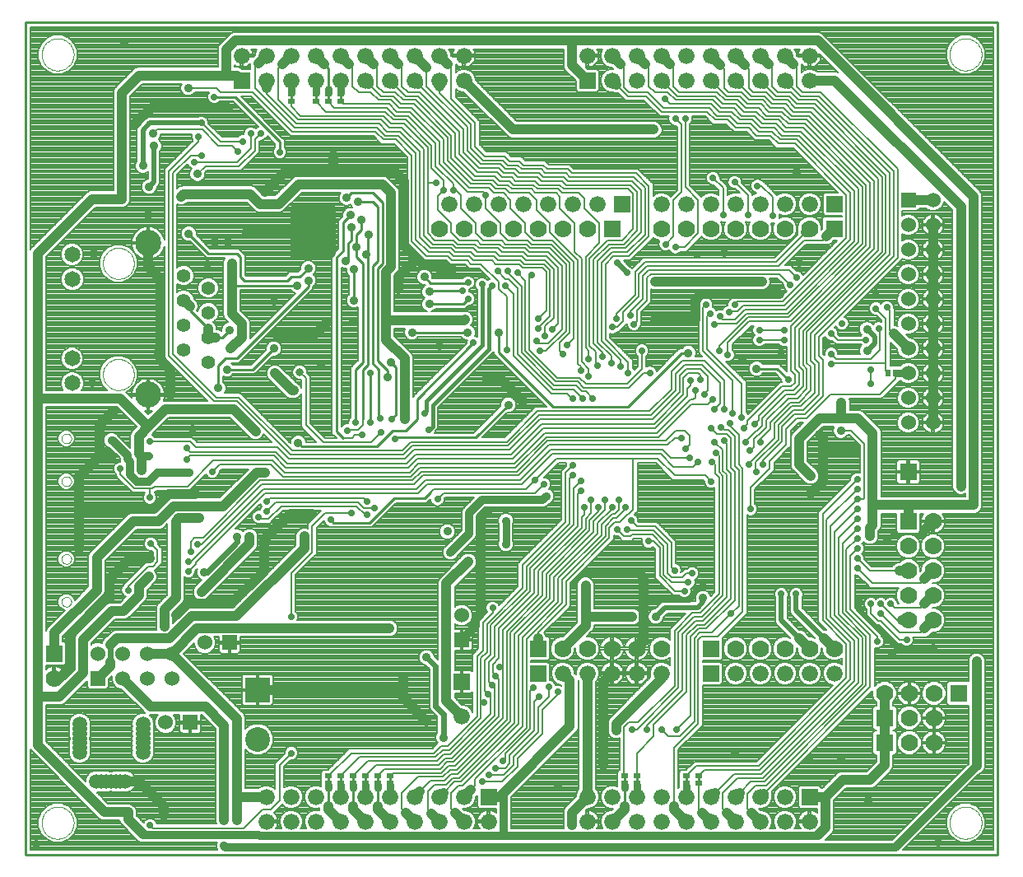
<source format=gbl>
G75*
%MOIN*%
%OFA0B0*%
%FSLAX24Y24*%
%IPPOS*%
%LPD*%
%AMOC8*
5,1,8,0,0,1.08239X$1,22.5*
%
%ADD10C,0.0100*%
%ADD11C,0.0000*%
%ADD12R,0.0700X0.0700*%
%ADD13C,0.0700*%
%ADD14R,0.0200X0.0300*%
%ADD15R,0.0600X0.0600*%
%ADD16C,0.0600*%
%ADD17R,0.0660X0.0660*%
%ADD18C,0.0660*%
%ADD19C,0.0594*%
%ADD20C,0.1000*%
%ADD21R,0.1000X0.1000*%
%ADD22R,0.0300X0.0200*%
%ADD23C,0.0554*%
%ADD24C,0.1063*%
%ADD25C,0.0650*%
%ADD26C,0.0768*%
%ADD27C,0.0357*%
%ADD28C,0.0080*%
%ADD29C,0.0200*%
%ADD30C,0.0300*%
%ADD31C,0.0400*%
%ADD32C,0.0277*%
%ADD33C,0.0320*%
%ADD34C,0.0356*%
%ADD35C,0.0160*%
%ADD36C,0.0240*%
%ADD37C,0.0317*%
%ADD38C,0.0220*%
D10*
X008401Y002140D02*
X008401Y035840D01*
X047771Y035840D01*
X047771Y002140D01*
X008401Y002140D01*
X020651Y004110D02*
X020651Y004840D01*
X020651Y005030D02*
X020651Y005330D01*
X021151Y005330D02*
X021151Y005030D01*
X021651Y005030D02*
X021651Y005330D01*
X021651Y004840D02*
X021651Y004100D01*
X022651Y004100D02*
X022651Y004840D01*
X022651Y005030D02*
X022651Y005330D01*
X022151Y005330D02*
X022151Y005030D01*
X023151Y005030D02*
X023151Y005330D01*
X032651Y005330D02*
X032651Y005030D01*
X032651Y004840D02*
X032651Y004100D01*
X033151Y005030D02*
X033151Y005330D01*
X035151Y005330D02*
X035151Y005030D01*
X035651Y005030D02*
X035651Y005330D01*
X043291Y014950D02*
X043481Y015140D01*
X044651Y015140D01*
X044801Y015290D01*
X039281Y021380D02*
X038841Y021820D01*
X038011Y021820D01*
X035241Y022460D02*
X034961Y022460D01*
X032791Y020290D01*
X029751Y020290D01*
X027551Y022490D01*
X027551Y023290D01*
X026541Y022870D02*
X024251Y020580D01*
X024251Y019770D01*
X023791Y019310D01*
X023261Y019310D01*
X022621Y018670D01*
X019591Y018670D01*
X019441Y018820D01*
X021001Y019270D02*
X021001Y026340D01*
X021251Y026590D01*
X021251Y027740D01*
X021551Y028040D01*
X022001Y027840D02*
X022001Y027440D01*
X021801Y027240D01*
X021801Y026740D01*
X021801Y026340D01*
X022051Y026090D01*
X022051Y022090D01*
X021751Y021790D01*
X021751Y019640D01*
X022051Y019790D02*
X022051Y021790D01*
X022251Y021990D01*
X022251Y026390D01*
X022201Y026440D01*
X022251Y026490D01*
X022251Y027190D01*
X022301Y027240D01*
X021601Y027040D02*
X021601Y027540D01*
X021601Y027040D02*
X021451Y026890D01*
X021451Y026290D01*
X021351Y026190D01*
X021701Y025840D02*
X021701Y024590D01*
X022451Y025990D02*
X022451Y022040D01*
X022701Y021790D01*
X022701Y019860D01*
X022761Y019800D01*
X022361Y019660D02*
X022361Y021660D01*
X022651Y022140D02*
X022651Y025890D01*
X022851Y026090D01*
X022851Y028540D01*
X022451Y028940D01*
X021601Y028940D01*
X021401Y028740D01*
X021851Y028590D02*
X022451Y028590D01*
X022651Y028390D01*
X022651Y026190D01*
X022451Y025990D01*
X020901Y026466D02*
X020841Y026406D01*
X020841Y026390D01*
X019151Y026390D01*
X019151Y028390D01*
X020901Y028390D01*
X020901Y026466D01*
X020901Y026470D02*
X019151Y026470D01*
X019151Y026568D02*
X020901Y026568D01*
X020901Y026667D02*
X019151Y026667D01*
X019151Y026765D02*
X020901Y026765D01*
X020901Y026864D02*
X019151Y026864D01*
X019151Y026962D02*
X020901Y026962D01*
X020901Y027061D02*
X019151Y027061D01*
X019151Y027159D02*
X020901Y027159D01*
X020901Y027258D02*
X019151Y027258D01*
X019151Y027356D02*
X020901Y027356D01*
X020901Y027455D02*
X019151Y027455D01*
X019151Y027553D02*
X020901Y027553D01*
X020901Y027652D02*
X019151Y027652D01*
X019151Y027750D02*
X020901Y027750D01*
X020901Y027849D02*
X019151Y027849D01*
X019151Y027947D02*
X020901Y027947D01*
X020901Y028046D02*
X019151Y028046D01*
X019151Y028144D02*
X020901Y028144D01*
X020901Y028243D02*
X019151Y028243D01*
X019151Y028341D02*
X020901Y028341D01*
X018701Y030590D02*
X018701Y031000D01*
X016881Y032820D01*
X016041Y032820D01*
X019151Y032940D02*
X019151Y032640D01*
X020151Y032640D02*
X020151Y032940D01*
X020651Y032940D02*
X020651Y032640D01*
X020651Y033140D02*
X020651Y033990D01*
X020501Y034140D01*
X021151Y032940D02*
X021151Y032640D01*
X015001Y027290D02*
X015801Y026490D01*
X016951Y026490D01*
X017101Y026340D01*
X017101Y025540D01*
X017251Y025390D01*
X019001Y025390D01*
X019151Y025540D01*
X019501Y025540D01*
X019851Y025890D01*
X019851Y025390D02*
X019851Y025140D01*
X016951Y022240D01*
X016501Y022240D01*
X016201Y021940D01*
X016201Y021040D01*
X016551Y021790D02*
X017601Y021790D01*
X018451Y022640D01*
X016651Y023390D02*
X016351Y023090D01*
X016101Y023090D01*
X016099Y023088D01*
X015798Y023444D02*
X015051Y024190D01*
X015051Y024340D01*
X014804Y024588D02*
X014798Y024588D01*
X016751Y025190D02*
X019401Y025190D01*
X022651Y022140D02*
X023051Y021740D01*
X023051Y021490D01*
X023401Y021890D02*
X023201Y022090D01*
X023401Y021890D02*
X023401Y019970D01*
X023221Y019790D01*
X023411Y019030D02*
X026621Y019030D01*
X027951Y020360D01*
X026301Y023290D02*
X024051Y023290D01*
X024751Y024440D02*
X026121Y024440D01*
X026331Y024650D01*
X026101Y024980D02*
X024791Y024980D01*
X024751Y024940D01*
X024801Y025290D02*
X026301Y025290D01*
X026321Y025310D01*
X024801Y025290D02*
X024551Y025540D01*
X021001Y019270D02*
X021251Y019020D01*
X023361Y018980D02*
X023411Y019030D01*
X023331Y016580D02*
X024561Y016580D01*
X024801Y016820D01*
X023331Y016580D02*
X022341Y015590D01*
X020871Y015590D01*
X020761Y015700D01*
D11*
X011530Y021584D02*
X011532Y021634D01*
X011538Y021684D01*
X011548Y021733D01*
X011562Y021781D01*
X011579Y021828D01*
X011600Y021873D01*
X011625Y021917D01*
X011653Y021958D01*
X011685Y021997D01*
X011719Y022034D01*
X011756Y022068D01*
X011796Y022098D01*
X011838Y022125D01*
X011882Y022149D01*
X011928Y022170D01*
X011975Y022186D01*
X012023Y022199D01*
X012073Y022208D01*
X012122Y022213D01*
X012173Y022214D01*
X012223Y022211D01*
X012272Y022204D01*
X012321Y022193D01*
X012369Y022178D01*
X012415Y022160D01*
X012460Y022138D01*
X012503Y022112D01*
X012544Y022083D01*
X012583Y022051D01*
X012619Y022016D01*
X012651Y021978D01*
X012681Y021938D01*
X012708Y021895D01*
X012731Y021851D01*
X012750Y021805D01*
X012766Y021757D01*
X012778Y021708D01*
X012786Y021659D01*
X012790Y021609D01*
X012790Y021559D01*
X012786Y021509D01*
X012778Y021460D01*
X012766Y021411D01*
X012750Y021363D01*
X012731Y021317D01*
X012708Y021273D01*
X012681Y021230D01*
X012651Y021190D01*
X012619Y021152D01*
X012583Y021117D01*
X012544Y021085D01*
X012503Y021056D01*
X012460Y021030D01*
X012415Y021008D01*
X012369Y020990D01*
X012321Y020975D01*
X012272Y020964D01*
X012223Y020957D01*
X012173Y020954D01*
X012122Y020955D01*
X012073Y020960D01*
X012023Y020969D01*
X011975Y020982D01*
X011928Y020998D01*
X011882Y021019D01*
X011838Y021043D01*
X011796Y021070D01*
X011756Y021100D01*
X011719Y021134D01*
X011685Y021171D01*
X011653Y021210D01*
X011625Y021251D01*
X011600Y021295D01*
X011579Y021340D01*
X011562Y021387D01*
X011548Y021435D01*
X011538Y021484D01*
X011532Y021534D01*
X011530Y021584D01*
X009854Y018996D02*
X009856Y019023D01*
X009862Y019050D01*
X009871Y019076D01*
X009884Y019100D01*
X009900Y019123D01*
X009919Y019142D01*
X009941Y019159D01*
X009965Y019173D01*
X009990Y019183D01*
X010017Y019190D01*
X010044Y019193D01*
X010072Y019192D01*
X010099Y019187D01*
X010125Y019179D01*
X010149Y019167D01*
X010172Y019151D01*
X010193Y019133D01*
X010210Y019112D01*
X010225Y019088D01*
X010236Y019063D01*
X010244Y019037D01*
X010248Y019010D01*
X010248Y018982D01*
X010244Y018955D01*
X010236Y018929D01*
X010225Y018904D01*
X010210Y018880D01*
X010193Y018859D01*
X010172Y018841D01*
X010150Y018825D01*
X010125Y018813D01*
X010099Y018805D01*
X010072Y018800D01*
X010044Y018799D01*
X010017Y018802D01*
X009990Y018809D01*
X009965Y018819D01*
X009941Y018833D01*
X009919Y018850D01*
X009900Y018869D01*
X009884Y018892D01*
X009871Y018916D01*
X009862Y018942D01*
X009856Y018969D01*
X009854Y018996D01*
X009854Y017264D02*
X009856Y017291D01*
X009862Y017318D01*
X009871Y017344D01*
X009884Y017368D01*
X009900Y017391D01*
X009919Y017410D01*
X009941Y017427D01*
X009965Y017441D01*
X009990Y017451D01*
X010017Y017458D01*
X010044Y017461D01*
X010072Y017460D01*
X010099Y017455D01*
X010125Y017447D01*
X010149Y017435D01*
X010172Y017419D01*
X010193Y017401D01*
X010210Y017380D01*
X010225Y017356D01*
X010236Y017331D01*
X010244Y017305D01*
X010248Y017278D01*
X010248Y017250D01*
X010244Y017223D01*
X010236Y017197D01*
X010225Y017172D01*
X010210Y017148D01*
X010193Y017127D01*
X010172Y017109D01*
X010150Y017093D01*
X010125Y017081D01*
X010099Y017073D01*
X010072Y017068D01*
X010044Y017067D01*
X010017Y017070D01*
X009990Y017077D01*
X009965Y017087D01*
X009941Y017101D01*
X009919Y017118D01*
X009900Y017137D01*
X009884Y017160D01*
X009871Y017184D01*
X009862Y017210D01*
X009856Y017237D01*
X009854Y017264D01*
X009854Y014116D02*
X009856Y014143D01*
X009862Y014170D01*
X009871Y014196D01*
X009884Y014220D01*
X009900Y014243D01*
X009919Y014262D01*
X009941Y014279D01*
X009965Y014293D01*
X009990Y014303D01*
X010017Y014310D01*
X010044Y014313D01*
X010072Y014312D01*
X010099Y014307D01*
X010125Y014299D01*
X010149Y014287D01*
X010172Y014271D01*
X010193Y014253D01*
X010210Y014232D01*
X010225Y014208D01*
X010236Y014183D01*
X010244Y014157D01*
X010248Y014130D01*
X010248Y014102D01*
X010244Y014075D01*
X010236Y014049D01*
X010225Y014024D01*
X010210Y014000D01*
X010193Y013979D01*
X010172Y013961D01*
X010150Y013945D01*
X010125Y013933D01*
X010099Y013925D01*
X010072Y013920D01*
X010044Y013919D01*
X010017Y013922D01*
X009990Y013929D01*
X009965Y013939D01*
X009941Y013953D01*
X009919Y013970D01*
X009900Y013989D01*
X009884Y014012D01*
X009871Y014036D01*
X009862Y014062D01*
X009856Y014089D01*
X009854Y014116D01*
X009854Y012384D02*
X009856Y012411D01*
X009862Y012438D01*
X009871Y012464D01*
X009884Y012488D01*
X009900Y012511D01*
X009919Y012530D01*
X009941Y012547D01*
X009965Y012561D01*
X009990Y012571D01*
X010017Y012578D01*
X010044Y012581D01*
X010072Y012580D01*
X010099Y012575D01*
X010125Y012567D01*
X010149Y012555D01*
X010172Y012539D01*
X010193Y012521D01*
X010210Y012500D01*
X010225Y012476D01*
X010236Y012451D01*
X010244Y012425D01*
X010248Y012398D01*
X010248Y012370D01*
X010244Y012343D01*
X010236Y012317D01*
X010225Y012292D01*
X010210Y012268D01*
X010193Y012247D01*
X010172Y012229D01*
X010150Y012213D01*
X010125Y012201D01*
X010099Y012193D01*
X010072Y012188D01*
X010044Y012187D01*
X010017Y012190D01*
X009990Y012197D01*
X009965Y012207D01*
X009941Y012221D01*
X009919Y012238D01*
X009900Y012257D01*
X009884Y012280D01*
X009871Y012304D01*
X009862Y012330D01*
X009856Y012357D01*
X009854Y012384D01*
X009051Y003440D02*
X009053Y003490D01*
X009059Y003540D01*
X009069Y003590D01*
X009082Y003638D01*
X009099Y003686D01*
X009120Y003732D01*
X009144Y003776D01*
X009172Y003818D01*
X009203Y003858D01*
X009237Y003895D01*
X009274Y003930D01*
X009313Y003961D01*
X009354Y003990D01*
X009398Y004015D01*
X009444Y004037D01*
X009491Y004055D01*
X009539Y004069D01*
X009588Y004080D01*
X009638Y004087D01*
X009688Y004090D01*
X009739Y004089D01*
X009789Y004084D01*
X009839Y004075D01*
X009887Y004063D01*
X009935Y004046D01*
X009981Y004026D01*
X010026Y004003D01*
X010069Y003976D01*
X010109Y003946D01*
X010147Y003913D01*
X010182Y003877D01*
X010215Y003838D01*
X010244Y003797D01*
X010270Y003754D01*
X010293Y003709D01*
X010312Y003662D01*
X010327Y003614D01*
X010339Y003565D01*
X010347Y003515D01*
X010351Y003465D01*
X010351Y003415D01*
X010347Y003365D01*
X010339Y003315D01*
X010327Y003266D01*
X010312Y003218D01*
X010293Y003171D01*
X010270Y003126D01*
X010244Y003083D01*
X010215Y003042D01*
X010182Y003003D01*
X010147Y002967D01*
X010109Y002934D01*
X010069Y002904D01*
X010026Y002877D01*
X009981Y002854D01*
X009935Y002834D01*
X009887Y002817D01*
X009839Y002805D01*
X009789Y002796D01*
X009739Y002791D01*
X009688Y002790D01*
X009638Y002793D01*
X009588Y002800D01*
X009539Y002811D01*
X009491Y002825D01*
X009444Y002843D01*
X009398Y002865D01*
X009354Y002890D01*
X009313Y002919D01*
X009274Y002950D01*
X009237Y002985D01*
X009203Y003022D01*
X009172Y003062D01*
X009144Y003104D01*
X009120Y003148D01*
X009099Y003194D01*
X009082Y003242D01*
X009069Y003290D01*
X009059Y003340D01*
X009053Y003390D01*
X009051Y003440D01*
X011530Y026084D02*
X011532Y026134D01*
X011538Y026184D01*
X011548Y026233D01*
X011562Y026281D01*
X011579Y026328D01*
X011600Y026373D01*
X011625Y026417D01*
X011653Y026458D01*
X011685Y026497D01*
X011719Y026534D01*
X011756Y026568D01*
X011796Y026598D01*
X011838Y026625D01*
X011882Y026649D01*
X011928Y026670D01*
X011975Y026686D01*
X012023Y026699D01*
X012073Y026708D01*
X012122Y026713D01*
X012173Y026714D01*
X012223Y026711D01*
X012272Y026704D01*
X012321Y026693D01*
X012369Y026678D01*
X012415Y026660D01*
X012460Y026638D01*
X012503Y026612D01*
X012544Y026583D01*
X012583Y026551D01*
X012619Y026516D01*
X012651Y026478D01*
X012681Y026438D01*
X012708Y026395D01*
X012731Y026351D01*
X012750Y026305D01*
X012766Y026257D01*
X012778Y026208D01*
X012786Y026159D01*
X012790Y026109D01*
X012790Y026059D01*
X012786Y026009D01*
X012778Y025960D01*
X012766Y025911D01*
X012750Y025863D01*
X012731Y025817D01*
X012708Y025773D01*
X012681Y025730D01*
X012651Y025690D01*
X012619Y025652D01*
X012583Y025617D01*
X012544Y025585D01*
X012503Y025556D01*
X012460Y025530D01*
X012415Y025508D01*
X012369Y025490D01*
X012321Y025475D01*
X012272Y025464D01*
X012223Y025457D01*
X012173Y025454D01*
X012122Y025455D01*
X012073Y025460D01*
X012023Y025469D01*
X011975Y025482D01*
X011928Y025498D01*
X011882Y025519D01*
X011838Y025543D01*
X011796Y025570D01*
X011756Y025600D01*
X011719Y025634D01*
X011685Y025671D01*
X011653Y025710D01*
X011625Y025751D01*
X011600Y025795D01*
X011579Y025840D01*
X011562Y025887D01*
X011548Y025935D01*
X011538Y025984D01*
X011532Y026034D01*
X011530Y026084D01*
X009051Y034540D02*
X009053Y034590D01*
X009059Y034640D01*
X009069Y034690D01*
X009082Y034738D01*
X009099Y034786D01*
X009120Y034832D01*
X009144Y034876D01*
X009172Y034918D01*
X009203Y034958D01*
X009237Y034995D01*
X009274Y035030D01*
X009313Y035061D01*
X009354Y035090D01*
X009398Y035115D01*
X009444Y035137D01*
X009491Y035155D01*
X009539Y035169D01*
X009588Y035180D01*
X009638Y035187D01*
X009688Y035190D01*
X009739Y035189D01*
X009789Y035184D01*
X009839Y035175D01*
X009887Y035163D01*
X009935Y035146D01*
X009981Y035126D01*
X010026Y035103D01*
X010069Y035076D01*
X010109Y035046D01*
X010147Y035013D01*
X010182Y034977D01*
X010215Y034938D01*
X010244Y034897D01*
X010270Y034854D01*
X010293Y034809D01*
X010312Y034762D01*
X010327Y034714D01*
X010339Y034665D01*
X010347Y034615D01*
X010351Y034565D01*
X010351Y034515D01*
X010347Y034465D01*
X010339Y034415D01*
X010327Y034366D01*
X010312Y034318D01*
X010293Y034271D01*
X010270Y034226D01*
X010244Y034183D01*
X010215Y034142D01*
X010182Y034103D01*
X010147Y034067D01*
X010109Y034034D01*
X010069Y034004D01*
X010026Y033977D01*
X009981Y033954D01*
X009935Y033934D01*
X009887Y033917D01*
X009839Y033905D01*
X009789Y033896D01*
X009739Y033891D01*
X009688Y033890D01*
X009638Y033893D01*
X009588Y033900D01*
X009539Y033911D01*
X009491Y033925D01*
X009444Y033943D01*
X009398Y033965D01*
X009354Y033990D01*
X009313Y034019D01*
X009274Y034050D01*
X009237Y034085D01*
X009203Y034122D01*
X009172Y034162D01*
X009144Y034204D01*
X009120Y034248D01*
X009099Y034294D01*
X009082Y034342D01*
X009069Y034390D01*
X009059Y034440D01*
X009053Y034490D01*
X009051Y034540D01*
X045821Y034540D02*
X045823Y034590D01*
X045829Y034640D01*
X045839Y034690D01*
X045852Y034738D01*
X045869Y034786D01*
X045890Y034832D01*
X045914Y034876D01*
X045942Y034918D01*
X045973Y034958D01*
X046007Y034995D01*
X046044Y035030D01*
X046083Y035061D01*
X046124Y035090D01*
X046168Y035115D01*
X046214Y035137D01*
X046261Y035155D01*
X046309Y035169D01*
X046358Y035180D01*
X046408Y035187D01*
X046458Y035190D01*
X046509Y035189D01*
X046559Y035184D01*
X046609Y035175D01*
X046657Y035163D01*
X046705Y035146D01*
X046751Y035126D01*
X046796Y035103D01*
X046839Y035076D01*
X046879Y035046D01*
X046917Y035013D01*
X046952Y034977D01*
X046985Y034938D01*
X047014Y034897D01*
X047040Y034854D01*
X047063Y034809D01*
X047082Y034762D01*
X047097Y034714D01*
X047109Y034665D01*
X047117Y034615D01*
X047121Y034565D01*
X047121Y034515D01*
X047117Y034465D01*
X047109Y034415D01*
X047097Y034366D01*
X047082Y034318D01*
X047063Y034271D01*
X047040Y034226D01*
X047014Y034183D01*
X046985Y034142D01*
X046952Y034103D01*
X046917Y034067D01*
X046879Y034034D01*
X046839Y034004D01*
X046796Y033977D01*
X046751Y033954D01*
X046705Y033934D01*
X046657Y033917D01*
X046609Y033905D01*
X046559Y033896D01*
X046509Y033891D01*
X046458Y033890D01*
X046408Y033893D01*
X046358Y033900D01*
X046309Y033911D01*
X046261Y033925D01*
X046214Y033943D01*
X046168Y033965D01*
X046124Y033990D01*
X046083Y034019D01*
X046044Y034050D01*
X046007Y034085D01*
X045973Y034122D01*
X045942Y034162D01*
X045914Y034204D01*
X045890Y034248D01*
X045869Y034294D01*
X045852Y034342D01*
X045839Y034390D01*
X045829Y034440D01*
X045823Y034490D01*
X045821Y034540D01*
X045821Y003440D02*
X045823Y003490D01*
X045829Y003540D01*
X045839Y003590D01*
X045852Y003638D01*
X045869Y003686D01*
X045890Y003732D01*
X045914Y003776D01*
X045942Y003818D01*
X045973Y003858D01*
X046007Y003895D01*
X046044Y003930D01*
X046083Y003961D01*
X046124Y003990D01*
X046168Y004015D01*
X046214Y004037D01*
X046261Y004055D01*
X046309Y004069D01*
X046358Y004080D01*
X046408Y004087D01*
X046458Y004090D01*
X046509Y004089D01*
X046559Y004084D01*
X046609Y004075D01*
X046657Y004063D01*
X046705Y004046D01*
X046751Y004026D01*
X046796Y004003D01*
X046839Y003976D01*
X046879Y003946D01*
X046917Y003913D01*
X046952Y003877D01*
X046985Y003838D01*
X047014Y003797D01*
X047040Y003754D01*
X047063Y003709D01*
X047082Y003662D01*
X047097Y003614D01*
X047109Y003565D01*
X047117Y003515D01*
X047121Y003465D01*
X047121Y003415D01*
X047117Y003365D01*
X047109Y003315D01*
X047097Y003266D01*
X047082Y003218D01*
X047063Y003171D01*
X047040Y003126D01*
X047014Y003083D01*
X046985Y003042D01*
X046952Y003003D01*
X046917Y002967D01*
X046879Y002934D01*
X046839Y002904D01*
X046796Y002877D01*
X046751Y002854D01*
X046705Y002834D01*
X046657Y002817D01*
X046609Y002805D01*
X046559Y002796D01*
X046509Y002791D01*
X046458Y002790D01*
X046408Y002793D01*
X046358Y002800D01*
X046309Y002811D01*
X046261Y002825D01*
X046214Y002843D01*
X046168Y002865D01*
X046124Y002890D01*
X046083Y002919D01*
X046044Y002950D01*
X046007Y002985D01*
X045973Y003022D01*
X045942Y003062D01*
X045914Y003104D01*
X045890Y003148D01*
X045869Y003194D01*
X045852Y003242D01*
X045839Y003290D01*
X045829Y003340D01*
X045823Y003390D01*
X045821Y003440D01*
D12*
X043191Y006680D03*
X043191Y007680D03*
X046191Y008680D03*
X044151Y015640D03*
X044151Y017640D03*
X036151Y010490D03*
X029151Y010490D03*
X009551Y010290D03*
X032151Y027490D03*
X041151Y027490D03*
D13*
X040151Y027490D03*
X039151Y027490D03*
X038151Y027490D03*
X037151Y027490D03*
X036151Y027490D03*
X035151Y027490D03*
X034151Y027490D03*
X031151Y027490D03*
X030151Y027490D03*
X029151Y027490D03*
X028151Y027490D03*
X027151Y027490D03*
X026151Y027490D03*
X025151Y027490D03*
X044151Y014640D03*
X045151Y014640D03*
X045151Y015640D03*
X045151Y013640D03*
X044151Y013640D03*
X044151Y012640D03*
X045151Y012640D03*
X045151Y011640D03*
X044151Y011640D03*
X041151Y010490D03*
X040151Y010490D03*
X039151Y010490D03*
X038151Y010490D03*
X037151Y010490D03*
X034151Y010490D03*
X033151Y010490D03*
X032151Y010490D03*
X031151Y010490D03*
X030151Y010490D03*
X043191Y008680D03*
X044191Y008680D03*
X044191Y007680D03*
X045191Y007680D03*
X045191Y008680D03*
X045191Y006680D03*
X044191Y006680D03*
X009551Y009290D03*
D14*
X043341Y021640D03*
X043641Y021640D03*
D15*
X044151Y028640D03*
X026061Y010840D03*
X016661Y010730D03*
X015071Y007500D03*
X011321Y009290D03*
D16*
X011321Y010290D03*
X012321Y010290D03*
X013321Y010290D03*
X013321Y009290D03*
X012321Y009290D03*
X014321Y009290D03*
X014321Y010290D03*
X015661Y010730D03*
X014071Y007500D03*
X026061Y011840D03*
X044151Y019640D03*
X044151Y020640D03*
X045151Y020640D03*
X045151Y019640D03*
X045151Y021640D03*
X044151Y021640D03*
X044151Y022640D03*
X044151Y023640D03*
X045151Y023640D03*
X045151Y022640D03*
X045151Y024640D03*
X044151Y024640D03*
X044151Y025640D03*
X045151Y025640D03*
X045151Y026640D03*
X044151Y026640D03*
X044151Y027640D03*
X045151Y027640D03*
X045151Y028640D03*
D17*
X041151Y028490D03*
X032551Y028490D03*
X031151Y033490D03*
X017151Y033490D03*
X029151Y009490D03*
X026061Y009150D03*
X027151Y004490D03*
X036151Y009490D03*
X040151Y004490D03*
D18*
X039151Y004490D03*
X038151Y004490D03*
X037151Y004490D03*
X036151Y004490D03*
X035151Y004490D03*
X034151Y004490D03*
X033151Y004490D03*
X032151Y004490D03*
X031151Y004490D03*
X031151Y003490D03*
X032151Y003490D03*
X033151Y003490D03*
X034151Y003490D03*
X035151Y003490D03*
X036151Y003490D03*
X037151Y003490D03*
X038151Y003490D03*
X039151Y003490D03*
X040151Y003490D03*
X040151Y009490D03*
X039151Y009490D03*
X038151Y009490D03*
X037151Y009490D03*
X034151Y009490D03*
X033151Y009490D03*
X032151Y009490D03*
X031151Y009490D03*
X030151Y009490D03*
X026061Y007750D03*
X026151Y004490D03*
X025151Y004490D03*
X024151Y004490D03*
X023151Y004490D03*
X022151Y004490D03*
X021151Y004490D03*
X020151Y004490D03*
X019151Y004490D03*
X018151Y004490D03*
X018151Y003490D03*
X019151Y003490D03*
X020151Y003490D03*
X021151Y003490D03*
X022151Y003490D03*
X023151Y003490D03*
X024151Y003490D03*
X025151Y003490D03*
X026151Y003490D03*
X027151Y003490D03*
X041151Y009490D03*
X040151Y028490D03*
X039151Y028490D03*
X038151Y028490D03*
X037151Y028490D03*
X036151Y028490D03*
X035151Y028490D03*
X034151Y028490D03*
X031551Y028490D03*
X030551Y028490D03*
X029551Y028490D03*
X028551Y028490D03*
X027551Y028490D03*
X026551Y028490D03*
X025551Y028490D03*
X025151Y033490D03*
X024151Y033490D03*
X023151Y033490D03*
X022151Y033490D03*
X021151Y033490D03*
X020151Y033490D03*
X019151Y033490D03*
X018151Y033490D03*
X018151Y034490D03*
X017151Y034490D03*
X019151Y034490D03*
X020151Y034490D03*
X021151Y034490D03*
X022151Y034490D03*
X023151Y034490D03*
X024151Y034490D03*
X025151Y034490D03*
X026151Y034490D03*
X026151Y033490D03*
X031151Y034490D03*
X032151Y034490D03*
X033151Y034490D03*
X034151Y034490D03*
X035151Y034490D03*
X036151Y034490D03*
X037151Y034490D03*
X038151Y034490D03*
X039151Y034490D03*
X040151Y034490D03*
X040151Y033490D03*
X039151Y033490D03*
X038151Y033490D03*
X037151Y033490D03*
X036151Y033490D03*
X035151Y033490D03*
X034151Y033490D03*
X033151Y033490D03*
X032151Y033490D03*
D19*
X013151Y007451D03*
X013151Y007254D03*
X013151Y007057D03*
X013151Y006860D03*
X013151Y006663D03*
X013151Y006466D03*
X013151Y006270D03*
X012442Y005108D03*
X012246Y005108D03*
X012049Y005108D03*
X011852Y005108D03*
X011655Y005108D03*
X011458Y005108D03*
X011261Y005108D03*
X010592Y006270D03*
X010592Y006466D03*
X010592Y006663D03*
X010592Y006860D03*
X010592Y007057D03*
X010592Y007254D03*
X010592Y007451D03*
D20*
X017791Y006820D03*
D21*
X017791Y008820D03*
D22*
X020651Y005330D03*
X020651Y005030D03*
X021151Y005030D03*
X021151Y005330D03*
X021651Y005330D03*
X021651Y005030D03*
X022151Y005030D03*
X022151Y005330D03*
X022651Y005330D03*
X022651Y005030D03*
X023151Y005030D03*
X023151Y005330D03*
X032651Y005330D03*
X032651Y005030D03*
X033151Y005030D03*
X033151Y005330D03*
X035151Y005330D03*
X035151Y005030D03*
X035651Y005030D03*
X035651Y005330D03*
X021151Y032640D03*
X021151Y032940D03*
X020651Y032940D03*
X020651Y032640D03*
X020151Y032640D03*
X020151Y032940D03*
X019151Y032940D03*
X019151Y032640D03*
D23*
X014798Y025588D03*
X014798Y024588D03*
X015798Y025088D03*
X015798Y024088D03*
X015798Y023088D03*
X014798Y023588D03*
X014798Y022588D03*
X015798Y022088D03*
D24*
X013361Y020763D03*
X013361Y026905D03*
D25*
X010281Y026436D03*
X010290Y025436D03*
X010281Y022231D03*
X010290Y021231D03*
D26*
X020101Y027390D03*
D27*
X019904Y026996D03*
X019668Y027193D03*
X019668Y027587D03*
X019904Y027823D03*
X020298Y027823D03*
X020534Y027587D03*
X020534Y027193D03*
X020298Y026996D03*
D28*
X020298Y026903D02*
X020298Y026678D01*
X020329Y026678D01*
X020391Y026690D01*
X020449Y026714D01*
X020501Y026749D01*
X020546Y026793D01*
X020580Y026845D01*
X020595Y026880D01*
X020627Y026887D01*
X020685Y026911D01*
X020737Y026946D01*
X020782Y026990D01*
X020817Y027042D01*
X020841Y027100D01*
X020853Y027162D01*
X020853Y027193D01*
X020588Y027193D01*
X020588Y027193D01*
X020853Y027193D01*
X020853Y027225D01*
X020841Y027286D01*
X020817Y027344D01*
X020786Y027390D01*
X020817Y027436D01*
X020841Y027494D01*
X020853Y027555D01*
X020853Y027587D01*
X020853Y027618D01*
X020841Y027680D01*
X020817Y027738D01*
X020782Y027790D01*
X020737Y027834D01*
X020685Y027869D01*
X020627Y027893D01*
X020608Y027897D01*
X020604Y027916D01*
X020580Y027974D01*
X020546Y028026D01*
X020501Y028071D01*
X020449Y028106D01*
X020391Y028130D01*
X020329Y028142D01*
X020298Y028142D01*
X020267Y028142D01*
X020205Y028130D01*
X020147Y028106D01*
X020101Y028075D01*
X020055Y028106D01*
X019997Y028130D01*
X019936Y028142D01*
X019904Y028142D01*
X019873Y028142D01*
X019811Y028130D01*
X019753Y028106D01*
X019701Y028071D01*
X019657Y028026D01*
X019622Y027974D01*
X019598Y027916D01*
X019594Y027897D01*
X019575Y027893D01*
X019517Y027869D01*
X019465Y027834D01*
X019420Y027790D01*
X019386Y027738D01*
X019362Y027680D01*
X019349Y027618D01*
X019349Y027587D01*
X019614Y027587D01*
X019614Y027587D01*
X019349Y027587D01*
X019349Y027555D01*
X019362Y027494D01*
X019386Y027436D01*
X019416Y027390D01*
X019386Y027344D01*
X019362Y027286D01*
X019349Y027225D01*
X019349Y027193D01*
X019349Y027162D01*
X019362Y027100D01*
X019386Y027042D01*
X019420Y026990D01*
X019465Y026946D01*
X019517Y026911D01*
X019575Y026887D01*
X019607Y026880D01*
X019622Y026845D01*
X019657Y026793D01*
X019701Y026749D01*
X019753Y026714D01*
X019811Y026690D01*
X019873Y026678D01*
X019904Y026678D01*
X019904Y026903D01*
X019904Y026903D01*
X019904Y026678D01*
X019936Y026678D01*
X019997Y026690D01*
X020055Y026714D01*
X020101Y026744D01*
X020147Y026714D01*
X020205Y026690D01*
X020267Y026678D01*
X020298Y026678D01*
X020298Y026903D01*
X020298Y026903D01*
X020298Y026868D02*
X020298Y026868D01*
X020298Y026789D02*
X020298Y026789D01*
X020298Y026711D02*
X020298Y026711D01*
X020441Y026711D02*
X021061Y026711D01*
X021061Y026669D02*
X020922Y026530D01*
X020811Y026419D01*
X020811Y019191D01*
X020922Y019080D01*
X020982Y019020D01*
X020526Y019020D01*
X019931Y019615D01*
X019931Y021515D01*
X019800Y021646D01*
X019800Y021749D01*
X019754Y021859D01*
X019670Y021943D01*
X019561Y021988D01*
X019442Y021988D01*
X019332Y021943D01*
X019248Y021859D01*
X019203Y021749D01*
X019203Y021631D01*
X019248Y021521D01*
X019332Y021437D01*
X019442Y021392D01*
X019545Y021392D01*
X019571Y021365D01*
X019571Y021056D01*
X019539Y021133D01*
X019444Y021228D01*
X019358Y021264D01*
X018694Y021928D01*
X018569Y021980D01*
X018434Y021980D01*
X018309Y021928D01*
X018213Y021833D01*
X018161Y021708D01*
X018161Y021572D01*
X018213Y021447D01*
X019009Y020652D01*
X019134Y020600D01*
X019319Y020600D01*
X019444Y020652D01*
X019539Y020747D01*
X019571Y020824D01*
X019571Y019465D01*
X019677Y019360D01*
X020177Y018860D01*
X019759Y018860D01*
X019759Y018883D01*
X019711Y019000D01*
X019621Y019090D01*
X019504Y019138D01*
X019378Y019138D01*
X019261Y019090D01*
X019171Y019000D01*
X019123Y018883D01*
X019123Y018813D01*
X017201Y020735D01*
X017096Y020840D01*
X016451Y020840D01*
X016471Y020860D01*
X016519Y020977D01*
X016519Y021103D01*
X016471Y021220D01*
X016391Y021300D01*
X016391Y021512D01*
X016488Y021472D01*
X016614Y021472D01*
X016731Y021520D01*
X016811Y021600D01*
X017680Y021600D01*
X017791Y021711D01*
X018402Y022322D01*
X018514Y022322D01*
X018631Y022370D01*
X018721Y022460D01*
X018769Y022577D01*
X018769Y022703D01*
X018721Y022820D01*
X018631Y022910D01*
X018514Y022958D01*
X018388Y022958D01*
X018271Y022910D01*
X018181Y022820D01*
X018133Y022703D01*
X018133Y022591D01*
X017522Y021980D01*
X016811Y021980D01*
X016741Y022050D01*
X017030Y022050D01*
X017141Y022161D01*
X020041Y025061D01*
X020041Y025130D01*
X020121Y025210D01*
X020169Y025327D01*
X020169Y025453D01*
X020121Y025570D01*
X020051Y025640D01*
X020121Y025710D01*
X020169Y025827D01*
X020169Y025953D01*
X020121Y026070D01*
X020031Y026160D01*
X019914Y026208D01*
X019788Y026208D01*
X019671Y026160D01*
X019581Y026070D01*
X019533Y025953D01*
X019533Y025841D01*
X019422Y025730D01*
X019072Y025730D01*
X018961Y025619D01*
X018922Y025580D01*
X017330Y025580D01*
X017291Y025619D01*
X017291Y026419D01*
X017180Y026530D01*
X017141Y026569D01*
X017030Y026680D01*
X015880Y026680D01*
X015319Y027241D01*
X015319Y027353D01*
X015271Y027470D01*
X015181Y027560D01*
X015064Y027608D01*
X014938Y027608D01*
X014821Y027560D01*
X014731Y027470D01*
X014683Y027353D01*
X014683Y027227D01*
X014731Y027110D01*
X014821Y027020D01*
X014938Y026972D01*
X015051Y026972D01*
X015722Y026300D01*
X016480Y026300D01*
X016463Y026283D01*
X016411Y026158D01*
X016411Y023972D01*
X016463Y023847D01*
X016559Y023752D01*
X016602Y023708D01*
X016588Y023708D01*
X016471Y023660D01*
X016381Y023570D01*
X016333Y023453D01*
X016333Y023341D01*
X016330Y023337D01*
X016291Y023376D01*
X016166Y023428D01*
X016138Y023428D01*
X016138Y023511D01*
X016086Y023636D01*
X016001Y023721D01*
X016034Y023734D01*
X016151Y023851D01*
X016215Y024005D01*
X016215Y024171D01*
X016151Y024324D01*
X016034Y024441D01*
X015881Y024505D01*
X015715Y024505D01*
X015561Y024441D01*
X015444Y024324D01*
X015380Y024171D01*
X015380Y024129D01*
X015346Y024164D01*
X015391Y024272D01*
X015391Y024408D01*
X015339Y024533D01*
X015215Y024657D01*
X015215Y024671D01*
X015151Y024824D01*
X015034Y024941D01*
X014881Y025005D01*
X014715Y025005D01*
X014561Y024941D01*
X014541Y024921D01*
X014541Y025254D01*
X014561Y025234D01*
X014715Y025170D01*
X014881Y025170D01*
X015034Y025234D01*
X015151Y025351D01*
X015215Y025505D01*
X015215Y025671D01*
X015151Y025824D01*
X015034Y025941D01*
X014881Y026005D01*
X014715Y026005D01*
X014561Y025941D01*
X014541Y025921D01*
X014541Y028488D01*
X014634Y028450D01*
X014769Y028450D01*
X014894Y028502D01*
X014942Y028550D01*
X017360Y028550D01*
X017709Y028202D01*
X017834Y028150D01*
X018719Y028150D01*
X018844Y028202D01*
X021274Y028202D01*
X021281Y028220D02*
X021233Y028103D01*
X021233Y027991D01*
X021061Y027819D01*
X021061Y026669D01*
X021025Y026632D02*
X017078Y026632D01*
X017156Y026554D02*
X020946Y026554D01*
X020868Y026475D02*
X017235Y026475D01*
X017291Y026397D02*
X020811Y026397D01*
X020811Y026318D02*
X017291Y026318D01*
X017291Y026240D02*
X020811Y026240D01*
X020811Y026161D02*
X020028Y026161D01*
X020108Y026083D02*
X020811Y026083D01*
X020811Y026004D02*
X020148Y026004D01*
X020169Y025926D02*
X020811Y025926D01*
X020811Y025847D02*
X020169Y025847D01*
X020145Y025769D02*
X020811Y025769D01*
X020811Y025690D02*
X020101Y025690D01*
X020079Y025612D02*
X020811Y025612D01*
X020811Y025533D02*
X020136Y025533D01*
X020169Y025455D02*
X020811Y025455D01*
X020811Y025376D02*
X020169Y025376D01*
X020157Y025298D02*
X020811Y025298D01*
X020811Y025219D02*
X020125Y025219D01*
X020052Y025141D02*
X020811Y025141D01*
X020811Y025062D02*
X020041Y025062D01*
X019963Y024984D02*
X020811Y024984D01*
X020811Y024905D02*
X019885Y024905D01*
X019806Y024827D02*
X020811Y024827D01*
X020811Y024748D02*
X019728Y024748D01*
X019649Y024670D02*
X020811Y024670D01*
X020811Y024591D02*
X019571Y024591D01*
X019492Y024513D02*
X020811Y024513D01*
X020811Y024434D02*
X019414Y024434D01*
X019335Y024356D02*
X020811Y024356D01*
X020811Y024277D02*
X019257Y024277D01*
X019178Y024199D02*
X020811Y024199D01*
X020811Y024120D02*
X019100Y024120D01*
X019021Y024042D02*
X020811Y024042D01*
X020811Y023963D02*
X018943Y023963D01*
X018864Y023885D02*
X020811Y023885D01*
X020811Y023806D02*
X018786Y023806D01*
X018707Y023728D02*
X020811Y023728D01*
X020811Y023649D02*
X018629Y023649D01*
X018550Y023571D02*
X020811Y023571D01*
X020811Y023492D02*
X018472Y023492D01*
X018393Y023414D02*
X020811Y023414D01*
X020811Y023335D02*
X018315Y023335D01*
X018236Y023257D02*
X020811Y023257D01*
X020811Y023178D02*
X018158Y023178D01*
X018079Y023100D02*
X020811Y023100D01*
X020811Y023021D02*
X018001Y023021D01*
X017922Y022943D02*
X018350Y022943D01*
X018225Y022864D02*
X017844Y022864D01*
X017765Y022786D02*
X018167Y022786D01*
X018135Y022707D02*
X017687Y022707D01*
X017608Y022629D02*
X018133Y022629D01*
X018093Y022550D02*
X017530Y022550D01*
X017451Y022472D02*
X018014Y022472D01*
X017936Y022393D02*
X017373Y022393D01*
X017294Y022315D02*
X017857Y022315D01*
X017779Y022236D02*
X017216Y022236D01*
X017137Y022158D02*
X017700Y022158D01*
X017622Y022079D02*
X017059Y022079D01*
X016790Y022001D02*
X017543Y022001D01*
X017845Y021765D02*
X018185Y021765D01*
X018161Y021687D02*
X017766Y021687D01*
X017688Y021608D02*
X018161Y021608D01*
X018179Y021530D02*
X016741Y021530D01*
X016391Y021451D02*
X018211Y021451D01*
X018288Y021373D02*
X016391Y021373D01*
X016397Y021294D02*
X018366Y021294D01*
X018445Y021216D02*
X016473Y021216D01*
X016505Y021137D02*
X018523Y021137D01*
X018602Y021059D02*
X016519Y021059D01*
X016519Y020980D02*
X018680Y020980D01*
X018759Y020902D02*
X016488Y020902D01*
X016121Y020660D02*
X014361Y022420D01*
X014361Y029740D01*
X015081Y030460D01*
X015521Y030460D01*
X015241Y030180D02*
X016961Y030180D01*
X017521Y030740D01*
X017521Y031340D01*
X017242Y031342D02*
X016214Y031342D01*
X016292Y031264D02*
X017061Y031264D01*
X017043Y031256D02*
X016987Y031200D01*
X016356Y031200D01*
X015800Y031756D01*
X015800Y031835D01*
X015757Y031938D01*
X015679Y032016D01*
X015577Y032059D01*
X015466Y032059D01*
X015372Y032020D01*
X013393Y032020D01*
X013305Y031983D01*
X013238Y031916D01*
X012948Y031626D01*
X012911Y031538D01*
X012911Y030250D01*
X012881Y030220D01*
X012833Y030103D01*
X012833Y029977D01*
X012881Y029860D01*
X012971Y029770D01*
X013088Y029722D01*
X013214Y029722D01*
X013331Y029770D01*
X013361Y029800D01*
X013361Y029508D01*
X013338Y029508D01*
X013221Y029460D01*
X013131Y029370D01*
X013083Y029253D01*
X013083Y029127D01*
X013131Y029010D01*
X013221Y028920D01*
X013338Y028872D01*
X013464Y028872D01*
X013581Y028920D01*
X013671Y029010D01*
X013719Y029127D01*
X013719Y029169D01*
X013805Y029254D01*
X013841Y029342D01*
X013841Y030630D01*
X013871Y030660D01*
X013919Y030777D01*
X013919Y030903D01*
X013871Y031020D01*
X013781Y031110D01*
X013831Y031160D01*
X013879Y031277D01*
X013879Y031320D01*
X015141Y031320D01*
X015122Y031275D01*
X015122Y031165D01*
X015165Y031062D01*
X015177Y031050D01*
X014021Y029895D01*
X014021Y027032D01*
X014021Y027036D01*
X013998Y027121D01*
X013964Y027202D01*
X013920Y027278D01*
X013867Y027348D01*
X013804Y027411D01*
X013734Y027464D01*
X013658Y027508D01*
X013577Y027542D01*
X013492Y027565D01*
X013405Y027576D01*
X013401Y027576D01*
X013401Y026945D01*
X013321Y026945D01*
X013321Y027576D01*
X013317Y027576D01*
X013229Y027565D01*
X013144Y027542D01*
X013063Y027508D01*
X012987Y027464D01*
X012917Y027411D01*
X012855Y027348D01*
X012801Y027278D01*
X012757Y027202D01*
X012723Y027121D01*
X012701Y027036D01*
X012689Y026949D01*
X012689Y026945D01*
X013321Y026945D01*
X013321Y026865D01*
X013401Y026865D01*
X013401Y026233D01*
X013405Y026233D01*
X013492Y026245D01*
X013577Y026267D01*
X013658Y026301D01*
X013734Y026345D01*
X013804Y026399D01*
X013867Y026461D01*
X013920Y026531D01*
X013964Y026607D01*
X013998Y026688D01*
X014021Y026773D01*
X014021Y026777D01*
X014021Y022265D01*
X014127Y022160D01*
X015767Y020520D01*
X014004Y020520D01*
X013983Y020512D01*
X013998Y020547D01*
X014021Y020632D01*
X014032Y020719D01*
X014032Y020723D01*
X013401Y020723D01*
X013401Y020803D01*
X014032Y020803D01*
X014032Y020807D01*
X014021Y020894D01*
X013998Y020979D01*
X013964Y021060D01*
X013920Y021137D01*
X015150Y021137D01*
X015228Y021059D02*
X013965Y021059D01*
X013997Y020980D02*
X015307Y020980D01*
X015385Y020902D02*
X014019Y020902D01*
X014030Y020823D02*
X015464Y020823D01*
X015542Y020745D02*
X013401Y020745D01*
X013401Y020723D02*
X013401Y020091D01*
X013405Y020091D01*
X013492Y020103D01*
X013521Y020111D01*
X013376Y019966D01*
X013241Y020101D01*
X013317Y020091D01*
X013321Y020091D01*
X013321Y020723D01*
X013401Y020723D01*
X013401Y020666D02*
X013321Y020666D01*
X013321Y020723D02*
X012689Y020723D01*
X012689Y020719D01*
X012699Y020643D01*
X012529Y020813D01*
X012465Y020877D01*
X012596Y020931D01*
X012800Y021135D01*
X012757Y021060D01*
X012723Y020979D01*
X012701Y020894D01*
X012689Y020807D01*
X012689Y020803D01*
X013321Y020803D01*
X013321Y021434D01*
X013317Y021434D01*
X013229Y021423D01*
X013144Y021400D01*
X013063Y021366D01*
X012987Y021322D01*
X012917Y021269D01*
X012855Y021207D01*
X012816Y021156D01*
X012930Y021431D01*
X012930Y021737D01*
X012813Y022020D01*
X012596Y022236D01*
X014051Y022236D01*
X014021Y022315D02*
X012407Y022315D01*
X012313Y022354D02*
X012007Y022354D01*
X011724Y022236D01*
X011507Y022020D01*
X011390Y021737D01*
X011390Y021431D01*
X011507Y021148D01*
X011695Y020960D01*
X010676Y020960D01*
X010684Y020968D01*
X010755Y021139D01*
X010755Y021324D01*
X010684Y021495D01*
X010554Y021625D01*
X010383Y021696D01*
X010198Y021696D01*
X010027Y021625D01*
X009896Y021495D01*
X009826Y021324D01*
X009826Y021139D01*
X009896Y020968D01*
X009904Y020960D01*
X009241Y020960D01*
X009241Y026349D01*
X011242Y028350D01*
X012369Y028350D01*
X012494Y028402D01*
X012589Y028497D01*
X012641Y028622D01*
X012641Y032849D01*
X013142Y033350D01*
X014717Y033350D01*
X014673Y033243D01*
X014673Y033117D01*
X014721Y033000D01*
X014811Y032910D01*
X014928Y032862D01*
X015054Y032862D01*
X015171Y032910D01*
X015261Y033000D01*
X015827Y033000D01*
X015805Y032978D01*
X015762Y032875D01*
X015762Y032765D01*
X015805Y032662D01*
X015883Y032584D01*
X015986Y032541D01*
X016097Y032541D01*
X016199Y032584D01*
X016245Y032630D01*
X016802Y032630D01*
X017829Y031604D01*
X017763Y031576D01*
X017721Y031534D01*
X017679Y031576D01*
X017577Y031619D01*
X017466Y031619D01*
X017363Y031576D01*
X017285Y031498D01*
X017242Y031395D01*
X017242Y031299D01*
X017146Y031299D01*
X017043Y031256D01*
X017253Y031421D02*
X016135Y031421D01*
X016057Y031499D02*
X017286Y031499D01*
X017366Y031578D02*
X015978Y031578D01*
X015900Y031656D02*
X017776Y031656D01*
X017766Y031578D02*
X017676Y031578D01*
X017698Y031735D02*
X015821Y031735D01*
X015800Y031813D02*
X017619Y031813D01*
X017541Y031892D02*
X015777Y031892D01*
X015725Y031970D02*
X017462Y031970D01*
X017384Y032049D02*
X015601Y032049D01*
X015441Y032049D02*
X012641Y032049D01*
X012641Y032127D02*
X017305Y032127D01*
X017227Y032206D02*
X012641Y032206D01*
X012641Y032284D02*
X017148Y032284D01*
X017070Y032363D02*
X012641Y032363D01*
X012641Y032441D02*
X016991Y032441D01*
X016913Y032520D02*
X012641Y032520D01*
X012641Y032598D02*
X015869Y032598D01*
X015799Y032677D02*
X012641Y032677D01*
X012641Y032755D02*
X015766Y032755D01*
X015762Y032834D02*
X012641Y032834D01*
X012704Y032912D02*
X014809Y032912D01*
X014731Y032991D02*
X012783Y032991D01*
X012861Y033069D02*
X014693Y033069D01*
X014673Y033148D02*
X012940Y033148D01*
X013018Y033226D02*
X014673Y033226D01*
X014698Y033305D02*
X013097Y033305D01*
X012606Y033776D02*
X009920Y033776D01*
X009858Y033750D02*
X010149Y033870D01*
X010371Y034093D01*
X010491Y034383D01*
X010491Y034697D01*
X010371Y034987D01*
X010149Y035210D01*
X009858Y035330D01*
X009544Y035330D01*
X009254Y035210D01*
X009031Y034987D01*
X008911Y034697D01*
X008911Y034383D01*
X009031Y034093D01*
X009254Y033870D01*
X009544Y033750D01*
X009858Y033750D01*
X010110Y033854D02*
X012684Y033854D01*
X012713Y033883D02*
X012109Y033278D01*
X012109Y033278D01*
X012013Y033183D01*
X011961Y033058D01*
X011961Y029030D01*
X011034Y029030D01*
X010909Y028978D01*
X008613Y026683D01*
X008591Y026630D01*
X008591Y035650D01*
X047581Y035650D01*
X047581Y002330D01*
X043925Y002330D01*
X046802Y005206D01*
X047011Y005409D01*
X047114Y005452D01*
X047209Y005547D01*
X047261Y005672D01*
X047261Y010048D01*
X047209Y010173D01*
X047114Y010268D01*
X046989Y010320D01*
X046854Y010320D01*
X046729Y010268D01*
X046633Y010173D01*
X046581Y010048D01*
X046581Y009170D01*
X045783Y009170D01*
X045701Y009088D01*
X045701Y008272D01*
X045783Y008190D01*
X046581Y008190D01*
X046581Y005828D01*
X046423Y005675D01*
X046421Y005674D01*
X046381Y005634D01*
X046339Y005594D01*
X046339Y005592D01*
X043507Y002760D01*
X040802Y002760D01*
X040994Y002952D01*
X041089Y003047D01*
X041141Y003172D01*
X041141Y004349D01*
X041632Y004840D01*
X042669Y004840D01*
X042794Y004892D01*
X043384Y005482D01*
X043479Y005577D01*
X043531Y005702D01*
X043531Y006190D01*
X043599Y006190D01*
X043681Y006272D01*
X043681Y007088D01*
X043599Y007170D01*
X043531Y007170D01*
X043531Y007190D01*
X043599Y007190D01*
X043681Y007272D01*
X043681Y008088D01*
X043599Y008170D01*
X043531Y008170D01*
X043531Y008327D01*
X043607Y008402D01*
X043681Y008583D01*
X043681Y008777D01*
X043607Y008958D01*
X043469Y009095D01*
X043289Y009170D01*
X043094Y009170D01*
X042914Y009095D01*
X042781Y008963D01*
X042781Y010520D01*
X042826Y010501D01*
X042937Y010501D01*
X043039Y010544D01*
X043117Y010622D01*
X043160Y010725D01*
X043160Y010835D01*
X043117Y010938D01*
X043061Y010994D01*
X043061Y011065D01*
X042956Y011170D01*
X041981Y012145D01*
X041981Y013480D01*
X042026Y013461D01*
X042105Y013461D01*
X042501Y013065D01*
X042607Y012960D01*
X043778Y012960D01*
X043736Y012918D01*
X043661Y012737D01*
X043661Y012543D01*
X043736Y012362D01*
X043778Y012320D01*
X043720Y012320D01*
X043720Y012355D01*
X043677Y012458D01*
X043599Y012536D01*
X043497Y012579D01*
X043386Y012579D01*
X043283Y012536D01*
X043241Y012494D01*
X043199Y012536D01*
X043097Y012579D01*
X042986Y012579D01*
X042883Y012536D01*
X042841Y012494D01*
X042799Y012536D01*
X042697Y012579D01*
X042586Y012579D01*
X042483Y012536D01*
X042405Y012458D01*
X042362Y012355D01*
X042362Y012245D01*
X042405Y012142D01*
X042461Y012086D01*
X042461Y011835D01*
X042751Y011545D01*
X042857Y011440D01*
X042967Y011440D01*
X043727Y010680D01*
X043867Y010680D01*
X043923Y010624D01*
X044026Y010581D01*
X044137Y010581D01*
X044239Y010624D01*
X044317Y010702D01*
X044360Y010805D01*
X044360Y010915D01*
X044341Y010960D01*
X044726Y010960D01*
X044731Y010965D01*
X044744Y010960D01*
X044879Y010960D01*
X045004Y011012D01*
X045142Y011150D01*
X045249Y011150D01*
X045429Y011225D01*
X045567Y011362D01*
X045641Y011543D01*
X045641Y011737D01*
X045567Y011918D01*
X045429Y012055D01*
X045249Y012130D01*
X045122Y012130D01*
X045142Y012150D01*
X045249Y012150D01*
X045429Y012225D01*
X045567Y012362D01*
X045641Y012543D01*
X045641Y012737D01*
X045567Y012918D01*
X045429Y013055D01*
X045249Y013130D01*
X045122Y013130D01*
X045142Y013150D01*
X045249Y013150D01*
X045429Y013225D01*
X045567Y013362D01*
X045641Y013543D01*
X045641Y013737D01*
X045567Y013918D01*
X045429Y014055D01*
X045249Y014130D01*
X045054Y014130D01*
X044874Y014055D01*
X044736Y013918D01*
X044661Y013737D01*
X044661Y013631D01*
X044641Y013611D01*
X044641Y013737D01*
X044567Y013918D01*
X044429Y014055D01*
X044249Y014130D01*
X044054Y014130D01*
X043874Y014055D01*
X043798Y013980D01*
X043714Y013980D01*
X043589Y013928D01*
X043493Y013833D01*
X043488Y013820D01*
X042656Y013820D01*
X042360Y014116D01*
X042360Y014195D01*
X042317Y014298D01*
X042275Y014340D01*
X042317Y014382D01*
X042360Y014485D01*
X042360Y014595D01*
X042317Y014698D01*
X042275Y014740D01*
X042317Y014782D01*
X042335Y014825D01*
X042409Y014752D01*
X042534Y014700D01*
X042669Y014700D01*
X043661Y014700D01*
X043661Y014737D02*
X043661Y014543D01*
X042360Y014543D01*
X042352Y014465D02*
X043693Y014465D01*
X043661Y014543D02*
X043736Y014362D01*
X043874Y014225D01*
X044054Y014150D01*
X044249Y014150D01*
X044429Y014225D01*
X044567Y014362D01*
X044641Y014543D01*
X044661Y014543D01*
X044736Y014362D01*
X044874Y014225D01*
X045054Y014150D01*
X045249Y014150D01*
X045429Y014225D01*
X045567Y014362D01*
X045641Y014543D01*
X047581Y014543D01*
X047581Y014465D02*
X045609Y014465D01*
X045641Y014543D02*
X045641Y014737D01*
X045567Y014918D01*
X045429Y015055D01*
X045249Y015130D01*
X045054Y015130D01*
X044874Y015055D01*
X044736Y014918D01*
X044661Y014737D01*
X044661Y014543D01*
X044641Y014543D02*
X044641Y014737D01*
X044567Y014918D01*
X044429Y015055D01*
X044249Y015130D01*
X044054Y015130D01*
X043874Y015055D01*
X043736Y014918D01*
X043661Y014737D01*
X043678Y014779D02*
X042821Y014779D01*
X042794Y014752D02*
X042889Y014847D01*
X042941Y014972D01*
X042941Y015239D01*
X042999Y015297D01*
X043051Y015422D01*
X043051Y015960D01*
X043661Y015960D01*
X043661Y015232D01*
X043743Y015150D01*
X044559Y015150D01*
X044641Y015232D01*
X044641Y015960D01*
X044778Y015960D01*
X044777Y015959D01*
X044732Y015897D01*
X044697Y015828D01*
X044673Y015755D01*
X044661Y015680D01*
X045111Y015680D01*
X045111Y015600D01*
X044661Y015600D01*
X044673Y015525D01*
X044697Y015452D01*
X044732Y015383D01*
X044777Y015321D01*
X044832Y015266D01*
X044894Y015221D01*
X044963Y015186D01*
X045036Y015162D01*
X045111Y015150D01*
X045111Y015600D01*
X045191Y015600D01*
X045191Y015150D01*
X045266Y015162D01*
X045339Y015186D01*
X045408Y015221D01*
X045470Y015266D01*
X045525Y015321D01*
X045570Y015383D01*
X045605Y015452D01*
X045629Y015525D01*
X045641Y015600D01*
X045191Y015600D01*
X045191Y015680D01*
X045641Y015680D01*
X045629Y015755D01*
X045605Y015828D01*
X045570Y015897D01*
X045525Y015959D01*
X045524Y015960D01*
X046869Y015960D01*
X046994Y016012D01*
X047089Y016107D01*
X047141Y016232D01*
X047141Y028848D01*
X047089Y028973D01*
X040769Y035293D01*
X040674Y035388D01*
X040549Y035440D01*
X016814Y035440D01*
X016689Y035388D01*
X016329Y035028D01*
X016233Y034933D01*
X016181Y034808D01*
X016181Y034030D01*
X012934Y034030D01*
X012809Y033978D01*
X012713Y033883D01*
X012713Y033883D01*
X012763Y033933D02*
X010211Y033933D01*
X010289Y034011D02*
X012888Y034011D01*
X012527Y033697D02*
X008591Y033697D01*
X008591Y033619D02*
X012449Y033619D01*
X012370Y033540D02*
X008591Y033540D01*
X008591Y033462D02*
X012292Y033462D01*
X012213Y033383D02*
X008591Y033383D01*
X008591Y033305D02*
X012135Y033305D01*
X012056Y033226D02*
X008591Y033226D01*
X008591Y033148D02*
X011998Y033148D01*
X011966Y033069D02*
X008591Y033069D01*
X008591Y032991D02*
X011961Y032991D01*
X011961Y032912D02*
X008591Y032912D01*
X008591Y032834D02*
X011961Y032834D01*
X011961Y032755D02*
X008591Y032755D01*
X008591Y032677D02*
X011961Y032677D01*
X011961Y032598D02*
X008591Y032598D01*
X008591Y032520D02*
X011961Y032520D01*
X011961Y032441D02*
X008591Y032441D01*
X008591Y032363D02*
X011961Y032363D01*
X011961Y032284D02*
X008591Y032284D01*
X008591Y032206D02*
X011961Y032206D01*
X011961Y032127D02*
X008591Y032127D01*
X008591Y032049D02*
X011961Y032049D01*
X011961Y031970D02*
X008591Y031970D01*
X008591Y031892D02*
X011961Y031892D01*
X011961Y031813D02*
X008591Y031813D01*
X008591Y031735D02*
X011961Y031735D01*
X011961Y031656D02*
X008591Y031656D01*
X008591Y031578D02*
X011961Y031578D01*
X011961Y031499D02*
X008591Y031499D01*
X008591Y031421D02*
X011961Y031421D01*
X011961Y031342D02*
X008591Y031342D01*
X008591Y031264D02*
X011961Y031264D01*
X011961Y031185D02*
X008591Y031185D01*
X008591Y031107D02*
X011961Y031107D01*
X011961Y031028D02*
X008591Y031028D01*
X008591Y030950D02*
X011961Y030950D01*
X011961Y030871D02*
X008591Y030871D01*
X008591Y030793D02*
X011961Y030793D01*
X011961Y030714D02*
X008591Y030714D01*
X008591Y030636D02*
X011961Y030636D01*
X011961Y030557D02*
X008591Y030557D01*
X008591Y030479D02*
X011961Y030479D01*
X011961Y030400D02*
X008591Y030400D01*
X008591Y030322D02*
X011961Y030322D01*
X011961Y030243D02*
X008591Y030243D01*
X008591Y030165D02*
X011961Y030165D01*
X011961Y030086D02*
X008591Y030086D01*
X008591Y030008D02*
X011961Y030008D01*
X011961Y029929D02*
X008591Y029929D01*
X008591Y029851D02*
X011961Y029851D01*
X011961Y029772D02*
X008591Y029772D01*
X008591Y029694D02*
X011961Y029694D01*
X011961Y029615D02*
X008591Y029615D01*
X008591Y029537D02*
X011961Y029537D01*
X011961Y029458D02*
X008591Y029458D01*
X008591Y029380D02*
X011961Y029380D01*
X011961Y029301D02*
X008591Y029301D01*
X008591Y029223D02*
X011961Y029223D01*
X011961Y029144D02*
X008591Y029144D01*
X008591Y029066D02*
X011961Y029066D01*
X012641Y029066D02*
X013108Y029066D01*
X013083Y029144D02*
X012641Y029144D01*
X012641Y029223D02*
X013083Y029223D01*
X013103Y029301D02*
X012641Y029301D01*
X012641Y029380D02*
X013141Y029380D01*
X013219Y029458D02*
X012641Y029458D01*
X012641Y029537D02*
X013361Y029537D01*
X013361Y029615D02*
X012641Y029615D01*
X012641Y029694D02*
X013361Y029694D01*
X013361Y029772D02*
X013333Y029772D01*
X012969Y029772D02*
X012641Y029772D01*
X012641Y029851D02*
X012891Y029851D01*
X012853Y029929D02*
X012641Y029929D01*
X012641Y030008D02*
X012833Y030008D01*
X012833Y030086D02*
X012641Y030086D01*
X012641Y030165D02*
X012858Y030165D01*
X012904Y030243D02*
X012641Y030243D01*
X012641Y030322D02*
X012911Y030322D01*
X012911Y030400D02*
X012641Y030400D01*
X012641Y030479D02*
X012911Y030479D01*
X012911Y030557D02*
X012641Y030557D01*
X012641Y030636D02*
X012911Y030636D01*
X012911Y030714D02*
X012641Y030714D01*
X012641Y030793D02*
X012911Y030793D01*
X012911Y030871D02*
X012641Y030871D01*
X012641Y030950D02*
X012911Y030950D01*
X012911Y031028D02*
X012641Y031028D01*
X012641Y031107D02*
X012911Y031107D01*
X012911Y031185D02*
X012641Y031185D01*
X012641Y031264D02*
X012911Y031264D01*
X012911Y031342D02*
X012641Y031342D01*
X012641Y031421D02*
X012911Y031421D01*
X012911Y031499D02*
X012641Y031499D01*
X012641Y031578D02*
X012928Y031578D01*
X012978Y031656D02*
X012641Y031656D01*
X012641Y031735D02*
X013056Y031735D01*
X013135Y031813D02*
X012641Y031813D01*
X012641Y031892D02*
X013213Y031892D01*
X013292Y031970D02*
X012641Y031970D01*
X013561Y031340D02*
X013721Y031500D01*
X015561Y031500D01*
X016201Y030860D01*
X016761Y030860D01*
X017001Y030620D01*
X017041Y030020D02*
X015681Y030020D01*
X015361Y029700D01*
X015134Y029923D02*
X015091Y029880D01*
X015043Y029763D01*
X015043Y029637D01*
X015091Y029520D01*
X015181Y029430D01*
X015298Y029382D01*
X015424Y029382D01*
X015541Y029430D01*
X015631Y029520D01*
X015679Y029637D01*
X015679Y029763D01*
X015679Y029763D01*
X015756Y029840D01*
X017116Y029840D01*
X017221Y029945D01*
X017756Y030480D01*
X017861Y030585D01*
X017861Y031025D01*
X017897Y031061D01*
X017977Y031061D01*
X018079Y031104D01*
X018157Y031182D01*
X018185Y031248D01*
X018511Y030921D01*
X018511Y030794D01*
X018465Y030748D01*
X018422Y030645D01*
X018422Y030535D01*
X018465Y030432D01*
X018543Y030354D01*
X018646Y030311D01*
X018757Y030311D01*
X018859Y030354D01*
X018937Y030432D01*
X018980Y030535D01*
X018980Y030645D01*
X018937Y030748D01*
X018891Y030794D01*
X018891Y031079D01*
X018780Y031190D01*
X017130Y032840D01*
X017527Y032840D01*
X019127Y031240D01*
X022487Y031240D01*
X022807Y030920D01*
X023327Y030920D01*
X023861Y030385D01*
X023861Y026905D01*
X023967Y026800D01*
X024567Y026200D01*
X025427Y026200D01*
X025587Y026040D01*
X026207Y026040D01*
X026367Y025880D01*
X026767Y025880D01*
X027199Y025448D01*
X027123Y025416D01*
X027106Y025399D01*
X027039Y025466D01*
X026937Y025509D01*
X026826Y025509D01*
X026723Y025466D01*
X026645Y025388D01*
X026602Y025285D01*
X026602Y025175D01*
X026645Y025072D01*
X026691Y025026D01*
X026691Y023110D01*
X026597Y023149D01*
X026587Y023149D01*
X026619Y023227D01*
X026619Y023353D01*
X026571Y023470D01*
X026481Y023560D01*
X026432Y023580D01*
X026479Y023627D01*
X026531Y023752D01*
X026531Y023888D01*
X026479Y024013D01*
X026384Y024108D01*
X026259Y024160D01*
X026124Y024160D01*
X026051Y024130D01*
X024834Y024130D01*
X024931Y024170D01*
X025011Y024250D01*
X026200Y024250D01*
X026311Y024361D01*
X026321Y024371D01*
X026387Y024371D01*
X026489Y024414D01*
X026567Y024492D01*
X026610Y024595D01*
X026610Y024705D01*
X026567Y024808D01*
X026489Y024886D01*
X026387Y024929D01*
X026380Y024929D01*
X026380Y025033D01*
X026479Y025074D01*
X026557Y025152D01*
X026600Y025255D01*
X026600Y025365D01*
X026557Y025468D01*
X026479Y025546D01*
X026377Y025589D01*
X026266Y025589D01*
X026163Y025546D01*
X026097Y025480D01*
X024880Y025480D01*
X024869Y025491D01*
X024869Y025603D01*
X024821Y025720D01*
X024731Y025810D01*
X024614Y025858D01*
X024488Y025858D01*
X024371Y025810D01*
X024281Y025720D01*
X024233Y025603D01*
X024233Y025477D01*
X024281Y025360D01*
X024371Y025270D01*
X024488Y025222D01*
X024600Y025222D01*
X024571Y025210D01*
X024481Y025120D01*
X024433Y025003D01*
X024433Y024877D01*
X024481Y024760D01*
X024551Y024690D01*
X024481Y024620D01*
X024433Y024503D01*
X024433Y024377D01*
X024481Y024260D01*
X024571Y024170D01*
X024668Y024130D01*
X023341Y024130D01*
X023341Y025599D01*
X023489Y025747D01*
X023541Y025872D01*
X023541Y029008D01*
X023489Y029133D01*
X023394Y029228D01*
X023294Y029328D01*
X023044Y029578D01*
X022919Y029630D01*
X019384Y029630D01*
X019259Y029578D01*
X019163Y029483D01*
X018510Y028830D01*
X018042Y028830D01*
X017789Y029083D01*
X017694Y029178D01*
X017569Y029230D01*
X014734Y029230D01*
X014609Y029178D01*
X014541Y029111D01*
X014541Y029665D01*
X014973Y030098D01*
X015005Y030022D01*
X015083Y029944D01*
X015134Y029923D01*
X015119Y029929D02*
X014805Y029929D01*
X014883Y030008D02*
X015019Y030008D01*
X014978Y030086D02*
X014962Y030086D01*
X015079Y029851D02*
X014726Y029851D01*
X014648Y029772D02*
X015047Y029772D01*
X015043Y029694D02*
X014569Y029694D01*
X014541Y029615D02*
X015052Y029615D01*
X015085Y029537D02*
X014541Y029537D01*
X014541Y029458D02*
X015153Y029458D01*
X015569Y029458D02*
X019138Y029458D01*
X019060Y029380D02*
X014541Y029380D01*
X014541Y029301D02*
X018981Y029301D01*
X018903Y029223D02*
X017587Y029223D01*
X017728Y029144D02*
X018824Y029144D01*
X018746Y029066D02*
X017806Y029066D01*
X017789Y029083D02*
X017789Y029083D01*
X017885Y028987D02*
X018667Y028987D01*
X018589Y028909D02*
X017963Y028909D01*
X018042Y028830D02*
X018510Y028830D01*
X019001Y028359D02*
X021632Y028359D01*
X021614Y028358D02*
X021488Y028358D01*
X021371Y028310D01*
X021281Y028220D01*
X021342Y028281D02*
X018923Y028281D01*
X018844Y028202D02*
X019592Y028950D01*
X021161Y028950D01*
X021131Y028920D01*
X021083Y028803D01*
X021083Y028677D01*
X021131Y028560D01*
X021221Y028470D01*
X021338Y028422D01*
X021464Y028422D01*
X021560Y028462D01*
X021581Y028410D01*
X021646Y028345D01*
X021614Y028358D01*
X021570Y028438D02*
X021502Y028438D01*
X021300Y028438D02*
X019080Y028438D01*
X019158Y028516D02*
X021175Y028516D01*
X021117Y028595D02*
X019237Y028595D01*
X019315Y028673D02*
X021085Y028673D01*
X021083Y028752D02*
X019394Y028752D01*
X019472Y028830D02*
X021094Y028830D01*
X021127Y028909D02*
X019551Y028909D01*
X019217Y029537D02*
X015638Y029537D01*
X015670Y029615D02*
X019348Y029615D01*
X018905Y030400D02*
X023846Y030400D01*
X023861Y030322D02*
X018782Y030322D01*
X018621Y030322D02*
X017597Y030322D01*
X017676Y030400D02*
X018497Y030400D01*
X018446Y030479D02*
X017754Y030479D01*
X017833Y030557D02*
X018422Y030557D01*
X018422Y030636D02*
X017861Y030636D01*
X017861Y030714D02*
X018451Y030714D01*
X018510Y030793D02*
X017861Y030793D01*
X017861Y030871D02*
X018511Y030871D01*
X018483Y030950D02*
X017861Y030950D01*
X017864Y031028D02*
X018404Y031028D01*
X018326Y031107D02*
X018082Y031107D01*
X018159Y031185D02*
X018247Y031185D01*
X017921Y031340D02*
X017681Y031100D01*
X017681Y030660D01*
X017041Y030020D01*
X017205Y029929D02*
X023861Y029929D01*
X023861Y029851D02*
X017126Y029851D01*
X017283Y030008D02*
X023861Y030008D01*
X023861Y030086D02*
X017362Y030086D01*
X017440Y030165D02*
X023861Y030165D01*
X023861Y030243D02*
X017519Y030243D01*
X017201Y031020D02*
X016281Y031020D01*
X015521Y031780D01*
X015401Y031220D02*
X015401Y031020D01*
X014201Y029820D01*
X014201Y022340D01*
X016041Y020500D01*
X016961Y020500D01*
X019121Y018340D01*
X023711Y018340D01*
X024071Y018700D01*
X027941Y018700D01*
X029181Y019940D01*
X033731Y019940D01*
X034721Y020930D01*
X034721Y021610D01*
X035091Y021980D01*
X035801Y021980D01*
X036521Y021260D01*
X036521Y020420D01*
X036281Y020180D01*
X036041Y020380D02*
X036241Y020580D01*
X036041Y020380D02*
X035351Y020380D01*
X034031Y019060D01*
X029481Y019060D01*
X028241Y017820D01*
X024371Y017820D01*
X024011Y017460D01*
X018821Y017460D01*
X018341Y017940D01*
X016251Y017940D01*
X015971Y017660D01*
X015712Y017557D02*
X015735Y017502D01*
X015813Y017424D01*
X015916Y017381D01*
X016027Y017381D01*
X016129Y017424D01*
X016207Y017502D01*
X016250Y017605D01*
X016250Y017684D01*
X016326Y017760D01*
X017420Y017760D01*
X016260Y016600D01*
X014324Y016600D01*
X014199Y016548D01*
X014103Y016453D01*
X013650Y016000D01*
X012694Y016000D01*
X012569Y015948D01*
X012473Y015853D01*
X010993Y014373D01*
X010941Y014248D01*
X010941Y013001D01*
X010388Y012448D01*
X010388Y012451D01*
X010337Y012575D01*
X010242Y012669D01*
X010118Y012721D01*
X009984Y012721D01*
X009860Y012669D01*
X009766Y012575D01*
X009714Y012451D01*
X009714Y012317D01*
X009766Y012193D01*
X009860Y012098D01*
X009984Y012047D01*
X009987Y012047D01*
X009263Y011323D01*
X009221Y011222D01*
X009221Y020280D01*
X012100Y020280D01*
X012895Y019485D01*
X012789Y019378D01*
X012789Y019378D01*
X012693Y019283D01*
X012641Y019158D01*
X012641Y018624D01*
X012175Y019090D01*
X012175Y019090D01*
X012091Y019174D01*
X012067Y019185D01*
X012061Y019190D01*
X011944Y019238D01*
X011818Y019238D01*
X011701Y019190D01*
X011611Y019100D01*
X011563Y018983D01*
X011563Y018857D01*
X011611Y018740D01*
X011701Y018650D01*
X011813Y018604D01*
X012221Y018196D01*
X012221Y018120D01*
X012247Y018059D01*
X012186Y018059D01*
X012083Y018016D01*
X012005Y017938D01*
X011962Y017835D01*
X011962Y017725D01*
X012005Y017622D01*
X012061Y017566D01*
X012061Y017465D01*
X012167Y017360D01*
X012621Y016905D01*
X012727Y016800D01*
X013237Y016800D01*
X013195Y016758D01*
X013152Y016655D01*
X013152Y016545D01*
X013195Y016442D01*
X013273Y016364D01*
X013376Y016321D01*
X013487Y016321D01*
X013589Y016364D01*
X013667Y016442D01*
X013710Y016545D01*
X013710Y016655D01*
X013667Y016758D01*
X013621Y016805D01*
X013696Y016880D01*
X015036Y016880D01*
X015712Y017557D01*
X015725Y017526D02*
X015682Y017526D01*
X015603Y017448D02*
X015789Y017448D01*
X015525Y017369D02*
X017029Y017369D01*
X016951Y017291D02*
X015446Y017291D01*
X015368Y017212D02*
X016872Y017212D01*
X016794Y017134D02*
X015289Y017134D01*
X015211Y017055D02*
X016715Y017055D01*
X016637Y016977D02*
X015132Y016977D01*
X015054Y016898D02*
X016558Y016898D01*
X016480Y016820D02*
X013635Y016820D01*
X013674Y016741D02*
X016401Y016741D01*
X016323Y016663D02*
X013707Y016663D01*
X013710Y016584D02*
X014285Y016584D01*
X014156Y016506D02*
X013694Y016506D01*
X013652Y016427D02*
X014077Y016427D01*
X013999Y016349D02*
X013552Y016349D01*
X013310Y016349D02*
X009221Y016349D01*
X009221Y016427D02*
X013210Y016427D01*
X013169Y016506D02*
X009221Y016506D01*
X009221Y016584D02*
X013152Y016584D01*
X013155Y016663D02*
X009221Y016663D01*
X009221Y016741D02*
X013188Y016741D01*
X013431Y016600D02*
X013431Y016980D01*
X012801Y016980D01*
X012241Y017540D01*
X012241Y017780D01*
X011980Y017683D02*
X009221Y017683D01*
X009221Y017605D02*
X012022Y017605D01*
X012061Y017526D02*
X010265Y017526D01*
X010242Y017549D02*
X010118Y017601D01*
X009984Y017601D01*
X009860Y017549D01*
X009766Y017455D01*
X009714Y017331D01*
X009714Y017197D01*
X009766Y017073D01*
X009860Y016978D01*
X009984Y016927D01*
X010118Y016927D01*
X010242Y016978D01*
X010337Y017073D01*
X010388Y017197D01*
X010388Y017331D01*
X010337Y017455D01*
X010242Y017549D01*
X010340Y017448D02*
X012079Y017448D01*
X012158Y017369D02*
X010372Y017369D01*
X010388Y017291D02*
X012236Y017291D01*
X012315Y017212D02*
X010388Y017212D01*
X010362Y017134D02*
X012393Y017134D01*
X012472Y017055D02*
X010319Y017055D01*
X010238Y016977D02*
X012550Y016977D01*
X012629Y016898D02*
X009221Y016898D01*
X009221Y016820D02*
X012707Y016820D01*
X013431Y016980D02*
X013541Y016980D01*
X013621Y017060D01*
X014961Y017060D01*
X016001Y018100D01*
X018401Y018100D01*
X018881Y017620D01*
X023951Y017620D01*
X024311Y017980D01*
X028181Y017980D01*
X029421Y019220D01*
X033971Y019220D01*
X035331Y020580D01*
X035441Y020580D01*
X035521Y020660D01*
X035521Y020940D01*
X035321Y021140D02*
X035201Y021020D01*
X035201Y020710D01*
X033911Y019420D01*
X029361Y019420D01*
X028121Y018180D01*
X024251Y018180D01*
X023891Y017820D01*
X018941Y017820D01*
X018461Y018300D01*
X015071Y018300D01*
X014931Y018160D01*
X015071Y018460D02*
X014931Y018600D01*
X015071Y018460D02*
X018521Y018460D01*
X019001Y017980D01*
X023831Y017980D01*
X024191Y018340D01*
X028061Y018340D01*
X029301Y019580D01*
X033851Y019580D01*
X035041Y020770D01*
X035041Y021460D01*
X035241Y021660D01*
X035641Y021660D01*
X035721Y021580D01*
X035721Y021380D01*
X036041Y021500D02*
X036041Y020940D01*
X035881Y020780D01*
X035321Y021140D02*
X035321Y021340D01*
X034881Y021550D02*
X034881Y020870D01*
X033791Y019780D01*
X029241Y019780D01*
X028001Y018540D01*
X024131Y018540D01*
X023771Y018180D01*
X019061Y018180D01*
X018581Y018660D01*
X015281Y018660D01*
X015061Y018880D01*
X013421Y018880D01*
X013515Y019143D02*
X013579Y019116D01*
X013635Y019060D01*
X015136Y019060D01*
X015356Y018840D01*
X018367Y018840D01*
X018042Y019165D01*
X018009Y019087D01*
X017914Y018992D01*
X017789Y018940D01*
X017654Y018940D01*
X017529Y018992D01*
X016680Y019840D01*
X014212Y019840D01*
X013668Y019296D01*
X013668Y019296D01*
X013573Y019201D01*
X013573Y019201D01*
X013515Y019143D01*
X013547Y019175D02*
X017346Y019175D01*
X017267Y019253D02*
X013625Y019253D01*
X013704Y019332D02*
X017189Y019332D01*
X017110Y019410D02*
X013782Y019410D01*
X013861Y019489D02*
X017032Y019489D01*
X016953Y019567D02*
X013939Y019567D01*
X014018Y019646D02*
X016875Y019646D01*
X016796Y019724D02*
X014096Y019724D01*
X014175Y019803D02*
X016718Y019803D01*
X017662Y020274D02*
X019571Y020274D01*
X019571Y020352D02*
X017584Y020352D01*
X017505Y020431D02*
X019571Y020431D01*
X019571Y020509D02*
X017427Y020509D01*
X017348Y020588D02*
X019571Y020588D01*
X019571Y020666D02*
X019458Y020666D01*
X019537Y020745D02*
X019571Y020745D01*
X019571Y020823D02*
X019571Y020823D01*
X019570Y021059D02*
X019571Y021059D01*
X019571Y021137D02*
X019535Y021137D01*
X019571Y021216D02*
X019456Y021216D01*
X019571Y021294D02*
X019328Y021294D01*
X019249Y021373D02*
X019564Y021373D01*
X019751Y021440D02*
X019501Y021690D01*
X019203Y021687D02*
X018935Y021687D01*
X018857Y021765D02*
X019209Y021765D01*
X019242Y021844D02*
X018778Y021844D01*
X018700Y021922D02*
X019311Y021922D01*
X019212Y021608D02*
X019014Y021608D01*
X019092Y021530D02*
X019245Y021530D01*
X019318Y021451D02*
X019171Y021451D01*
X019751Y021440D02*
X019751Y019540D01*
X020451Y018840D01*
X022381Y018840D01*
X022801Y019260D01*
X022041Y019140D02*
X021741Y019140D01*
X021621Y019020D01*
X021251Y019020D01*
X021431Y019320D02*
X021411Y019340D01*
X021851Y019340D01*
X022051Y019540D01*
X022051Y019790D01*
X021561Y019844D02*
X021515Y019798D01*
X021472Y019695D01*
X021472Y019599D01*
X021376Y019599D01*
X021273Y019556D01*
X021195Y019478D01*
X021191Y019469D01*
X021191Y025912D01*
X021288Y025872D01*
X021383Y025872D01*
X021383Y025777D01*
X021431Y025660D01*
X021511Y025580D01*
X021511Y024850D01*
X021431Y024770D01*
X021383Y024653D01*
X021383Y024527D01*
X021431Y024410D01*
X021521Y024320D01*
X021638Y024272D01*
X021764Y024272D01*
X021861Y024312D01*
X021861Y022169D01*
X021672Y021980D01*
X021561Y021869D01*
X021561Y019844D01*
X021561Y019881D02*
X021191Y019881D01*
X021191Y019803D02*
X021520Y019803D01*
X021484Y019724D02*
X021191Y019724D01*
X021191Y019646D02*
X021472Y019646D01*
X021299Y019567D02*
X021191Y019567D01*
X021191Y019489D02*
X021206Y019489D01*
X020811Y019489D02*
X020057Y019489D01*
X019979Y019567D02*
X020811Y019567D01*
X020811Y019646D02*
X019931Y019646D01*
X019931Y019724D02*
X020811Y019724D01*
X020811Y019803D02*
X019931Y019803D01*
X019931Y019881D02*
X020811Y019881D01*
X020811Y019960D02*
X019931Y019960D01*
X019931Y020038D02*
X020811Y020038D01*
X020811Y020117D02*
X019931Y020117D01*
X019931Y020195D02*
X020811Y020195D01*
X020811Y020274D02*
X019931Y020274D01*
X019931Y020352D02*
X020811Y020352D01*
X020811Y020431D02*
X019931Y020431D01*
X019931Y020509D02*
X020811Y020509D01*
X020811Y020588D02*
X019931Y020588D01*
X019931Y020666D02*
X020811Y020666D01*
X020811Y020745D02*
X019931Y020745D01*
X019931Y020823D02*
X020811Y020823D01*
X020811Y020902D02*
X019931Y020902D01*
X019931Y020980D02*
X020811Y020980D01*
X020811Y021059D02*
X019931Y021059D01*
X019931Y021137D02*
X020811Y021137D01*
X020811Y021216D02*
X019931Y021216D01*
X019931Y021294D02*
X020811Y021294D01*
X020811Y021373D02*
X019931Y021373D01*
X019931Y021451D02*
X020811Y021451D01*
X020811Y021530D02*
X019916Y021530D01*
X019838Y021608D02*
X020811Y021608D01*
X020811Y021687D02*
X019800Y021687D01*
X019793Y021765D02*
X020811Y021765D01*
X020811Y021844D02*
X019761Y021844D01*
X019691Y021922D02*
X020811Y021922D01*
X020811Y022001D02*
X018080Y022001D01*
X018159Y022079D02*
X020811Y022079D01*
X020811Y022158D02*
X018237Y022158D01*
X018316Y022236D02*
X020811Y022236D01*
X020811Y022315D02*
X018394Y022315D01*
X018654Y022393D02*
X020811Y022393D01*
X020811Y022472D02*
X018726Y022472D01*
X018758Y022550D02*
X020811Y022550D01*
X020811Y022629D02*
X018769Y022629D01*
X018768Y022707D02*
X020811Y022707D01*
X020811Y022786D02*
X018735Y022786D01*
X018677Y022864D02*
X020811Y022864D01*
X020811Y022943D02*
X018552Y022943D01*
X017778Y023335D02*
X017491Y023335D01*
X017491Y023257D02*
X017699Y023257D01*
X017621Y023178D02*
X017491Y023178D01*
X017491Y023100D02*
X017542Y023100D01*
X017491Y023049D02*
X019321Y024879D01*
X019221Y024920D01*
X019141Y025000D01*
X017091Y025000D01*
X017091Y024181D01*
X017439Y023833D01*
X017491Y023708D01*
X017491Y023049D01*
X017491Y023414D02*
X017856Y023414D01*
X017935Y023492D02*
X017491Y023492D01*
X017491Y023571D02*
X018013Y023571D01*
X018092Y023649D02*
X017491Y023649D01*
X017483Y023728D02*
X018170Y023728D01*
X018249Y023806D02*
X017450Y023806D01*
X017387Y023885D02*
X018327Y023885D01*
X018406Y023963D02*
X017309Y023963D01*
X017230Y024042D02*
X018484Y024042D01*
X018563Y024120D02*
X017152Y024120D01*
X017091Y024199D02*
X018641Y024199D01*
X018720Y024277D02*
X017091Y024277D01*
X017091Y024356D02*
X018798Y024356D01*
X018877Y024434D02*
X017091Y024434D01*
X017091Y024513D02*
X018955Y024513D01*
X019034Y024591D02*
X017091Y024591D01*
X017091Y024670D02*
X019112Y024670D01*
X019191Y024748D02*
X017091Y024748D01*
X017091Y024827D02*
X019269Y024827D01*
X019258Y024905D02*
X017091Y024905D01*
X017091Y024984D02*
X019158Y024984D01*
X018954Y025612D02*
X017298Y025612D01*
X017291Y025690D02*
X019033Y025690D01*
X019461Y025769D02*
X017291Y025769D01*
X017291Y025847D02*
X019533Y025847D01*
X019533Y025926D02*
X017291Y025926D01*
X017291Y026004D02*
X019554Y026004D01*
X019594Y026083D02*
X017291Y026083D01*
X017291Y026161D02*
X019674Y026161D01*
X019761Y026711D02*
X015849Y026711D01*
X015771Y026789D02*
X019661Y026789D01*
X019613Y026868D02*
X015692Y026868D01*
X015614Y026946D02*
X019464Y026946D01*
X019397Y027025D02*
X015535Y027025D01*
X015457Y027103D02*
X019361Y027103D01*
X019349Y027182D02*
X015378Y027182D01*
X015319Y027260D02*
X019356Y027260D01*
X019349Y027193D02*
X019614Y027193D01*
X019349Y027193D01*
X019383Y027339D02*
X015319Y027339D01*
X015293Y027417D02*
X019398Y027417D01*
X019361Y027496D02*
X015245Y027496D01*
X015147Y027574D02*
X019349Y027574D01*
X019356Y027653D02*
X014541Y027653D01*
X014541Y027731D02*
X019383Y027731D01*
X019440Y027810D02*
X014541Y027810D01*
X014541Y027888D02*
X019562Y027888D01*
X019619Y027967D02*
X014541Y027967D01*
X014541Y028045D02*
X019676Y028045D01*
X019797Y028124D02*
X014541Y028124D01*
X014541Y028202D02*
X017708Y028202D01*
X017630Y028281D02*
X014541Y028281D01*
X014541Y028359D02*
X017551Y028359D01*
X017473Y028438D02*
X014541Y028438D01*
X014908Y028516D02*
X017394Y028516D01*
X015679Y029694D02*
X023861Y029694D01*
X023861Y029772D02*
X015688Y029772D01*
X014716Y029223D02*
X014541Y029223D01*
X014541Y029144D02*
X014574Y029144D01*
X014021Y029144D02*
X013719Y029144D01*
X013694Y029066D02*
X014021Y029066D01*
X014021Y028987D02*
X013648Y028987D01*
X013553Y028909D02*
X014021Y028909D01*
X014021Y028830D02*
X012641Y028830D01*
X012641Y028752D02*
X014021Y028752D01*
X014021Y028673D02*
X012641Y028673D01*
X012630Y028595D02*
X014021Y028595D01*
X014021Y028516D02*
X012597Y028516D01*
X012530Y028438D02*
X014021Y028438D01*
X014021Y028359D02*
X012391Y028359D01*
X012641Y028909D02*
X013249Y028909D01*
X013154Y028987D02*
X012641Y028987D01*
X013773Y029223D02*
X014021Y029223D01*
X014021Y029301D02*
X013824Y029301D01*
X013841Y029380D02*
X014021Y029380D01*
X014021Y029458D02*
X013841Y029458D01*
X013841Y029537D02*
X014021Y029537D01*
X014021Y029615D02*
X013841Y029615D01*
X013841Y029694D02*
X014021Y029694D01*
X014021Y029772D02*
X013841Y029772D01*
X013841Y029851D02*
X014021Y029851D01*
X014056Y029929D02*
X013841Y029929D01*
X013841Y030008D02*
X014134Y030008D01*
X014213Y030086D02*
X013841Y030086D01*
X013841Y030165D02*
X014291Y030165D01*
X014370Y030243D02*
X013841Y030243D01*
X013841Y030322D02*
X014448Y030322D01*
X014527Y030400D02*
X013841Y030400D01*
X013841Y030479D02*
X014605Y030479D01*
X014684Y030557D02*
X013841Y030557D01*
X013847Y030636D02*
X014762Y030636D01*
X014841Y030714D02*
X013893Y030714D01*
X013919Y030793D02*
X014919Y030793D01*
X014998Y030871D02*
X013919Y030871D01*
X013900Y030950D02*
X015076Y030950D01*
X015155Y031028D02*
X013863Y031028D01*
X013784Y031107D02*
X015146Y031107D01*
X015122Y031185D02*
X013841Y031185D01*
X013874Y031264D02*
X015122Y031264D01*
X013781Y031110D02*
X013781Y031110D01*
X015173Y032912D02*
X015778Y032912D01*
X015818Y032991D02*
X015252Y032991D01*
X015261Y033000D02*
X015261Y033000D01*
X014991Y033180D02*
X016121Y033180D01*
X016281Y033020D01*
X017601Y033020D01*
X019201Y031420D01*
X022561Y031420D01*
X022881Y031100D01*
X023401Y031100D01*
X024041Y030460D01*
X024041Y026980D01*
X024641Y026380D01*
X025501Y026380D01*
X025661Y026220D01*
X026281Y026220D01*
X026441Y026060D01*
X026841Y026060D01*
X027561Y025340D01*
X027561Y025060D01*
X027881Y024740D01*
X027881Y022580D01*
X028161Y022350D02*
X028161Y024860D01*
X027841Y025180D01*
X027841Y025460D02*
X027521Y025780D01*
X027441Y026060D02*
X027281Y026220D01*
X026521Y026220D01*
X026361Y026380D01*
X025721Y026380D01*
X025561Y026540D01*
X024721Y026540D01*
X024201Y027060D01*
X024201Y030540D01*
X023481Y031260D01*
X022961Y031260D01*
X022641Y031580D01*
X019281Y031580D01*
X017681Y033180D01*
X017681Y034020D01*
X017841Y034180D01*
X017501Y034175D02*
X017501Y034112D01*
X017506Y034100D01*
X017501Y034095D01*
X017501Y033960D01*
X017162Y033960D01*
X017144Y033978D01*
X017019Y034030D01*
X016861Y034030D01*
X016861Y034120D01*
X016905Y034088D01*
X016971Y034054D01*
X017041Y034032D01*
X017111Y034020D01*
X017111Y034450D01*
X017191Y034450D01*
X017191Y034020D01*
X017261Y034032D01*
X017332Y034054D01*
X017397Y034088D01*
X017457Y034132D01*
X017501Y034175D01*
X017501Y034168D02*
X017494Y034168D01*
X017501Y034090D02*
X017400Y034090D01*
X017501Y034011D02*
X017064Y034011D01*
X017111Y034090D02*
X017191Y034090D01*
X017191Y034168D02*
X017111Y034168D01*
X017111Y034247D02*
X017191Y034247D01*
X017191Y034325D02*
X017111Y034325D01*
X017111Y034404D02*
X017191Y034404D01*
X017191Y034450D02*
X017191Y034530D01*
X017621Y034530D01*
X017610Y034600D01*
X017587Y034670D01*
X017553Y034736D01*
X017536Y034760D01*
X017756Y034760D01*
X017753Y034756D01*
X017681Y034583D01*
X017681Y034501D01*
X017619Y034439D01*
X017621Y034450D01*
X017191Y034450D01*
X017191Y034482D02*
X017662Y034482D01*
X017681Y034561D02*
X017616Y034561D01*
X017597Y034639D02*
X017704Y034639D01*
X017737Y034718D02*
X017563Y034718D01*
X016903Y034090D02*
X016861Y034090D01*
X016181Y034090D02*
X010368Y034090D01*
X010402Y034168D02*
X016181Y034168D01*
X016181Y034247D02*
X010435Y034247D01*
X010467Y034325D02*
X016181Y034325D01*
X016181Y034404D02*
X010491Y034404D01*
X010491Y034482D02*
X016181Y034482D01*
X016181Y034561D02*
X010491Y034561D01*
X010491Y034639D02*
X016181Y034639D01*
X016181Y034718D02*
X010483Y034718D01*
X010450Y034796D02*
X016181Y034796D01*
X016209Y034875D02*
X010418Y034875D01*
X010385Y034953D02*
X016253Y034953D01*
X016332Y035032D02*
X010327Y035032D01*
X010248Y035110D02*
X016410Y035110D01*
X016489Y035189D02*
X010170Y035189D01*
X010010Y035267D02*
X016567Y035267D01*
X016646Y035346D02*
X008591Y035346D01*
X008591Y035424D02*
X016775Y035424D01*
X018641Y033980D02*
X018801Y034140D01*
X018641Y033980D02*
X018641Y032700D01*
X019441Y031900D01*
X022801Y031900D01*
X023121Y031580D01*
X023641Y031580D01*
X024521Y030700D01*
X024521Y027220D01*
X024881Y026860D01*
X025681Y026860D01*
X025841Y026700D01*
X026521Y026700D01*
X026681Y026540D01*
X027441Y026540D01*
X027601Y026380D01*
X028501Y026380D01*
X028661Y026220D01*
X029441Y026220D01*
X029801Y025860D01*
X029801Y023890D01*
X029441Y023530D01*
X029441Y023140D01*
X029571Y022860D02*
X029161Y022860D01*
X029081Y022940D01*
X029241Y022540D02*
X029471Y022540D01*
X030281Y023350D01*
X030281Y026040D01*
X029621Y026700D01*
X028841Y026700D01*
X028681Y026860D01*
X027841Y026860D01*
X027681Y027020D01*
X026921Y027020D01*
X026641Y027300D01*
X026641Y027700D01*
X026041Y028300D01*
X026041Y028860D01*
X025841Y029060D01*
X025721Y029060D01*
X025721Y029300D01*
X025001Y030020D01*
X025001Y030940D01*
X023881Y032060D01*
X023361Y032060D01*
X023041Y032380D01*
X020911Y032380D01*
X020651Y032640D01*
X020571Y032220D02*
X022961Y032220D01*
X023281Y031900D01*
X023801Y031900D01*
X024841Y030860D01*
X024841Y029940D01*
X025321Y029460D01*
X025321Y029060D01*
X025081Y028820D01*
X025081Y028260D01*
X025641Y027700D01*
X025641Y027340D01*
X025961Y027020D01*
X026681Y027020D01*
X026841Y026860D01*
X027601Y026860D01*
X027761Y026700D01*
X028621Y026700D01*
X028781Y026540D01*
X029561Y026540D01*
X030121Y025980D01*
X030121Y023410D01*
X029571Y022860D01*
X030041Y022890D02*
X030041Y022540D01*
X030161Y022420D01*
X030321Y022780D02*
X030601Y023060D01*
X030601Y026160D01*
X029741Y027020D01*
X028961Y027020D01*
X028641Y027340D01*
X028641Y027700D01*
X028041Y028300D01*
X028041Y028660D01*
X027761Y028940D01*
X027361Y028940D01*
X027161Y029140D01*
X026361Y029140D01*
X025321Y030180D01*
X025321Y031100D01*
X024041Y032380D01*
X023521Y032380D01*
X023201Y032700D01*
X022681Y032700D01*
X022361Y033020D01*
X021881Y033020D01*
X021641Y033260D01*
X021641Y034000D01*
X021481Y034160D01*
X022481Y034160D02*
X022641Y034000D01*
X022641Y033260D01*
X022881Y033020D01*
X023361Y033020D01*
X023681Y032700D01*
X024201Y032700D01*
X025641Y031260D01*
X025641Y030340D01*
X026521Y029460D01*
X027321Y029460D01*
X027521Y029260D01*
X027921Y029260D01*
X028081Y029100D01*
X028881Y029100D01*
X029041Y028940D01*
X029881Y028940D01*
X030041Y028780D01*
X030041Y028300D01*
X030641Y027700D01*
X030641Y026560D01*
X030921Y026280D01*
X030921Y022100D01*
X031201Y021820D01*
X031201Y021500D01*
X031081Y021220D02*
X030841Y021460D01*
X029931Y021460D01*
X028801Y022590D01*
X028801Y025540D01*
X028881Y025620D01*
X028641Y025380D02*
X028321Y025700D01*
X028541Y025900D02*
X028381Y026060D01*
X027441Y026060D01*
X027521Y026220D02*
X027361Y026380D01*
X026601Y026380D01*
X026441Y026540D01*
X025781Y026540D01*
X025621Y026700D01*
X024801Y026700D01*
X024361Y027140D01*
X024361Y030620D01*
X023561Y031420D01*
X023041Y031420D01*
X022721Y031740D01*
X019361Y031740D01*
X018151Y032950D01*
X018151Y033170D01*
X017690Y032677D02*
X017293Y032677D01*
X017215Y032755D02*
X017611Y032755D01*
X017533Y032834D02*
X017136Y032834D01*
X017372Y032598D02*
X017768Y032598D01*
X017847Y032520D02*
X017450Y032520D01*
X017529Y032441D02*
X017925Y032441D01*
X018004Y032363D02*
X017607Y032363D01*
X017686Y032284D02*
X018082Y032284D01*
X018161Y032206D02*
X017764Y032206D01*
X017843Y032127D02*
X018239Y032127D01*
X018318Y032049D02*
X017921Y032049D01*
X018000Y031970D02*
X018396Y031970D01*
X018475Y031892D02*
X018078Y031892D01*
X018157Y031813D02*
X018553Y031813D01*
X018632Y031735D02*
X018235Y031735D01*
X018314Y031656D02*
X018710Y031656D01*
X018789Y031578D02*
X018392Y031578D01*
X018471Y031499D02*
X018867Y031499D01*
X018946Y031421D02*
X018549Y031421D01*
X018628Y031342D02*
X019024Y031342D01*
X019103Y031264D02*
X018706Y031264D01*
X018785Y031185D02*
X022541Y031185D01*
X022620Y031107D02*
X018863Y031107D01*
X018891Y031028D02*
X022698Y031028D01*
X022777Y030950D02*
X018891Y030950D01*
X018891Y030871D02*
X023375Y030871D01*
X023454Y030793D02*
X018893Y030793D01*
X018951Y030714D02*
X023532Y030714D01*
X023611Y030636D02*
X018980Y030636D01*
X018980Y030557D02*
X023689Y030557D01*
X023768Y030479D02*
X018957Y030479D01*
X019521Y032060D02*
X022881Y032060D01*
X023201Y031740D01*
X023721Y031740D01*
X024681Y030780D01*
X024681Y029340D01*
X025041Y029340D01*
X024681Y029340D02*
X024681Y027300D01*
X024961Y027020D01*
X025741Y027020D01*
X025901Y026860D01*
X026601Y026860D01*
X026761Y026700D01*
X027521Y026700D01*
X027681Y026540D01*
X028561Y026540D01*
X028721Y026380D01*
X029501Y026380D01*
X029961Y025920D01*
X029961Y023660D01*
X029721Y023420D01*
X029641Y023950D02*
X029161Y023470D01*
X029161Y023460D01*
X029161Y023860D02*
X029481Y024180D01*
X029481Y025740D01*
X029321Y025900D01*
X028541Y025900D01*
X028601Y026060D02*
X028441Y026220D01*
X027521Y026220D01*
X027921Y025780D02*
X027921Y025710D01*
X028481Y025150D01*
X028481Y022470D01*
X029811Y021140D01*
X030681Y021140D01*
X030921Y020900D01*
X031081Y020900D01*
X031361Y020620D01*
X030961Y020620D02*
X030601Y020980D01*
X029751Y020980D01*
X028321Y022410D01*
X028321Y025090D01*
X027951Y025460D01*
X027841Y025460D01*
X028641Y025380D02*
X028641Y022530D01*
X029871Y021300D01*
X030761Y021300D01*
X031001Y021060D01*
X032841Y021060D01*
X033441Y021660D01*
X033681Y021660D01*
X033939Y021765D02*
X033998Y021765D01*
X033956Y021724D02*
X033917Y021818D01*
X033839Y021896D01*
X033737Y021939D01*
X033626Y021939D01*
X033541Y021904D01*
X033541Y022336D01*
X033597Y022392D01*
X033640Y022495D01*
X033640Y022605D01*
X033597Y022708D01*
X033519Y022786D01*
X033417Y022829D01*
X033306Y022829D01*
X033203Y022786D01*
X033125Y022708D01*
X033082Y022605D01*
X033082Y022495D01*
X033125Y022392D01*
X033181Y022336D01*
X033181Y021895D01*
X033057Y021770D01*
X033037Y021818D01*
X032981Y021874D01*
X032981Y022165D01*
X032061Y023085D01*
X032061Y023240D01*
X032106Y023221D01*
X032217Y023221D01*
X032319Y023264D01*
X032375Y023320D01*
X032436Y023320D01*
X032676Y023560D01*
X032762Y023647D01*
X032762Y023565D01*
X032805Y023462D01*
X032883Y023384D01*
X032986Y023341D01*
X033097Y023341D01*
X033199Y023384D01*
X033277Y023462D01*
X033320Y023565D01*
X033320Y023644D01*
X033341Y023665D01*
X033341Y024105D01*
X033636Y024400D01*
X033741Y024505D01*
X033741Y025030D01*
X033814Y025000D01*
X038289Y025000D01*
X038414Y025052D01*
X038509Y025147D01*
X038561Y025272D01*
X038561Y025408D01*
X038531Y025480D01*
X038847Y025480D01*
X039082Y025244D01*
X039082Y025165D01*
X039125Y025062D01*
X038424Y025062D01*
X038503Y025141D02*
X039092Y025141D01*
X039082Y025219D02*
X038539Y025219D01*
X038561Y025298D02*
X039029Y025298D01*
X038951Y025376D02*
X038561Y025376D01*
X038542Y025455D02*
X038872Y025455D01*
X038921Y025660D02*
X039361Y025220D01*
X039244Y024967D02*
X038997Y024720D01*
X037167Y024720D01*
X037145Y024699D01*
X037066Y024699D01*
X036963Y024656D01*
X036885Y024578D01*
X036842Y024475D01*
X036842Y024379D01*
X036826Y024379D01*
X036723Y024336D01*
X036645Y024258D01*
X036621Y024200D01*
X036577Y024219D01*
X036466Y024219D01*
X036373Y024180D01*
X036357Y024218D01*
X036279Y024296D01*
X036221Y024320D01*
X036240Y024365D01*
X036240Y024475D01*
X036197Y024578D01*
X036119Y024656D01*
X036017Y024699D01*
X035906Y024699D01*
X035803Y024656D01*
X035725Y024578D01*
X035682Y024475D01*
X035682Y024396D01*
X035661Y024375D01*
X035661Y022465D01*
X035767Y022360D01*
X035807Y022320D01*
X035527Y022320D01*
X035559Y022397D01*
X035559Y022523D01*
X035511Y022640D01*
X035421Y022730D01*
X035304Y022778D01*
X035178Y022778D01*
X035061Y022730D01*
X034981Y022650D01*
X034882Y022650D01*
X034771Y022539D01*
X034771Y022539D01*
X033956Y021724D01*
X033892Y021844D02*
X034076Y021844D01*
X034155Y021922D02*
X033777Y021922D01*
X033585Y021922D02*
X033541Y021922D01*
X033541Y022001D02*
X034233Y022001D01*
X034312Y022079D02*
X033541Y022079D01*
X033541Y022158D02*
X034390Y022158D01*
X034469Y022236D02*
X033541Y022236D01*
X033541Y022315D02*
X034547Y022315D01*
X034626Y022393D02*
X033598Y022393D01*
X033630Y022472D02*
X034704Y022472D01*
X034783Y022550D02*
X033640Y022550D01*
X033630Y022629D02*
X034861Y022629D01*
X035038Y022707D02*
X033598Y022707D01*
X033520Y022786D02*
X035661Y022786D01*
X035661Y022864D02*
X032282Y022864D01*
X032360Y022786D02*
X033203Y022786D01*
X033125Y022707D02*
X032439Y022707D01*
X032517Y022629D02*
X033092Y022629D01*
X033082Y022550D02*
X032596Y022550D01*
X032674Y022472D02*
X033092Y022472D01*
X033124Y022393D02*
X032753Y022393D01*
X032831Y022315D02*
X033181Y022315D01*
X033181Y022236D02*
X032910Y022236D01*
X032981Y022158D02*
X033181Y022158D01*
X033181Y022079D02*
X032981Y022079D01*
X032981Y022001D02*
X033181Y022001D01*
X033181Y021922D02*
X032981Y021922D01*
X033012Y021844D02*
X033130Y021844D01*
X033361Y021820D02*
X033361Y022550D01*
X032801Y022090D02*
X031881Y023010D01*
X031881Y026050D01*
X032211Y026380D01*
X032831Y026380D01*
X033641Y027190D01*
X033641Y029220D01*
X033121Y029740D01*
X030521Y029740D01*
X030361Y029900D01*
X029521Y029900D01*
X029361Y030060D01*
X028561Y030060D01*
X028401Y030220D01*
X028001Y030220D01*
X027801Y030420D01*
X027001Y030420D01*
X026601Y030820D01*
X026601Y031780D01*
X025641Y032740D01*
X025641Y034000D01*
X025481Y034160D01*
X025821Y034155D02*
X025845Y034132D01*
X025905Y034088D01*
X025971Y034054D01*
X026041Y034032D01*
X026111Y034020D01*
X026111Y034450D01*
X025682Y034450D01*
X025683Y034439D01*
X025621Y034501D01*
X025621Y034583D01*
X025550Y034756D01*
X025546Y034760D01*
X025766Y034760D01*
X025749Y034736D01*
X025716Y034670D01*
X025693Y034600D01*
X025682Y034530D01*
X026111Y034530D01*
X026111Y034450D01*
X026191Y034450D01*
X026191Y034020D01*
X026261Y034032D01*
X026332Y034054D01*
X026397Y034088D01*
X026457Y034132D01*
X026510Y034184D01*
X026553Y034244D01*
X026587Y034310D01*
X026610Y034380D01*
X026621Y034450D01*
X026191Y034450D01*
X026191Y034530D01*
X026621Y034530D01*
X026610Y034600D01*
X026587Y034670D01*
X026553Y034736D01*
X026536Y034760D01*
X030181Y034760D01*
X030181Y034052D01*
X030233Y033927D01*
X030681Y033479D01*
X030681Y033102D01*
X030763Y033020D01*
X031539Y033020D01*
X031621Y033102D01*
X031621Y033878D01*
X031539Y033960D01*
X031162Y033960D01*
X031100Y034022D01*
X031111Y034020D01*
X031111Y034450D01*
X031191Y034450D01*
X031191Y034020D01*
X031261Y034032D01*
X031332Y034054D01*
X031397Y034088D01*
X031457Y034132D01*
X031510Y034184D01*
X031553Y034244D01*
X031587Y034310D01*
X031610Y034380D01*
X031621Y034450D01*
X031191Y034450D01*
X031191Y034530D01*
X031621Y034530D01*
X031610Y034600D01*
X031587Y034670D01*
X031553Y034736D01*
X031536Y034760D01*
X031756Y034760D01*
X031753Y034756D01*
X031681Y034583D01*
X031681Y034397D01*
X031753Y034224D01*
X031885Y034092D01*
X032058Y034020D01*
X032140Y034020D01*
X032200Y033960D01*
X032058Y033960D01*
X031885Y033888D01*
X031753Y033756D01*
X031681Y033583D01*
X031681Y033397D01*
X031753Y033224D01*
X031885Y033092D01*
X032058Y033020D01*
X032157Y033020D01*
X032254Y032980D01*
X032389Y032980D01*
X032401Y032985D01*
X032707Y032680D01*
X033447Y032680D01*
X034087Y032040D01*
X034461Y032040D01*
X034442Y031995D01*
X034442Y031885D01*
X034485Y031782D01*
X034563Y031704D01*
X034666Y031661D01*
X034745Y031661D01*
X034781Y031625D01*
X034781Y029055D01*
X034516Y028790D01*
X034417Y028888D01*
X034245Y028960D01*
X034058Y028960D01*
X033885Y028888D01*
X033821Y028825D01*
X033821Y029295D01*
X033301Y029815D01*
X033196Y029920D01*
X030596Y029920D01*
X030541Y029975D01*
X030436Y030080D01*
X029596Y030080D01*
X029541Y030135D01*
X029436Y030240D01*
X028636Y030240D01*
X028581Y030295D01*
X028476Y030400D01*
X028076Y030400D01*
X027981Y030495D01*
X027876Y030600D01*
X027076Y030600D01*
X026781Y030895D01*
X026781Y031855D01*
X025821Y032815D01*
X025821Y033155D01*
X025885Y033092D01*
X026058Y033020D01*
X026140Y033020D01*
X027949Y031212D01*
X028074Y031160D01*
X033909Y031160D01*
X034034Y031212D01*
X034129Y031307D01*
X034181Y031432D01*
X034181Y031568D01*
X034129Y031693D01*
X034034Y031788D01*
X033909Y031840D01*
X028282Y031840D01*
X026621Y033501D01*
X026621Y033583D01*
X026550Y033756D01*
X026417Y033888D01*
X026245Y033960D01*
X026058Y033960D01*
X025885Y033888D01*
X025821Y033825D01*
X025821Y034075D01*
X025816Y034080D01*
X025821Y034092D01*
X025821Y034155D01*
X025820Y034090D02*
X025903Y034090D01*
X025821Y034011D02*
X030198Y034011D01*
X030181Y034090D02*
X026400Y034090D01*
X026494Y034168D02*
X030181Y034168D01*
X030181Y034247D02*
X026555Y034247D01*
X026592Y034325D02*
X030181Y034325D01*
X030181Y034404D02*
X026613Y034404D01*
X026616Y034561D02*
X030181Y034561D01*
X030181Y034639D02*
X026597Y034639D01*
X026563Y034718D02*
X030181Y034718D01*
X030181Y034482D02*
X026191Y034482D01*
X026191Y034404D02*
X026111Y034404D01*
X026111Y034482D02*
X025640Y034482D01*
X025621Y034561D02*
X025686Y034561D01*
X025705Y034639D02*
X025598Y034639D01*
X025566Y034718D02*
X025740Y034718D01*
X026111Y034325D02*
X026191Y034325D01*
X026191Y034247D02*
X026111Y034247D01*
X026111Y034168D02*
X026191Y034168D01*
X026191Y034090D02*
X026111Y034090D01*
X025992Y033933D02*
X025821Y033933D01*
X025821Y033854D02*
X025851Y033854D01*
X026311Y033933D02*
X030231Y033933D01*
X030306Y033854D02*
X026452Y033854D01*
X026530Y033776D02*
X030385Y033776D01*
X030463Y033697D02*
X026574Y033697D01*
X026607Y033619D02*
X030542Y033619D01*
X030620Y033540D02*
X026621Y033540D01*
X026660Y033462D02*
X030681Y033462D01*
X030681Y033383D02*
X026739Y033383D01*
X026817Y033305D02*
X030681Y033305D01*
X030681Y033226D02*
X026896Y033226D01*
X026974Y033148D02*
X030681Y033148D01*
X030714Y033069D02*
X027053Y033069D01*
X027131Y032991D02*
X032228Y032991D01*
X032474Y032912D02*
X027210Y032912D01*
X027288Y032834D02*
X032553Y032834D01*
X032631Y032755D02*
X027367Y032755D01*
X027445Y032677D02*
X033450Y032677D01*
X033528Y032598D02*
X027524Y032598D01*
X027602Y032520D02*
X033607Y032520D01*
X033685Y032441D02*
X027681Y032441D01*
X027759Y032363D02*
X033764Y032363D01*
X033842Y032284D02*
X027838Y032284D01*
X027916Y032206D02*
X033921Y032206D01*
X033999Y032127D02*
X027995Y032127D01*
X028073Y032049D02*
X034078Y032049D01*
X034161Y032220D02*
X033521Y032860D01*
X032781Y032860D01*
X032321Y033320D01*
X032641Y033220D02*
X032841Y033020D01*
X033601Y033020D01*
X034241Y032380D01*
X036081Y032380D01*
X036401Y032060D01*
X036921Y032060D01*
X037241Y031740D01*
X037761Y031740D01*
X038081Y031420D01*
X038641Y031420D01*
X038961Y031100D01*
X039641Y031100D01*
X041801Y028940D01*
X041801Y027050D01*
X039131Y024380D01*
X037471Y024380D01*
X037231Y024140D01*
X036921Y024140D01*
X036881Y024100D01*
X036770Y024356D02*
X036236Y024356D01*
X036240Y024434D02*
X036842Y024434D01*
X036858Y024513D02*
X036225Y024513D01*
X036184Y024591D02*
X036898Y024591D01*
X036995Y024670D02*
X036087Y024670D01*
X035835Y024670D02*
X033741Y024670D01*
X033741Y024748D02*
X039025Y024748D01*
X039103Y024827D02*
X033741Y024827D01*
X033741Y024905D02*
X039182Y024905D01*
X039204Y024984D02*
X033741Y024984D01*
X033741Y024591D02*
X035738Y024591D01*
X035698Y024513D02*
X033741Y024513D01*
X033670Y024434D02*
X035682Y024434D01*
X035661Y024356D02*
X033591Y024356D01*
X033513Y024277D02*
X035661Y024277D01*
X035661Y024199D02*
X033434Y024199D01*
X033356Y024120D02*
X035661Y024120D01*
X035661Y024042D02*
X033341Y024042D01*
X033341Y023963D02*
X035661Y023963D01*
X035661Y023885D02*
X033341Y023885D01*
X033341Y023806D02*
X035661Y023806D01*
X035661Y023728D02*
X033341Y023728D01*
X033325Y023649D02*
X035661Y023649D01*
X035661Y023571D02*
X033320Y023571D01*
X033290Y023492D02*
X035661Y023492D01*
X035661Y023414D02*
X033229Y023414D01*
X033041Y023620D02*
X033161Y023740D01*
X033161Y024180D01*
X033561Y024580D01*
X033561Y025500D01*
X033721Y025660D01*
X038921Y025660D01*
X038881Y025980D02*
X033561Y025980D01*
X033241Y025660D01*
X033241Y024740D01*
X032601Y024100D01*
X032601Y023740D01*
X032361Y023500D01*
X032161Y023500D01*
X032302Y023257D02*
X035661Y023257D01*
X035661Y023335D02*
X032451Y023335D01*
X032529Y023414D02*
X032853Y023414D01*
X032792Y023492D02*
X032608Y023492D01*
X032686Y023571D02*
X032762Y023571D01*
X032881Y023980D02*
X032881Y024140D01*
X033401Y024660D01*
X033401Y025580D01*
X033641Y025820D01*
X039321Y025820D01*
X039641Y025500D01*
X039845Y025690D02*
X039967Y025690D01*
X039877Y025658D02*
X039894Y025618D01*
X041277Y027000D01*
X041142Y027000D01*
X041034Y026892D01*
X040909Y026840D01*
X040774Y026840D01*
X040761Y026845D01*
X040756Y026840D01*
X039996Y026840D01*
X039156Y026000D01*
X039396Y026000D01*
X039617Y025779D01*
X039697Y025779D01*
X039799Y025736D01*
X039877Y025658D01*
X039721Y025769D02*
X040045Y025769D01*
X040124Y025847D02*
X039549Y025847D01*
X039470Y025926D02*
X040202Y025926D01*
X040281Y026004D02*
X039160Y026004D01*
X039238Y026083D02*
X040359Y026083D01*
X040438Y026161D02*
X039317Y026161D01*
X039395Y026240D02*
X040516Y026240D01*
X040595Y026318D02*
X039474Y026318D01*
X039552Y026397D02*
X040673Y026397D01*
X040752Y026475D02*
X039631Y026475D01*
X039709Y026554D02*
X040830Y026554D01*
X040909Y026632D02*
X039788Y026632D01*
X039866Y026711D02*
X040987Y026711D01*
X041066Y026789D02*
X039945Y026789D01*
X039921Y027020D02*
X040681Y027020D01*
X040841Y027180D01*
X040975Y026868D02*
X041144Y026868D01*
X041088Y026946D02*
X041223Y026946D01*
X041641Y027110D02*
X041641Y028860D01*
X039561Y030940D01*
X038881Y030940D01*
X038561Y031260D01*
X038001Y031260D01*
X037681Y031580D01*
X037161Y031580D01*
X036841Y031900D01*
X036321Y031900D01*
X036001Y032220D01*
X034161Y032220D01*
X034442Y031970D02*
X028152Y031970D01*
X028230Y031892D02*
X034442Y031892D01*
X034472Y031813D02*
X033974Y031813D01*
X034087Y031735D02*
X034532Y031735D01*
X034750Y031656D02*
X034145Y031656D01*
X034177Y031578D02*
X034781Y031578D01*
X034781Y031499D02*
X034181Y031499D01*
X034176Y031421D02*
X034781Y031421D01*
X034781Y031342D02*
X034144Y031342D01*
X034086Y031264D02*
X034781Y031264D01*
X034781Y031185D02*
X033969Y031185D01*
X034781Y031107D02*
X026781Y031107D01*
X026781Y031185D02*
X028013Y031185D01*
X027897Y031264D02*
X026781Y031264D01*
X026781Y031342D02*
X027818Y031342D01*
X027740Y031421D02*
X026781Y031421D01*
X026781Y031499D02*
X027661Y031499D01*
X027583Y031578D02*
X026781Y031578D01*
X026781Y031656D02*
X027504Y031656D01*
X027426Y031735D02*
X026781Y031735D01*
X026781Y031813D02*
X027347Y031813D01*
X027269Y031892D02*
X026744Y031892D01*
X026666Y031970D02*
X027190Y031970D01*
X027112Y032049D02*
X026587Y032049D01*
X026509Y032127D02*
X027033Y032127D01*
X026955Y032206D02*
X026430Y032206D01*
X026352Y032284D02*
X026876Y032284D01*
X026798Y032363D02*
X026273Y032363D01*
X026195Y032441D02*
X026719Y032441D01*
X026641Y032520D02*
X026116Y032520D01*
X026038Y032598D02*
X026562Y032598D01*
X026484Y032677D02*
X025959Y032677D01*
X025881Y032755D02*
X026405Y032755D01*
X026327Y032834D02*
X025821Y032834D01*
X025821Y032912D02*
X026248Y032912D01*
X026170Y032991D02*
X025821Y032991D01*
X025821Y033069D02*
X025939Y033069D01*
X025829Y033148D02*
X025821Y033148D01*
X025151Y033230D02*
X025151Y032990D01*
X026441Y031700D01*
X026441Y030740D01*
X026921Y030260D01*
X027721Y030260D01*
X027921Y030060D01*
X028321Y030060D01*
X028481Y029900D01*
X029281Y029900D01*
X029441Y029740D01*
X030281Y029740D01*
X030441Y029580D01*
X033041Y029580D01*
X033481Y029140D01*
X033481Y027260D01*
X032761Y026540D01*
X032151Y026540D01*
X031721Y026110D01*
X031721Y022950D01*
X032481Y022190D01*
X032481Y021900D01*
X032801Y022090D02*
X032801Y021660D01*
X032761Y021220D02*
X031081Y021220D01*
X030881Y021740D02*
X030881Y021900D01*
X030761Y022020D01*
X030761Y026220D01*
X029641Y027340D01*
X029641Y027700D01*
X029081Y028260D01*
X029081Y028660D01*
X028801Y028940D01*
X028001Y028940D01*
X027841Y029100D01*
X027441Y029100D01*
X027241Y029300D01*
X026441Y029300D01*
X025481Y030260D01*
X025481Y031180D01*
X024121Y032540D01*
X023601Y032540D01*
X023281Y032860D01*
X022781Y032860D01*
X022301Y033340D01*
X023301Y033340D02*
X023781Y032860D01*
X024281Y032860D01*
X025801Y031340D01*
X025801Y030420D01*
X026601Y029620D01*
X027401Y029620D01*
X027601Y029420D01*
X028001Y029420D01*
X028161Y029260D01*
X028961Y029260D01*
X029121Y029100D01*
X029961Y029100D01*
X030121Y028940D01*
X030801Y028940D01*
X031041Y028700D01*
X031041Y028300D01*
X031641Y027700D01*
X031641Y026910D01*
X031081Y026350D01*
X031081Y022680D01*
X031201Y022560D01*
X031201Y022220D01*
X031481Y022040D02*
X031481Y022500D01*
X031241Y022740D01*
X031241Y026290D01*
X031971Y027020D01*
X032551Y027020D01*
X033001Y027470D01*
X033001Y028900D01*
X032801Y029100D01*
X030201Y029100D01*
X030041Y029260D01*
X029201Y029260D01*
X029041Y029420D01*
X028241Y029420D01*
X028081Y029580D01*
X027681Y029580D01*
X027481Y029780D01*
X026681Y029780D01*
X025961Y030500D01*
X025961Y031420D01*
X024361Y033020D01*
X023881Y033020D01*
X023641Y033260D01*
X023641Y034000D01*
X023481Y034160D01*
X024281Y033360D02*
X026121Y031520D01*
X026121Y030580D01*
X026761Y029940D01*
X027561Y029940D01*
X027761Y029740D01*
X028161Y029740D01*
X028321Y029580D01*
X029121Y029580D01*
X029281Y029420D01*
X030121Y029420D01*
X030281Y029260D01*
X032881Y029260D01*
X033161Y028980D01*
X033161Y027400D01*
X032621Y026860D01*
X032031Y026860D01*
X031401Y026230D01*
X031401Y022830D01*
X031761Y022470D01*
X031761Y022300D01*
X032121Y022330D02*
X031561Y022890D01*
X031561Y026170D01*
X032091Y026700D01*
X032691Y026700D01*
X033321Y027330D01*
X033321Y029060D01*
X032961Y029420D01*
X030361Y029420D01*
X030201Y029580D01*
X029361Y029580D01*
X029201Y029740D01*
X028401Y029740D01*
X028241Y029900D01*
X027841Y029900D01*
X027641Y030100D01*
X026841Y030100D01*
X026281Y030660D01*
X026281Y031620D01*
X024641Y033260D01*
X024641Y034000D01*
X023121Y032540D02*
X023441Y032220D01*
X023961Y032220D01*
X025161Y031020D01*
X025161Y030100D01*
X026281Y028980D01*
X026921Y028980D01*
X027041Y028860D01*
X027041Y028300D01*
X027641Y027700D01*
X027641Y027300D01*
X027921Y027020D01*
X028741Y027020D01*
X028901Y026860D01*
X029681Y026860D01*
X030441Y026100D01*
X030441Y023290D01*
X030041Y022890D01*
X031481Y022040D02*
X031561Y021960D01*
X032121Y022060D02*
X032121Y022330D01*
X032203Y022943D02*
X035661Y022943D01*
X035661Y023021D02*
X032125Y023021D01*
X032061Y023100D02*
X035661Y023100D01*
X035661Y023178D02*
X032061Y023178D01*
X032321Y023860D02*
X032321Y024060D01*
X033081Y024820D01*
X033081Y025740D01*
X033481Y026140D01*
X038801Y026140D01*
X040001Y027340D01*
X039921Y027020D02*
X038881Y025980D01*
X038727Y026320D02*
X033407Y026320D01*
X033301Y026215D01*
X032971Y025884D01*
X032919Y025936D01*
X032874Y025955D01*
X032629Y026200D01*
X032906Y026200D01*
X033716Y027010D01*
X033821Y027115D01*
X033821Y027127D01*
X033874Y027075D01*
X034054Y027000D01*
X034077Y027000D01*
X034042Y026915D01*
X034042Y026805D01*
X034085Y026702D01*
X034163Y026624D01*
X034266Y026581D01*
X034377Y026581D01*
X034469Y026620D01*
X034485Y026582D01*
X034563Y026504D01*
X034666Y026461D01*
X034777Y026461D01*
X034879Y026504D01*
X034935Y026560D01*
X035156Y026560D01*
X035716Y027120D01*
X035772Y027176D01*
X035874Y027075D01*
X036054Y027000D01*
X036249Y027000D01*
X036429Y027075D01*
X036567Y027212D01*
X036641Y027393D01*
X036641Y027587D01*
X036567Y027768D01*
X036557Y027777D01*
X036596Y027761D01*
X036707Y027761D01*
X036746Y027777D01*
X036736Y027768D01*
X036661Y027587D01*
X036661Y027393D01*
X036736Y027212D01*
X036874Y027075D01*
X037054Y027000D01*
X037249Y027000D01*
X037429Y027075D01*
X037567Y027212D01*
X037641Y027393D01*
X037641Y027587D01*
X037567Y027768D01*
X037557Y027777D01*
X037596Y027761D01*
X037707Y027761D01*
X037746Y027777D01*
X037736Y027768D01*
X037661Y027587D01*
X037661Y027393D01*
X037736Y027212D01*
X037874Y027075D01*
X038054Y027000D01*
X038249Y027000D01*
X038429Y027075D01*
X038567Y027212D01*
X038641Y027393D01*
X038641Y027587D01*
X038584Y027726D01*
X038596Y027721D01*
X038707Y027721D01*
X038719Y027726D01*
X038661Y027587D01*
X038661Y027393D01*
X038736Y027212D01*
X038874Y027075D01*
X039054Y027000D01*
X039249Y027000D01*
X039429Y027075D01*
X039567Y027212D01*
X039641Y027393D01*
X039641Y027587D01*
X039567Y027768D01*
X039429Y027905D01*
X039249Y027980D01*
X039054Y027980D01*
X038922Y027925D01*
X038930Y027945D01*
X038930Y028055D01*
X038921Y028077D01*
X039058Y028020D01*
X039245Y028020D01*
X039417Y028092D01*
X039550Y028224D01*
X039621Y028397D01*
X039621Y028583D01*
X039550Y028756D01*
X039417Y028888D01*
X039245Y028960D01*
X039058Y028960D01*
X038885Y028888D01*
X038831Y028835D01*
X038831Y028845D01*
X038381Y029295D01*
X038276Y029400D01*
X038255Y029400D01*
X038199Y029456D01*
X038097Y029499D01*
X037986Y029499D01*
X037883Y029456D01*
X037805Y029378D01*
X037762Y029275D01*
X037762Y029165D01*
X037805Y029062D01*
X037883Y028984D01*
X037986Y028941D01*
X038012Y028941D01*
X037885Y028888D01*
X037831Y028835D01*
X037831Y028925D01*
X037400Y029356D01*
X037400Y029435D01*
X037357Y029538D01*
X037279Y029616D01*
X037177Y029659D01*
X037066Y029659D01*
X036963Y029616D01*
X036885Y029538D01*
X036842Y029435D01*
X036842Y029325D01*
X036885Y029222D01*
X036963Y029144D01*
X036831Y029144D01*
X036831Y029205D02*
X036520Y029516D01*
X036520Y029595D01*
X036477Y029698D01*
X036399Y029776D01*
X036297Y029819D01*
X036186Y029819D01*
X036083Y029776D01*
X036005Y029698D01*
X035962Y029595D01*
X035962Y029485D01*
X036005Y029382D01*
X036083Y029304D01*
X036186Y029261D01*
X036265Y029261D01*
X036471Y029055D01*
X036471Y028835D01*
X036417Y028888D01*
X036245Y028960D01*
X036058Y028960D01*
X035885Y028888D01*
X035776Y028780D01*
X035301Y029255D01*
X035301Y031726D01*
X035357Y031782D01*
X035400Y031885D01*
X035400Y031995D01*
X035381Y032040D01*
X035927Y032040D01*
X036247Y031720D01*
X036767Y031720D01*
X037087Y031400D01*
X037607Y031400D01*
X037927Y031080D01*
X038487Y031080D01*
X038807Y030760D01*
X039487Y030760D01*
X041287Y028960D01*
X040763Y028960D01*
X040681Y028878D01*
X040681Y028102D01*
X040763Y028020D01*
X041461Y028020D01*
X041461Y027980D01*
X040743Y027980D01*
X040661Y027898D01*
X040661Y027481D01*
X040641Y027461D01*
X040641Y027587D01*
X040567Y027768D01*
X040429Y027905D01*
X040249Y027980D01*
X040054Y027980D01*
X039874Y027905D01*
X039736Y027768D01*
X039661Y027587D01*
X039661Y027272D01*
X039666Y027260D01*
X039586Y027260D01*
X039588Y027182D02*
X039536Y027182D01*
X039510Y027103D02*
X039457Y027103D01*
X039431Y027025D02*
X039308Y027025D01*
X039353Y026946D02*
X035542Y026946D01*
X035620Y027025D02*
X035994Y027025D01*
X035845Y027103D02*
X035699Y027103D01*
X035641Y027300D02*
X035081Y026740D01*
X034721Y026740D01*
X034513Y026554D02*
X033259Y026554D01*
X033338Y026632D02*
X034155Y026632D01*
X034081Y026711D02*
X033416Y026711D01*
X033495Y026789D02*
X034049Y026789D01*
X034042Y026868D02*
X033573Y026868D01*
X033652Y026946D02*
X034055Y026946D01*
X033994Y027025D02*
X033730Y027025D01*
X033809Y027103D02*
X033845Y027103D01*
X034321Y026860D02*
X034641Y027180D01*
X034641Y028660D01*
X034961Y028980D01*
X034961Y031700D01*
X034721Y031940D01*
X035121Y031940D02*
X035121Y029180D01*
X035641Y028660D01*
X035641Y027300D01*
X035463Y026868D02*
X039274Y026868D01*
X039196Y026789D02*
X035385Y026789D01*
X035306Y026711D02*
X039117Y026711D01*
X039039Y026632D02*
X035228Y026632D01*
X034929Y026554D02*
X038960Y026554D01*
X038882Y026475D02*
X034810Y026475D01*
X034632Y026475D02*
X033181Y026475D01*
X033102Y026397D02*
X038803Y026397D01*
X038727Y026320D02*
X039666Y027260D01*
X039661Y027339D02*
X039619Y027339D01*
X039641Y027417D02*
X039661Y027417D01*
X039661Y027496D02*
X039641Y027496D01*
X039641Y027574D02*
X039661Y027574D01*
X039688Y027653D02*
X039614Y027653D01*
X039582Y027731D02*
X039721Y027731D01*
X039778Y027810D02*
X039525Y027810D01*
X039446Y027888D02*
X039856Y027888D01*
X040021Y027967D02*
X039281Y027967D01*
X039305Y028045D02*
X039997Y028045D01*
X040058Y028020D02*
X040245Y028020D01*
X040417Y028092D01*
X040550Y028224D01*
X040621Y028397D01*
X040621Y028583D01*
X040550Y028756D01*
X040417Y028888D01*
X040245Y028960D01*
X040058Y028960D01*
X039885Y028888D01*
X039753Y028756D01*
X039681Y028583D01*
X039681Y028397D01*
X039753Y028224D01*
X039885Y028092D01*
X040058Y028020D01*
X040281Y027967D02*
X040730Y027967D01*
X040738Y028045D02*
X040305Y028045D01*
X040449Y028124D02*
X040681Y028124D01*
X040681Y028202D02*
X040528Y028202D01*
X040573Y028281D02*
X040681Y028281D01*
X040681Y028359D02*
X040606Y028359D01*
X040621Y028438D02*
X040681Y028438D01*
X040681Y028516D02*
X040621Y028516D01*
X040617Y028595D02*
X040681Y028595D01*
X040681Y028673D02*
X040584Y028673D01*
X040552Y028752D02*
X040681Y028752D01*
X040681Y028830D02*
X040476Y028830D01*
X040369Y028909D02*
X040712Y028909D01*
X041024Y029223D02*
X038453Y029223D01*
X038375Y029301D02*
X040946Y029301D01*
X040867Y029380D02*
X038296Y029380D01*
X038195Y029458D02*
X040789Y029458D01*
X040710Y029537D02*
X037358Y029537D01*
X037391Y029458D02*
X037888Y029458D01*
X037807Y029380D02*
X037400Y029380D01*
X037455Y029301D02*
X037773Y029301D01*
X037762Y029223D02*
X037533Y029223D01*
X037612Y029144D02*
X037771Y029144D01*
X037803Y029066D02*
X037690Y029066D01*
X037769Y028987D02*
X037880Y028987D01*
X037831Y028909D02*
X037934Y028909D01*
X037651Y028850D02*
X037121Y029380D01*
X036842Y029380D02*
X036656Y029380D01*
X036578Y029458D02*
X036852Y029458D01*
X036884Y029537D02*
X036520Y029537D01*
X036512Y029615D02*
X036962Y029615D01*
X037280Y029615D02*
X040632Y029615D01*
X040553Y029694D02*
X036479Y029694D01*
X036403Y029772D02*
X040475Y029772D01*
X040396Y029851D02*
X035301Y029851D01*
X035301Y029929D02*
X040318Y029929D01*
X040239Y030008D02*
X035301Y030008D01*
X035301Y030086D02*
X040161Y030086D01*
X040082Y030165D02*
X035301Y030165D01*
X035301Y030243D02*
X040004Y030243D01*
X039925Y030322D02*
X035301Y030322D01*
X035301Y030400D02*
X039846Y030400D01*
X039768Y030479D02*
X035301Y030479D01*
X035301Y030557D02*
X039689Y030557D01*
X039611Y030636D02*
X035301Y030636D01*
X035301Y030714D02*
X039532Y030714D01*
X039721Y031260D02*
X039041Y031260D01*
X038721Y031580D01*
X038161Y031580D01*
X037841Y031900D01*
X037321Y031900D01*
X037001Y032220D01*
X036481Y032220D01*
X036161Y032540D01*
X034481Y032540D01*
X034281Y032740D01*
X034401Y033020D02*
X033881Y033020D01*
X033641Y033260D01*
X033641Y034000D01*
X033481Y034160D01*
X032641Y034000D02*
X032481Y034160D01*
X032641Y034000D02*
X032641Y033220D01*
X031939Y033069D02*
X031588Y033069D01*
X031621Y033148D02*
X031829Y033148D01*
X031752Y033226D02*
X031621Y033226D01*
X031621Y033305D02*
X031719Y033305D01*
X031687Y033383D02*
X031621Y033383D01*
X031621Y033462D02*
X031681Y033462D01*
X031681Y033540D02*
X031621Y033540D01*
X031621Y033619D02*
X031696Y033619D01*
X031728Y033697D02*
X031621Y033697D01*
X031621Y033776D02*
X031772Y033776D01*
X031851Y033854D02*
X031621Y033854D01*
X031567Y033933D02*
X031992Y033933D01*
X032149Y034011D02*
X031111Y034011D01*
X031111Y034090D02*
X031191Y034090D01*
X031191Y034168D02*
X031111Y034168D01*
X031111Y034247D02*
X031191Y034247D01*
X031191Y034325D02*
X031111Y034325D01*
X031111Y034404D02*
X031191Y034404D01*
X031191Y034482D02*
X031681Y034482D01*
X031681Y034404D02*
X031613Y034404D01*
X031592Y034325D02*
X031711Y034325D01*
X031743Y034247D02*
X031555Y034247D01*
X031494Y034168D02*
X031808Y034168D01*
X031890Y034090D02*
X031400Y034090D01*
X031616Y034561D02*
X031681Y034561D01*
X031704Y034639D02*
X031597Y034639D01*
X031563Y034718D02*
X031737Y034718D01*
X034301Y033340D02*
X034781Y032860D01*
X036321Y032860D01*
X036641Y032540D01*
X037161Y032540D01*
X037481Y032220D01*
X038001Y032220D01*
X038321Y031900D01*
X038881Y031900D01*
X039201Y031580D01*
X039881Y031580D01*
X042281Y029180D01*
X042281Y026870D01*
X039311Y023900D01*
X037651Y023900D01*
X036481Y022730D01*
X036481Y022540D01*
X036841Y022380D02*
X036841Y022870D01*
X037711Y023740D01*
X039381Y023740D01*
X042441Y026800D01*
X042441Y029260D01*
X039961Y031740D01*
X039281Y031740D01*
X038961Y032060D01*
X038401Y032060D01*
X038081Y032380D01*
X037561Y032380D01*
X037241Y032700D01*
X036721Y032700D01*
X036401Y033020D01*
X034861Y033020D01*
X034641Y033240D01*
X034641Y034000D01*
X034481Y034160D01*
X034401Y033020D02*
X034721Y032700D01*
X036241Y032700D01*
X036561Y032380D01*
X037081Y032380D01*
X037401Y032060D01*
X037921Y032060D01*
X038241Y031740D01*
X038801Y031740D01*
X039121Y031420D01*
X039801Y031420D01*
X042121Y029100D01*
X042121Y026930D01*
X039251Y024060D01*
X037591Y024060D01*
X037191Y023660D01*
X036321Y023660D01*
X036281Y023620D01*
X036521Y023940D02*
X036641Y023820D01*
X037131Y023820D01*
X037531Y024220D01*
X039191Y024220D01*
X041961Y026990D01*
X041961Y029020D01*
X039721Y031260D01*
X040041Y031900D02*
X039361Y031900D01*
X039041Y032220D01*
X038501Y032220D01*
X038181Y032540D01*
X037641Y032540D01*
X037321Y032860D01*
X036781Y032860D01*
X036301Y033340D01*
X036681Y033190D02*
X036681Y033960D01*
X036521Y034120D01*
X037521Y034120D02*
X037681Y033960D01*
X037681Y033190D01*
X037851Y033020D01*
X038391Y033020D01*
X038711Y032700D01*
X039251Y032700D01*
X039571Y032380D01*
X040281Y032380D01*
X043081Y029580D01*
X043081Y026560D01*
X039881Y023360D01*
X039881Y021980D01*
X040041Y021820D01*
X040041Y021000D01*
X039661Y020620D01*
X039281Y020620D01*
X038401Y019740D01*
X038401Y019450D01*
X038091Y019140D01*
X038051Y019140D01*
X037881Y018970D01*
X037881Y018660D01*
X037721Y018500D01*
X037561Y018860D02*
X037561Y018870D01*
X037991Y019300D01*
X038031Y019300D01*
X038241Y019510D01*
X038241Y019820D01*
X039201Y020780D01*
X039561Y020780D01*
X039881Y021100D01*
X039881Y021740D01*
X039721Y021900D01*
X039721Y023420D01*
X042921Y026620D01*
X042921Y029500D01*
X040201Y032220D01*
X039501Y032220D01*
X039181Y032540D01*
X038641Y032540D01*
X038321Y032860D01*
X037781Y032860D01*
X037301Y033340D01*
X037391Y033020D02*
X036851Y033020D01*
X036681Y033190D01*
X037391Y033020D02*
X037711Y032700D01*
X038251Y032700D01*
X038571Y032380D01*
X039111Y032380D01*
X039431Y032060D01*
X040121Y032060D01*
X042761Y029420D01*
X042761Y026680D01*
X039561Y023480D01*
X039561Y021820D01*
X039721Y021660D01*
X039721Y021180D01*
X039481Y020940D01*
X039121Y020940D01*
X038081Y019900D01*
X038081Y019740D01*
X037921Y019580D01*
X037641Y019580D02*
X037481Y019420D01*
X037641Y019580D02*
X037641Y019700D01*
X039041Y021100D01*
X039401Y021100D01*
X039561Y021260D01*
X039561Y021580D01*
X039401Y021740D01*
X039401Y023540D01*
X042601Y026740D01*
X042601Y029340D01*
X040041Y031900D01*
X040361Y032540D02*
X039641Y032540D01*
X039321Y032860D01*
X038781Y032860D01*
X038301Y033340D01*
X038641Y033230D02*
X038851Y033020D01*
X039391Y033020D01*
X039711Y032700D01*
X040441Y032700D01*
X043401Y029740D01*
X043401Y026440D01*
X040201Y023240D01*
X040201Y022140D01*
X040361Y021980D01*
X040361Y020860D01*
X039801Y020300D01*
X039421Y020300D01*
X038721Y019600D01*
X038721Y019010D01*
X037681Y017970D01*
X037681Y017940D01*
X037441Y017770D02*
X037281Y017930D01*
X037281Y019140D01*
X036921Y019500D01*
X036921Y019620D01*
X036851Y019340D02*
X037121Y019070D01*
X037121Y017870D01*
X037281Y017710D01*
X037281Y012220D01*
X036961Y011900D01*
X036201Y011140D01*
X035711Y011140D01*
X035481Y010910D01*
X035481Y007540D01*
X034881Y006940D01*
X034431Y006940D01*
X034151Y007220D01*
X033841Y007420D02*
X033841Y006940D01*
X033151Y006250D01*
X033151Y005330D01*
X032651Y005330D02*
X032641Y005340D01*
X032641Y007300D01*
X032841Y007500D01*
X033201Y007500D01*
X034681Y008980D01*
X034681Y011210D01*
X035411Y011940D01*
X035721Y011940D01*
X036481Y012700D01*
X036481Y017410D01*
X036321Y017570D01*
X036321Y017940D01*
X036201Y018060D01*
X036481Y018300D02*
X036361Y018420D01*
X036481Y018300D02*
X036481Y017630D01*
X036641Y017470D01*
X036641Y012640D01*
X035781Y011780D01*
X035471Y011780D01*
X034841Y011150D01*
X034841Y008900D01*
X033161Y007220D01*
X032951Y007220D01*
X033551Y007220D02*
X033551Y007370D01*
X035001Y008820D01*
X035001Y011090D01*
X035531Y011620D01*
X035841Y011620D01*
X036801Y012580D01*
X036801Y017530D01*
X036641Y017690D01*
X036641Y018530D01*
X036311Y018860D01*
X036281Y018860D01*
X036401Y019180D02*
X036161Y019420D01*
X036401Y019180D02*
X036791Y019180D01*
X036961Y019010D01*
X036961Y017810D01*
X037121Y017650D01*
X037121Y012460D01*
X035961Y011300D01*
X035651Y011300D01*
X035321Y010970D01*
X035321Y007790D01*
X034751Y007220D01*
X035207Y006772D02*
X038858Y006772D01*
X038937Y006850D02*
X035286Y006850D01*
X035364Y006929D02*
X039015Y006929D01*
X039094Y007007D02*
X035443Y007007D01*
X035521Y007086D02*
X039172Y007086D01*
X039251Y007164D02*
X035600Y007164D01*
X035678Y007243D02*
X039329Y007243D01*
X039408Y007321D02*
X035757Y007321D01*
X035716Y007280D02*
X035821Y007385D01*
X035821Y009020D01*
X036539Y009020D01*
X036621Y009102D01*
X036621Y009878D01*
X036539Y009960D01*
X035821Y009960D01*
X035821Y010000D01*
X036559Y010000D01*
X036641Y010082D01*
X036641Y010898D01*
X036622Y010917D01*
X037516Y011810D01*
X037621Y011915D01*
X037621Y015896D01*
X037706Y015861D01*
X037817Y015861D01*
X037919Y015904D01*
X037997Y015982D01*
X038040Y016085D01*
X038040Y016195D01*
X037997Y016298D01*
X037941Y016354D01*
X037941Y016935D01*
X038616Y017610D01*
X038721Y017715D01*
X038721Y018015D01*
X039276Y018570D01*
X039381Y018675D01*
X039381Y019305D01*
X039716Y019640D01*
X039900Y019640D01*
X039529Y019268D01*
X039433Y019173D01*
X039381Y019048D01*
X039381Y017882D01*
X039433Y017757D01*
X039529Y017662D01*
X040009Y017182D01*
X040134Y017130D01*
X040269Y017130D01*
X040394Y017182D01*
X040489Y017277D01*
X040541Y017402D01*
X040541Y017538D01*
X040489Y017663D01*
X040061Y018091D01*
X040061Y018839D01*
X040702Y019480D01*
X041147Y019480D01*
X041103Y019373D01*
X041103Y019247D01*
X041151Y019130D01*
X041241Y019040D01*
X041358Y018992D01*
X041484Y018992D01*
X041601Y019040D01*
X041691Y019130D01*
X041757Y019130D01*
X042181Y018705D01*
X042181Y017600D01*
X042137Y017619D01*
X042026Y017619D01*
X041923Y017576D01*
X041845Y017498D01*
X041802Y017395D01*
X041802Y017316D01*
X040501Y016015D01*
X040501Y011575D01*
X040846Y011230D01*
X040799Y011250D01*
X040731Y011250D01*
X039851Y012129D01*
X039851Y012551D01*
X039890Y012645D01*
X039890Y012755D01*
X039847Y012858D01*
X039769Y012936D01*
X039667Y012979D01*
X039556Y012979D01*
X039453Y012936D01*
X039375Y012858D01*
X039332Y012755D01*
X039332Y012645D01*
X039371Y012551D01*
X039371Y011982D01*
X039408Y011894D01*
X039475Y011827D01*
X040373Y010928D01*
X040249Y010980D01*
X040142Y010980D01*
X039924Y011198D01*
X039799Y011250D01*
X039731Y011250D01*
X039251Y011729D01*
X039251Y012551D01*
X039290Y012645D01*
X039290Y012755D01*
X039247Y012858D01*
X039169Y012936D01*
X039067Y012979D01*
X038956Y012979D01*
X038853Y012936D01*
X038775Y012858D01*
X038732Y012755D01*
X038732Y012645D01*
X038771Y012551D01*
X038771Y011582D01*
X038808Y011494D01*
X038875Y011427D01*
X039373Y010928D01*
X039249Y010980D01*
X039054Y010980D01*
X038874Y010905D01*
X038736Y010768D01*
X038661Y010587D01*
X038661Y010393D01*
X038736Y010212D01*
X038874Y010075D01*
X039054Y010000D01*
X039249Y010000D01*
X039429Y010075D01*
X039567Y010212D01*
X039641Y010393D01*
X039641Y010519D01*
X039661Y010499D01*
X039661Y010393D01*
X039736Y010212D01*
X039874Y010075D01*
X040054Y010000D01*
X040249Y010000D01*
X040429Y010075D01*
X040567Y010212D01*
X040641Y010393D01*
X040641Y010519D01*
X040661Y010499D01*
X040661Y010393D01*
X040736Y010212D01*
X040874Y010075D01*
X041054Y010000D01*
X041249Y010000D01*
X041429Y010075D01*
X041461Y010107D01*
X041461Y009845D01*
X041417Y009888D01*
X041245Y009960D01*
X041058Y009960D01*
X040885Y009888D01*
X040753Y009756D01*
X040681Y009583D01*
X040681Y009397D01*
X040753Y009224D01*
X040885Y009092D01*
X041058Y009020D01*
X041107Y009020D01*
X038007Y005920D01*
X035487Y005920D01*
X035381Y005815D01*
X035137Y005570D01*
X034943Y005570D01*
X034861Y005488D01*
X034861Y004865D01*
X034831Y004835D01*
X034831Y006395D01*
X035716Y007280D01*
X035821Y007400D02*
X039486Y007400D01*
X039565Y007478D02*
X035821Y007478D01*
X035821Y007557D02*
X039643Y007557D01*
X039722Y007635D02*
X035821Y007635D01*
X035821Y007714D02*
X039800Y007714D01*
X039879Y007792D02*
X035821Y007792D01*
X035821Y007871D02*
X039957Y007871D01*
X040036Y007949D02*
X035821Y007949D01*
X035821Y008028D02*
X040114Y008028D01*
X040193Y008106D02*
X035821Y008106D01*
X035821Y008185D02*
X040271Y008185D01*
X040350Y008263D02*
X035821Y008263D01*
X035821Y008342D02*
X040428Y008342D01*
X040507Y008420D02*
X035821Y008420D01*
X035821Y008499D02*
X040585Y008499D01*
X040664Y008577D02*
X035821Y008577D01*
X035821Y008656D02*
X040742Y008656D01*
X040821Y008734D02*
X035821Y008734D01*
X035821Y008813D02*
X040899Y008813D01*
X040978Y008891D02*
X035821Y008891D01*
X035821Y008970D02*
X041056Y008970D01*
X040990Y009048D02*
X040312Y009048D01*
X040245Y009020D02*
X040417Y009092D01*
X040550Y009224D01*
X040621Y009397D01*
X040621Y009583D01*
X040550Y009756D01*
X040417Y009888D01*
X040245Y009960D01*
X040058Y009960D01*
X039885Y009888D01*
X039753Y009756D01*
X039681Y009583D01*
X039681Y009397D01*
X039753Y009224D01*
X039885Y009092D01*
X040058Y009020D01*
X040245Y009020D01*
X040452Y009127D02*
X040850Y009127D01*
X040771Y009205D02*
X040531Y009205D01*
X040574Y009284D02*
X040728Y009284D01*
X040695Y009362D02*
X040607Y009362D01*
X040621Y009441D02*
X040681Y009441D01*
X040681Y009519D02*
X040621Y009519D01*
X040615Y009598D02*
X040687Y009598D01*
X040719Y009676D02*
X040583Y009676D01*
X040550Y009755D02*
X040752Y009755D01*
X040829Y009833D02*
X040473Y009833D01*
X040362Y009912D02*
X040941Y009912D01*
X040888Y010069D02*
X040414Y010069D01*
X040501Y010147D02*
X040801Y010147D01*
X040730Y010226D02*
X040572Y010226D01*
X040604Y010304D02*
X040698Y010304D01*
X040665Y010383D02*
X040637Y010383D01*
X040641Y010461D02*
X040661Y010461D01*
X040370Y010932D02*
X040364Y010932D01*
X040291Y011011D02*
X040111Y011011D01*
X040033Y011089D02*
X040213Y011089D01*
X040134Y011168D02*
X039954Y011168D01*
X040056Y011246D02*
X039808Y011246D01*
X039656Y011325D02*
X039977Y011325D01*
X039899Y011403D02*
X039578Y011403D01*
X039499Y011482D02*
X039820Y011482D01*
X039742Y011560D02*
X039421Y011560D01*
X039342Y011639D02*
X039663Y011639D01*
X039585Y011717D02*
X039264Y011717D01*
X039251Y011796D02*
X039506Y011796D01*
X039428Y011874D02*
X039251Y011874D01*
X039251Y011953D02*
X039383Y011953D01*
X039371Y012031D02*
X039251Y012031D01*
X039251Y012110D02*
X039371Y012110D01*
X039371Y012188D02*
X039251Y012188D01*
X039251Y012267D02*
X039371Y012267D01*
X039371Y012345D02*
X039251Y012345D01*
X039251Y012424D02*
X039371Y012424D01*
X039371Y012502D02*
X039251Y012502D01*
X039263Y012581D02*
X039359Y012581D01*
X039332Y012659D02*
X039290Y012659D01*
X039290Y012738D02*
X039332Y012738D01*
X039358Y012816D02*
X039265Y012816D01*
X039211Y012895D02*
X039411Y012895D01*
X039542Y012973D02*
X039080Y012973D01*
X038942Y012973D02*
X037621Y012973D01*
X037621Y012895D02*
X038811Y012895D01*
X038758Y012816D02*
X037621Y012816D01*
X037621Y012738D02*
X038732Y012738D01*
X038732Y012659D02*
X037621Y012659D01*
X037621Y012581D02*
X038759Y012581D01*
X038771Y012502D02*
X037621Y012502D01*
X037621Y012424D02*
X038771Y012424D01*
X038771Y012345D02*
X037621Y012345D01*
X037621Y012267D02*
X038771Y012267D01*
X038771Y012188D02*
X037621Y012188D01*
X037621Y012110D02*
X038771Y012110D01*
X038771Y012031D02*
X037621Y012031D01*
X037621Y011953D02*
X038771Y011953D01*
X038771Y011874D02*
X037580Y011874D01*
X037501Y011796D02*
X038771Y011796D01*
X038771Y011717D02*
X037423Y011717D01*
X037344Y011639D02*
X038771Y011639D01*
X038780Y011560D02*
X037266Y011560D01*
X037187Y011482D02*
X038820Y011482D01*
X038899Y011403D02*
X037109Y011403D01*
X037030Y011325D02*
X038977Y011325D01*
X039056Y011246D02*
X036952Y011246D01*
X036873Y011168D02*
X039134Y011168D01*
X039213Y011089D02*
X036795Y011089D01*
X036716Y011011D02*
X039291Y011011D01*
X039364Y010932D02*
X039370Y010932D01*
X038938Y010932D02*
X038364Y010932D01*
X038429Y010905D02*
X038249Y010980D01*
X038054Y010980D01*
X037874Y010905D01*
X037736Y010768D01*
X037661Y010587D01*
X037661Y010393D01*
X037736Y010212D01*
X037874Y010075D01*
X038054Y010000D01*
X038249Y010000D01*
X038429Y010075D01*
X038567Y010212D01*
X038641Y010393D01*
X038641Y010587D01*
X038567Y010768D01*
X038429Y010905D01*
X038481Y010854D02*
X038822Y010854D01*
X038743Y010775D02*
X038559Y010775D01*
X038596Y010697D02*
X038706Y010697D01*
X038674Y010618D02*
X038628Y010618D01*
X038641Y010540D02*
X038661Y010540D01*
X038661Y010461D02*
X038641Y010461D01*
X038637Y010383D02*
X038665Y010383D01*
X038698Y010304D02*
X038604Y010304D01*
X038572Y010226D02*
X038730Y010226D01*
X038801Y010147D02*
X038501Y010147D01*
X038414Y010069D02*
X038888Y010069D01*
X038941Y009912D02*
X038362Y009912D01*
X038417Y009888D02*
X038245Y009960D01*
X038058Y009960D01*
X037885Y009888D01*
X037753Y009756D01*
X037681Y009583D01*
X037681Y009397D01*
X037753Y009224D01*
X037885Y009092D01*
X038058Y009020D01*
X038245Y009020D01*
X038417Y009092D01*
X038550Y009224D01*
X038621Y009397D01*
X038621Y009583D01*
X038550Y009756D01*
X038417Y009888D01*
X038473Y009833D02*
X038829Y009833D01*
X038885Y009888D02*
X038753Y009756D01*
X038681Y009583D01*
X038681Y009397D01*
X038753Y009224D01*
X038885Y009092D01*
X039058Y009020D01*
X039245Y009020D01*
X039417Y009092D01*
X039550Y009224D01*
X039621Y009397D01*
X039621Y009583D01*
X039550Y009756D01*
X039417Y009888D01*
X039245Y009960D01*
X039058Y009960D01*
X038885Y009888D01*
X038752Y009755D02*
X038550Y009755D01*
X038583Y009676D02*
X038719Y009676D01*
X038687Y009598D02*
X038615Y009598D01*
X038621Y009519D02*
X038681Y009519D01*
X038681Y009441D02*
X038621Y009441D01*
X038607Y009362D02*
X038695Y009362D01*
X038728Y009284D02*
X038574Y009284D01*
X038531Y009205D02*
X038771Y009205D01*
X038850Y009127D02*
X038452Y009127D01*
X038312Y009048D02*
X038990Y009048D01*
X039312Y009048D02*
X039990Y009048D01*
X039850Y009127D02*
X039452Y009127D01*
X039531Y009205D02*
X039771Y009205D01*
X039728Y009284D02*
X039574Y009284D01*
X039607Y009362D02*
X039695Y009362D01*
X039681Y009441D02*
X039621Y009441D01*
X039621Y009519D02*
X039681Y009519D01*
X039687Y009598D02*
X039615Y009598D01*
X039583Y009676D02*
X039719Y009676D01*
X039752Y009755D02*
X039550Y009755D01*
X039473Y009833D02*
X039829Y009833D01*
X039941Y009912D02*
X039362Y009912D01*
X039414Y010069D02*
X039888Y010069D01*
X039801Y010147D02*
X039501Y010147D01*
X039572Y010226D02*
X039730Y010226D01*
X039698Y010304D02*
X039604Y010304D01*
X039637Y010383D02*
X039665Y010383D01*
X039661Y010461D02*
X039641Y010461D01*
X040578Y011403D02*
X040674Y011403D01*
X040656Y011325D02*
X040752Y011325D01*
X040808Y011246D02*
X040831Y011246D01*
X040595Y011482D02*
X040499Y011482D01*
X040517Y011560D02*
X040421Y011560D01*
X040342Y011639D02*
X040501Y011639D01*
X040501Y011717D02*
X040264Y011717D01*
X040185Y011796D02*
X040501Y011796D01*
X040501Y011874D02*
X040107Y011874D01*
X040028Y011953D02*
X040501Y011953D01*
X040501Y012031D02*
X039950Y012031D01*
X039871Y012110D02*
X040501Y012110D01*
X040501Y012188D02*
X039851Y012188D01*
X039851Y012267D02*
X040501Y012267D01*
X040501Y012345D02*
X039851Y012345D01*
X039851Y012424D02*
X040501Y012424D01*
X040501Y012502D02*
X039851Y012502D01*
X039863Y012581D02*
X040501Y012581D01*
X040501Y012659D02*
X039890Y012659D01*
X039890Y012738D02*
X040501Y012738D01*
X040501Y012816D02*
X039865Y012816D01*
X039811Y012895D02*
X040501Y012895D01*
X040501Y012973D02*
X039680Y012973D01*
X040501Y013052D02*
X037621Y013052D01*
X037621Y013130D02*
X040501Y013130D01*
X040501Y013209D02*
X037621Y013209D01*
X037621Y013287D02*
X040501Y013287D01*
X040501Y013366D02*
X037621Y013366D01*
X037621Y013444D02*
X040501Y013444D01*
X040501Y013523D02*
X037621Y013523D01*
X037621Y013601D02*
X040501Y013601D01*
X040501Y013680D02*
X037621Y013680D01*
X037621Y013758D02*
X040501Y013758D01*
X040501Y013837D02*
X037621Y013837D01*
X037621Y013915D02*
X040501Y013915D01*
X040501Y013994D02*
X037621Y013994D01*
X037621Y014072D02*
X040501Y014072D01*
X040501Y014151D02*
X037621Y014151D01*
X037621Y014229D02*
X040501Y014229D01*
X040501Y014308D02*
X037621Y014308D01*
X037621Y014386D02*
X040501Y014386D01*
X040501Y014465D02*
X037621Y014465D01*
X037621Y014543D02*
X040501Y014543D01*
X040501Y014622D02*
X037621Y014622D01*
X037621Y014700D02*
X040501Y014700D01*
X040501Y014779D02*
X037621Y014779D01*
X037621Y014857D02*
X040501Y014857D01*
X040501Y014936D02*
X037621Y014936D01*
X037621Y015014D02*
X040501Y015014D01*
X040501Y015093D02*
X037621Y015093D01*
X037621Y015171D02*
X040501Y015171D01*
X040501Y015250D02*
X037621Y015250D01*
X037621Y015328D02*
X040501Y015328D01*
X040501Y015407D02*
X037621Y015407D01*
X037621Y015485D02*
X040501Y015485D01*
X040501Y015564D02*
X037621Y015564D01*
X037621Y015642D02*
X040501Y015642D01*
X040501Y015721D02*
X037621Y015721D01*
X037621Y015799D02*
X040501Y015799D01*
X040501Y015878D02*
X037856Y015878D01*
X037971Y015956D02*
X040501Y015956D01*
X040521Y016035D02*
X038019Y016035D01*
X038040Y016113D02*
X040600Y016113D01*
X040678Y016192D02*
X038040Y016192D01*
X038009Y016270D02*
X040757Y016270D01*
X040835Y016349D02*
X037947Y016349D01*
X037941Y016427D02*
X040914Y016427D01*
X040992Y016506D02*
X037941Y016506D01*
X037941Y016584D02*
X041071Y016584D01*
X041149Y016663D02*
X037941Y016663D01*
X037941Y016741D02*
X041228Y016741D01*
X041306Y016820D02*
X037941Y016820D01*
X037941Y016898D02*
X041385Y016898D01*
X041463Y016977D02*
X037982Y016977D01*
X038061Y017055D02*
X041542Y017055D01*
X041620Y017134D02*
X040277Y017134D01*
X040125Y017134D02*
X038139Y017134D01*
X038218Y017212D02*
X039978Y017212D01*
X039900Y017291D02*
X038296Y017291D01*
X038375Y017369D02*
X039821Y017369D01*
X039743Y017448D02*
X038453Y017448D01*
X038532Y017526D02*
X039664Y017526D01*
X039586Y017605D02*
X038610Y017605D01*
X038689Y017683D02*
X039507Y017683D01*
X039431Y017762D02*
X038721Y017762D01*
X038721Y017840D02*
X039399Y017840D01*
X039381Y017919D02*
X038721Y017919D01*
X038721Y017997D02*
X039381Y017997D01*
X039381Y018076D02*
X038781Y018076D01*
X038860Y018154D02*
X039381Y018154D01*
X039381Y018233D02*
X038938Y018233D01*
X039017Y018311D02*
X039381Y018311D01*
X039381Y018390D02*
X039095Y018390D01*
X039174Y018468D02*
X039381Y018468D01*
X039381Y018547D02*
X039252Y018547D01*
X039276Y018570D02*
X039276Y018570D01*
X039331Y018625D02*
X039381Y018625D01*
X039381Y018704D02*
X039381Y018704D01*
X039381Y018782D02*
X039381Y018782D01*
X039381Y018861D02*
X039381Y018861D01*
X039381Y018939D02*
X039381Y018939D01*
X039381Y019018D02*
X039381Y019018D01*
X039381Y019096D02*
X039401Y019096D01*
X039381Y019175D02*
X039435Y019175D01*
X039381Y019253D02*
X039513Y019253D01*
X039592Y019332D02*
X039407Y019332D01*
X039486Y019410D02*
X039670Y019410D01*
X039749Y019489D02*
X039564Y019489D01*
X039643Y019567D02*
X039827Y019567D01*
X039641Y019820D02*
X040041Y019820D01*
X041001Y020780D01*
X043001Y020780D01*
X043641Y021420D01*
X043641Y021640D01*
X043341Y021640D02*
X043241Y021740D01*
X043241Y022060D01*
X043241Y023860D01*
X042841Y024260D01*
X042579Y024356D02*
X042011Y024356D01*
X042090Y024434D02*
X042621Y024434D01*
X042605Y024418D02*
X042562Y024315D01*
X042562Y024205D01*
X042605Y024102D01*
X042683Y024024D01*
X042786Y023981D01*
X042865Y023981D01*
X043061Y023785D01*
X043061Y023720D01*
X043017Y023739D01*
X042906Y023739D01*
X042803Y023696D01*
X042729Y023622D01*
X042661Y023690D01*
X042544Y023738D01*
X042418Y023738D01*
X042301Y023690D01*
X042211Y023600D01*
X042163Y023483D01*
X042163Y023357D01*
X042211Y023240D01*
X042259Y023192D01*
X042227Y023160D01*
X041366Y023160D01*
X041310Y023216D01*
X041310Y023295D01*
X041267Y023398D01*
X041189Y023476D01*
X041149Y023493D01*
X041212Y023557D01*
X041235Y023502D01*
X041313Y023424D01*
X041416Y023381D01*
X041527Y023381D01*
X041629Y023424D01*
X041707Y023502D01*
X041750Y023605D01*
X041750Y023715D01*
X041707Y023818D01*
X041629Y023896D01*
X041575Y023919D01*
X043796Y026140D01*
X043901Y026245D01*
X043901Y026268D01*
X043902Y026267D01*
X044064Y026200D01*
X044239Y026200D01*
X044400Y026267D01*
X044524Y026391D01*
X044591Y026552D01*
X044591Y026728D01*
X044524Y026889D01*
X044400Y027013D01*
X044239Y027080D01*
X044064Y027080D01*
X043902Y027013D01*
X043901Y027012D01*
X043901Y027268D01*
X043902Y027267D01*
X044064Y027200D01*
X044239Y027200D01*
X044400Y027267D01*
X044524Y027391D01*
X044591Y027552D01*
X044591Y027728D01*
X044524Y027889D01*
X044400Y028013D01*
X044239Y028080D01*
X044064Y028080D01*
X043902Y028013D01*
X043901Y028012D01*
X043901Y028200D01*
X044509Y028200D01*
X044591Y028282D01*
X044591Y028300D01*
X044869Y028300D01*
X044902Y028267D01*
X045064Y028200D01*
X045239Y028200D01*
X045400Y028267D01*
X045524Y028391D01*
X045591Y028552D01*
X045591Y028589D01*
X045941Y028239D01*
X045941Y016992D01*
X045993Y016867D01*
X046089Y016772D01*
X046214Y016720D01*
X046349Y016720D01*
X046461Y016767D01*
X046461Y016640D01*
X043051Y016640D01*
X043051Y019288D01*
X042999Y019413D01*
X042399Y020013D01*
X042304Y020108D01*
X042179Y020160D01*
X041781Y020160D01*
X041781Y020528D01*
X041751Y020600D01*
X043076Y020600D01*
X043181Y020705D01*
X043821Y021345D01*
X043821Y021348D01*
X043902Y021267D01*
X044064Y021200D01*
X044239Y021200D01*
X044400Y021267D01*
X044524Y021391D01*
X044591Y021552D01*
X044591Y021728D01*
X044524Y021889D01*
X044400Y022013D01*
X044239Y022080D01*
X044064Y022080D01*
X043902Y022013D01*
X043819Y021930D01*
X043421Y021930D01*
X043421Y022889D01*
X043711Y022599D01*
X043711Y022552D01*
X043778Y022391D01*
X043902Y022267D01*
X044064Y022200D01*
X044239Y022200D01*
X044400Y022267D01*
X044524Y022391D01*
X044591Y022552D01*
X044591Y022728D01*
X044524Y022889D01*
X044400Y023013D01*
X044239Y023080D01*
X044192Y023080D01*
X044072Y023200D01*
X044239Y023200D01*
X044400Y023267D01*
X044524Y023391D01*
X044591Y023552D01*
X044591Y023728D01*
X044720Y023728D01*
X044722Y023743D02*
X044712Y023680D01*
X045111Y023680D01*
X045111Y023600D01*
X044712Y023600D01*
X044722Y023537D01*
X044743Y023471D01*
X044775Y023409D01*
X044816Y023353D01*
X044865Y023304D01*
X044921Y023264D01*
X044982Y023232D01*
X045048Y023211D01*
X045111Y023201D01*
X045111Y023600D01*
X045191Y023600D01*
X045191Y023201D01*
X045254Y023211D01*
X045320Y023232D01*
X045382Y023264D01*
X045438Y023304D01*
X045487Y023353D01*
X045527Y023409D01*
X045559Y023471D01*
X045580Y023537D01*
X045590Y023600D01*
X045191Y023600D01*
X045191Y023680D01*
X045111Y023680D01*
X045111Y024079D01*
X045048Y024069D01*
X044982Y024048D01*
X044921Y024016D01*
X044865Y023976D01*
X044816Y023927D01*
X044775Y023871D01*
X044743Y023809D01*
X044722Y023743D01*
X044742Y023806D02*
X044559Y023806D01*
X044591Y023728D02*
X044524Y023889D01*
X044400Y024013D01*
X044239Y024080D01*
X044064Y024080D01*
X043902Y024013D01*
X043778Y023889D01*
X043711Y023728D01*
X043581Y023728D01*
X043581Y023806D02*
X043744Y023806D01*
X043776Y023885D02*
X043581Y023885D01*
X043581Y023963D02*
X043852Y023963D01*
X043971Y024042D02*
X043581Y024042D01*
X043581Y024120D02*
X045941Y024120D01*
X045941Y024042D02*
X045332Y024042D01*
X045320Y024048D02*
X045254Y024069D01*
X045191Y024079D01*
X045191Y023680D01*
X045590Y023680D01*
X045580Y023743D01*
X045559Y023809D01*
X045527Y023871D01*
X045487Y023927D01*
X045438Y023976D01*
X045382Y024016D01*
X045320Y024048D01*
X045191Y024042D02*
X045111Y024042D01*
X045111Y023963D02*
X045191Y023963D01*
X045191Y023885D02*
X045111Y023885D01*
X045111Y023806D02*
X045191Y023806D01*
X045191Y023728D02*
X045111Y023728D01*
X045111Y023649D02*
X044591Y023649D01*
X044591Y023571D02*
X044717Y023571D01*
X044737Y023492D02*
X044566Y023492D01*
X044534Y023414D02*
X044773Y023414D01*
X044834Y023335D02*
X044468Y023335D01*
X044375Y023257D02*
X044934Y023257D01*
X045111Y023257D02*
X045191Y023257D01*
X045191Y023335D02*
X045111Y023335D01*
X045111Y023414D02*
X045191Y023414D01*
X045191Y023492D02*
X045111Y023492D01*
X045111Y023571D02*
X045191Y023571D01*
X045191Y023649D02*
X045941Y023649D01*
X045941Y023571D02*
X045586Y023571D01*
X045566Y023492D02*
X045941Y023492D01*
X045941Y023414D02*
X045530Y023414D01*
X045468Y023335D02*
X045941Y023335D01*
X045941Y023257D02*
X045368Y023257D01*
X045320Y023048D02*
X045254Y023069D01*
X045191Y023079D01*
X045191Y022680D01*
X045111Y022680D01*
X045111Y022600D01*
X044712Y022600D01*
X044722Y022537D01*
X044743Y022471D01*
X044775Y022409D01*
X044816Y022353D01*
X044865Y022304D01*
X044921Y022264D01*
X044982Y022232D01*
X045048Y022211D01*
X045111Y022201D01*
X045111Y022600D01*
X045191Y022600D01*
X045191Y022201D01*
X045254Y022211D01*
X045320Y022232D01*
X045382Y022264D01*
X045438Y022304D01*
X045487Y022353D01*
X045527Y022409D01*
X045559Y022471D01*
X045580Y022537D01*
X045590Y022600D01*
X045191Y022600D01*
X045191Y022680D01*
X045590Y022680D01*
X045580Y022743D01*
X045559Y022809D01*
X045527Y022871D01*
X045487Y022927D01*
X045438Y022976D01*
X045382Y023016D01*
X045320Y023048D01*
X045372Y023021D02*
X045941Y023021D01*
X045941Y022943D02*
X045471Y022943D01*
X045531Y022864D02*
X045941Y022864D01*
X045941Y022786D02*
X045566Y022786D01*
X045586Y022707D02*
X045941Y022707D01*
X045941Y022629D02*
X045191Y022629D01*
X045191Y022707D02*
X045111Y022707D01*
X045111Y022680D02*
X045111Y023079D01*
X045048Y023069D01*
X044982Y023048D01*
X044921Y023016D01*
X044865Y022976D01*
X044816Y022927D01*
X044775Y022871D01*
X044743Y022809D01*
X044722Y022743D01*
X044712Y022680D01*
X045111Y022680D01*
X045111Y022629D02*
X044591Y022629D01*
X044591Y022707D02*
X044716Y022707D01*
X044736Y022786D02*
X044567Y022786D01*
X044535Y022864D02*
X044771Y022864D01*
X044831Y022943D02*
X044471Y022943D01*
X044381Y023021D02*
X044930Y023021D01*
X045111Y023021D02*
X045191Y023021D01*
X045191Y022943D02*
X045111Y022943D01*
X045111Y022864D02*
X045191Y022864D01*
X045191Y022786D02*
X045111Y022786D01*
X045111Y022550D02*
X045191Y022550D01*
X045191Y022472D02*
X045111Y022472D01*
X045111Y022393D02*
X045191Y022393D01*
X045191Y022315D02*
X045111Y022315D01*
X045111Y022236D02*
X045191Y022236D01*
X045328Y022236D02*
X045941Y022236D01*
X045941Y022158D02*
X043421Y022158D01*
X043421Y022236D02*
X043977Y022236D01*
X043854Y022315D02*
X043421Y022315D01*
X043421Y022393D02*
X043777Y022393D01*
X043745Y022472D02*
X043421Y022472D01*
X043421Y022550D02*
X043712Y022550D01*
X043682Y022629D02*
X043421Y022629D01*
X043421Y022707D02*
X043603Y022707D01*
X043525Y022786D02*
X043421Y022786D01*
X043421Y022864D02*
X043446Y022864D01*
X043561Y023230D02*
X043401Y023390D01*
X043401Y024180D01*
X043281Y024300D01*
X043100Y024513D02*
X042960Y024513D01*
X042999Y024496D02*
X042897Y024539D01*
X042786Y024539D01*
X042683Y024496D01*
X042605Y024418D01*
X042562Y024277D02*
X041933Y024277D01*
X041854Y024199D02*
X042565Y024199D01*
X042597Y024120D02*
X041776Y024120D01*
X041697Y024042D02*
X042665Y024042D01*
X042884Y023963D02*
X041619Y023963D01*
X041641Y023885D02*
X042962Y023885D01*
X043041Y023806D02*
X041712Y023806D01*
X041745Y023728D02*
X042392Y023728D01*
X042260Y023649D02*
X041750Y023649D01*
X041736Y023571D02*
X042199Y023571D01*
X042167Y023492D02*
X041697Y023492D01*
X041605Y023414D02*
X042163Y023414D01*
X042172Y023335D02*
X041293Y023335D01*
X041310Y023257D02*
X042205Y023257D01*
X042245Y023178D02*
X041348Y023178D01*
X041291Y022980D02*
X042441Y022980D01*
X042241Y022786D02*
X040701Y022786D01*
X040701Y022864D02*
X041153Y022864D01*
X041111Y022905D02*
X041217Y022800D01*
X042227Y022800D01*
X042259Y022768D01*
X042211Y022720D01*
X042163Y022603D01*
X042163Y022477D01*
X042195Y022400D01*
X041310Y022400D01*
X041310Y022475D01*
X041267Y022578D01*
X041189Y022656D01*
X041087Y022699D01*
X040976Y022699D01*
X040873Y022656D01*
X040795Y022578D01*
X040752Y022475D01*
X040752Y022365D01*
X040753Y022362D01*
X040701Y022415D01*
X040701Y023045D01*
X040778Y023122D01*
X040795Y023082D01*
X040873Y023004D01*
X040976Y022961D01*
X041055Y022961D01*
X041111Y022905D01*
X041074Y022943D02*
X040701Y022943D01*
X040701Y023021D02*
X040856Y023021D01*
X040788Y023100D02*
X040755Y023100D01*
X040521Y023120D02*
X043721Y026320D01*
X043721Y029900D01*
X040601Y033020D01*
X039851Y033020D01*
X039641Y033230D01*
X039641Y034000D01*
X039481Y034160D01*
X039821Y034155D02*
X039845Y034132D01*
X039905Y034088D01*
X039971Y034054D01*
X040041Y034032D01*
X040111Y034020D01*
X040111Y034450D01*
X039682Y034450D01*
X039683Y034439D01*
X039621Y034501D01*
X039621Y034583D01*
X039550Y034756D01*
X039546Y034760D01*
X039766Y034760D01*
X039749Y034736D01*
X039716Y034670D01*
X039693Y034600D01*
X039682Y034530D01*
X040111Y034530D01*
X040111Y034450D01*
X040191Y034450D01*
X040191Y034020D01*
X040261Y034032D01*
X040332Y034054D01*
X040397Y034088D01*
X040457Y034132D01*
X040510Y034184D01*
X040553Y034244D01*
X040587Y034310D01*
X040610Y034380D01*
X040621Y034450D01*
X040191Y034450D01*
X040191Y034530D01*
X040570Y034530D01*
X041293Y033808D01*
X041239Y033830D01*
X040476Y033830D01*
X040417Y033888D01*
X040245Y033960D01*
X040058Y033960D01*
X039885Y033888D01*
X039821Y033825D01*
X039821Y034075D01*
X039816Y034080D01*
X039821Y034092D01*
X039821Y034155D01*
X039820Y034090D02*
X039903Y034090D01*
X039821Y034011D02*
X041089Y034011D01*
X041011Y034090D02*
X040400Y034090D01*
X040494Y034168D02*
X040932Y034168D01*
X040854Y034247D02*
X040555Y034247D01*
X040592Y034325D02*
X040775Y034325D01*
X040697Y034404D02*
X040613Y034404D01*
X040618Y034482D02*
X040191Y034482D01*
X040191Y034404D02*
X040111Y034404D01*
X040111Y034482D02*
X039640Y034482D01*
X039621Y034561D02*
X039686Y034561D01*
X039705Y034639D02*
X039598Y034639D01*
X039566Y034718D02*
X039740Y034718D01*
X040111Y034325D02*
X040191Y034325D01*
X040191Y034247D02*
X040111Y034247D01*
X040111Y034168D02*
X040191Y034168D01*
X040191Y034090D02*
X040111Y034090D01*
X039992Y033933D02*
X039821Y033933D01*
X039821Y033854D02*
X039851Y033854D01*
X040311Y033933D02*
X041168Y033933D01*
X041246Y033854D02*
X040452Y033854D01*
X039781Y032860D02*
X039301Y033340D01*
X038641Y033230D02*
X038641Y034000D01*
X038481Y034160D01*
X039781Y032860D02*
X040521Y032860D01*
X043561Y029820D01*
X043561Y026380D01*
X040361Y023180D01*
X040361Y022220D01*
X040521Y022060D01*
X040521Y020780D01*
X039881Y020140D01*
X039481Y020140D01*
X038881Y019540D01*
X038881Y018950D01*
X037971Y018040D01*
X037971Y017670D01*
X037981Y017660D01*
X038261Y017940D02*
X038261Y018110D01*
X039041Y018890D01*
X039041Y019480D01*
X039541Y019980D01*
X039961Y019980D01*
X040681Y020700D01*
X040681Y022180D01*
X040521Y022340D01*
X040521Y023120D01*
X040701Y022707D02*
X042206Y022707D01*
X042174Y022629D02*
X041217Y022629D01*
X041279Y022550D02*
X042163Y022550D01*
X042165Y022472D02*
X041310Y022472D01*
X041231Y022220D02*
X042641Y022220D01*
X043001Y022580D01*
X043001Y023420D01*
X042961Y023460D01*
X042756Y023649D02*
X042702Y023649D01*
X042570Y023728D02*
X042879Y023728D01*
X043044Y023728D02*
X043061Y023728D01*
X043581Y023649D02*
X043711Y023649D01*
X043711Y023571D02*
X043581Y023571D01*
X043581Y023570D02*
X043581Y024255D01*
X043560Y024276D01*
X043560Y024355D01*
X043517Y024458D01*
X043439Y024536D01*
X043337Y024579D01*
X043226Y024579D01*
X043123Y024536D01*
X043045Y024458D01*
X043043Y024453D01*
X042999Y024496D01*
X042723Y024513D02*
X042168Y024513D01*
X042247Y024591D02*
X043711Y024591D01*
X043711Y024552D02*
X043778Y024391D01*
X043902Y024267D01*
X044064Y024200D01*
X044239Y024200D01*
X044400Y024267D01*
X044524Y024391D01*
X044591Y024552D01*
X044591Y024728D01*
X044524Y024889D01*
X044400Y025013D01*
X044239Y025080D01*
X044064Y025080D01*
X043902Y025013D01*
X043778Y024889D01*
X043711Y024728D01*
X043711Y024552D01*
X043728Y024513D02*
X043463Y024513D01*
X043527Y024434D02*
X043760Y024434D01*
X043813Y024356D02*
X043560Y024356D01*
X043560Y024277D02*
X043892Y024277D01*
X043581Y024199D02*
X045941Y024199D01*
X045941Y024277D02*
X045400Y024277D01*
X045382Y024264D02*
X045438Y024304D01*
X045487Y024353D01*
X045527Y024409D01*
X045559Y024471D01*
X045580Y024537D01*
X045590Y024600D01*
X045191Y024600D01*
X045191Y024201D01*
X045254Y024211D01*
X045320Y024232D01*
X045382Y024264D01*
X045488Y024356D02*
X045941Y024356D01*
X045941Y024434D02*
X045540Y024434D01*
X045572Y024513D02*
X045941Y024513D01*
X045941Y024591D02*
X045589Y024591D01*
X045590Y024680D02*
X045580Y024743D01*
X045559Y024809D01*
X045527Y024871D01*
X045487Y024927D01*
X045438Y024976D01*
X045382Y025016D01*
X045320Y025048D01*
X045254Y025069D01*
X045191Y025079D01*
X045191Y024680D01*
X045111Y024680D01*
X045111Y024600D01*
X044712Y024600D01*
X044722Y024537D01*
X044743Y024471D01*
X044775Y024409D01*
X044816Y024353D01*
X044865Y024304D01*
X044921Y024264D01*
X044982Y024232D01*
X045048Y024211D01*
X045111Y024201D01*
X045111Y024600D01*
X045191Y024600D01*
X045191Y024680D01*
X045590Y024680D01*
X045579Y024748D02*
X045941Y024748D01*
X045941Y024670D02*
X045191Y024670D01*
X045191Y024748D02*
X045111Y024748D01*
X045111Y024680D02*
X045111Y025079D01*
X045048Y025069D01*
X044982Y025048D01*
X044921Y025016D01*
X044865Y024976D01*
X044816Y024927D01*
X044775Y024871D01*
X044743Y024809D01*
X044722Y024743D01*
X044712Y024680D01*
X045111Y024680D01*
X045111Y024670D02*
X044591Y024670D01*
X044583Y024748D02*
X044724Y024748D01*
X044752Y024827D02*
X044550Y024827D01*
X044508Y024905D02*
X044800Y024905D01*
X044875Y024984D02*
X044430Y024984D01*
X044282Y025062D02*
X045026Y025062D01*
X045111Y025062D02*
X045191Y025062D01*
X045191Y024984D02*
X045111Y024984D01*
X045111Y024905D02*
X045191Y024905D01*
X045191Y024827D02*
X045111Y024827D01*
X045111Y024591D02*
X045191Y024591D01*
X045191Y024513D02*
X045111Y024513D01*
X045111Y024434D02*
X045191Y024434D01*
X045191Y024356D02*
X045111Y024356D01*
X045111Y024277D02*
X045191Y024277D01*
X044902Y024277D02*
X044410Y024277D01*
X044489Y024356D02*
X044814Y024356D01*
X044762Y024434D02*
X044542Y024434D01*
X044575Y024513D02*
X044730Y024513D01*
X044713Y024591D02*
X044591Y024591D01*
X044285Y025219D02*
X045023Y025219D01*
X045048Y025211D02*
X044982Y025232D01*
X044921Y025264D01*
X044865Y025304D01*
X044816Y025353D01*
X044775Y025409D01*
X044743Y025471D01*
X044722Y025537D01*
X044712Y025600D01*
X045111Y025600D01*
X045111Y025680D01*
X044712Y025680D01*
X044722Y025743D01*
X044743Y025809D01*
X044775Y025871D01*
X044816Y025927D01*
X044865Y025976D01*
X044921Y026016D01*
X044982Y026048D01*
X045048Y026069D01*
X045111Y026079D01*
X045111Y025680D01*
X045191Y025680D01*
X045191Y026079D01*
X045254Y026069D01*
X045320Y026048D01*
X045382Y026016D01*
X045438Y025976D01*
X045487Y025927D01*
X045527Y025871D01*
X045559Y025809D01*
X045580Y025743D01*
X045590Y025680D01*
X045191Y025680D01*
X045191Y025600D01*
X045191Y025201D01*
X045254Y025211D01*
X045320Y025232D01*
X045382Y025264D01*
X045438Y025304D01*
X045487Y025353D01*
X045527Y025409D01*
X045559Y025471D01*
X045580Y025537D01*
X045590Y025600D01*
X045191Y025600D01*
X045111Y025600D01*
X045111Y025201D01*
X045048Y025211D01*
X045111Y025219D02*
X045191Y025219D01*
X045191Y025298D02*
X045111Y025298D01*
X045111Y025376D02*
X045191Y025376D01*
X045191Y025455D02*
X045111Y025455D01*
X045111Y025533D02*
X045191Y025533D01*
X045191Y025612D02*
X045941Y025612D01*
X045941Y025690D02*
X045589Y025690D01*
X045572Y025769D02*
X045941Y025769D01*
X045941Y025847D02*
X045539Y025847D01*
X045488Y025926D02*
X045941Y025926D01*
X045941Y026004D02*
X045399Y026004D01*
X045191Y026004D02*
X045111Y026004D01*
X045111Y025926D02*
X045191Y025926D01*
X045191Y025847D02*
X045111Y025847D01*
X045111Y025769D02*
X045191Y025769D01*
X045191Y025690D02*
X045111Y025690D01*
X045111Y025612D02*
X044591Y025612D01*
X044591Y025552D02*
X044524Y025391D01*
X044400Y025267D01*
X044239Y025200D01*
X044064Y025200D01*
X043902Y025267D01*
X043778Y025391D01*
X043711Y025552D01*
X043711Y025728D01*
X043778Y025889D01*
X043902Y026013D01*
X044064Y026080D01*
X044239Y026080D01*
X044400Y026013D01*
X044524Y025889D01*
X044591Y025728D01*
X044591Y025552D01*
X044583Y025533D02*
X044723Y025533D01*
X044752Y025455D02*
X044551Y025455D01*
X044509Y025376D02*
X044799Y025376D01*
X044874Y025298D02*
X044431Y025298D01*
X044018Y025219D02*
X042875Y025219D01*
X042953Y025298D02*
X043871Y025298D01*
X043793Y025376D02*
X043032Y025376D01*
X043110Y025455D02*
X043752Y025455D01*
X043719Y025533D02*
X043189Y025533D01*
X043267Y025612D02*
X043711Y025612D01*
X043711Y025690D02*
X043346Y025690D01*
X043424Y025769D02*
X043728Y025769D01*
X043761Y025847D02*
X043503Y025847D01*
X043581Y025926D02*
X043814Y025926D01*
X043893Y026004D02*
X043660Y026004D01*
X043738Y026083D02*
X045941Y026083D01*
X045941Y026161D02*
X043817Y026161D01*
X043895Y026240D02*
X043968Y026240D01*
X044334Y026240D02*
X044968Y026240D01*
X044982Y026232D02*
X045048Y026211D01*
X045111Y026201D01*
X045111Y026600D01*
X044712Y026600D01*
X044722Y026537D01*
X044743Y026471D01*
X044775Y026409D01*
X044816Y026353D01*
X044865Y026304D01*
X044921Y026264D01*
X044982Y026232D01*
X045111Y026240D02*
X045191Y026240D01*
X045191Y026201D02*
X045254Y026211D01*
X045320Y026232D01*
X045382Y026264D01*
X045438Y026304D01*
X045487Y026353D01*
X045527Y026409D01*
X045559Y026471D01*
X045580Y026537D01*
X045590Y026600D01*
X045191Y026600D01*
X045191Y026201D01*
X045191Y026318D02*
X045111Y026318D01*
X045111Y026397D02*
X045191Y026397D01*
X045191Y026475D02*
X045111Y026475D01*
X045111Y026554D02*
X045191Y026554D01*
X045191Y026600D02*
X045111Y026600D01*
X045111Y026680D01*
X044712Y026680D01*
X044722Y026743D01*
X044743Y026809D01*
X044775Y026871D01*
X044816Y026927D01*
X044865Y026976D01*
X044921Y027016D01*
X044982Y027048D01*
X045048Y027069D01*
X045111Y027079D01*
X045111Y026680D01*
X045191Y026680D01*
X045191Y027079D01*
X045254Y027069D01*
X045320Y027048D01*
X045382Y027016D01*
X045438Y026976D01*
X045487Y026927D01*
X045527Y026871D01*
X045559Y026809D01*
X045580Y026743D01*
X045590Y026680D01*
X045191Y026680D01*
X045191Y026600D01*
X045191Y026632D02*
X045941Y026632D01*
X045941Y026554D02*
X045583Y026554D01*
X045560Y026475D02*
X045941Y026475D01*
X045941Y026397D02*
X045518Y026397D01*
X045451Y026318D02*
X045941Y026318D01*
X045941Y026240D02*
X045334Y026240D01*
X045111Y026632D02*
X044591Y026632D01*
X044591Y026554D02*
X044719Y026554D01*
X044742Y026475D02*
X044559Y026475D01*
X044527Y026397D02*
X044784Y026397D01*
X044851Y026318D02*
X044451Y026318D01*
X044409Y026004D02*
X044904Y026004D01*
X044815Y025926D02*
X044488Y025926D01*
X044542Y025847D02*
X044763Y025847D01*
X044730Y025769D02*
X044574Y025769D01*
X044591Y025690D02*
X044714Y025690D01*
X045428Y025298D02*
X045941Y025298D01*
X045941Y025376D02*
X045503Y025376D01*
X045550Y025455D02*
X045941Y025455D01*
X045941Y025533D02*
X045579Y025533D01*
X045280Y025219D02*
X045941Y025219D01*
X045941Y025141D02*
X042796Y025141D01*
X042718Y025062D02*
X044020Y025062D01*
X043872Y024984D02*
X042639Y024984D01*
X042561Y024905D02*
X043794Y024905D01*
X043752Y024827D02*
X042482Y024827D01*
X042404Y024748D02*
X043720Y024748D01*
X043711Y024670D02*
X042325Y024670D01*
X041338Y023414D02*
X041252Y023414D01*
X041245Y023492D02*
X041151Y023492D01*
X041031Y023240D02*
X041291Y022980D01*
X040846Y022629D02*
X040701Y022629D01*
X040701Y022550D02*
X040783Y022550D01*
X040752Y022472D02*
X040701Y022472D01*
X040723Y022393D02*
X040752Y022393D01*
X041031Y022420D02*
X041231Y022220D01*
X041071Y022060D02*
X041031Y022020D01*
X041071Y022060D02*
X043241Y022060D01*
X043421Y022079D02*
X044061Y022079D01*
X044241Y022079D02*
X045111Y022079D01*
X045191Y022079D01*
X045191Y021680D01*
X045111Y021680D01*
X045111Y021600D01*
X044712Y021600D01*
X044722Y021537D01*
X044743Y021471D01*
X044775Y021409D01*
X044816Y021353D01*
X044865Y021304D01*
X044921Y021264D01*
X044982Y021232D01*
X045048Y021211D01*
X045111Y021201D01*
X045111Y021600D01*
X045191Y021600D01*
X045191Y021201D01*
X045254Y021211D01*
X045320Y021232D01*
X045382Y021264D01*
X045438Y021304D01*
X045487Y021353D01*
X045527Y021409D01*
X045559Y021471D01*
X045580Y021537D01*
X045590Y021600D01*
X045191Y021600D01*
X045191Y021680D01*
X045590Y021680D01*
X045580Y021743D01*
X045559Y021809D01*
X045527Y021871D01*
X045487Y021927D01*
X045438Y021976D01*
X045382Y022016D01*
X045320Y022048D01*
X045254Y022069D01*
X045191Y022079D01*
X045192Y022079D02*
X045941Y022079D01*
X045941Y022001D02*
X045403Y022001D01*
X045490Y021922D02*
X045941Y021922D01*
X045941Y021844D02*
X045541Y021844D01*
X045573Y021765D02*
X045941Y021765D01*
X045941Y021687D02*
X045589Y021687D01*
X045578Y021530D02*
X045941Y021530D01*
X045941Y021608D02*
X045191Y021608D01*
X045191Y021530D02*
X045111Y021530D01*
X045111Y021608D02*
X044591Y021608D01*
X044591Y021687D02*
X044713Y021687D01*
X044712Y021680D02*
X045111Y021680D01*
X045111Y022079D01*
X045048Y022069D01*
X044982Y022048D01*
X044921Y022016D01*
X044865Y021976D01*
X044816Y021927D01*
X044775Y021871D01*
X044743Y021809D01*
X044722Y021743D01*
X044712Y021680D01*
X044729Y021765D02*
X044576Y021765D01*
X044543Y021844D02*
X044761Y021844D01*
X044812Y021922D02*
X044491Y021922D01*
X044413Y022001D02*
X044899Y022001D01*
X045111Y022001D02*
X045191Y022001D01*
X045191Y021922D02*
X045111Y021922D01*
X045111Y021844D02*
X045191Y021844D01*
X045191Y021765D02*
X045111Y021765D01*
X045111Y021687D02*
X045191Y021687D01*
X045191Y021451D02*
X045111Y021451D01*
X045111Y021373D02*
X045191Y021373D01*
X045191Y021294D02*
X045111Y021294D01*
X045111Y021216D02*
X045191Y021216D01*
X045269Y021216D02*
X045941Y021216D01*
X045941Y021294D02*
X045424Y021294D01*
X045501Y021373D02*
X045941Y021373D01*
X045941Y021451D02*
X045549Y021451D01*
X045320Y021048D02*
X045254Y021069D01*
X045191Y021079D01*
X045191Y020680D01*
X045111Y020680D01*
X045111Y020600D01*
X044712Y020600D01*
X044722Y020537D01*
X044743Y020471D01*
X044775Y020409D01*
X044816Y020353D01*
X044865Y020304D01*
X044921Y020264D01*
X044982Y020232D01*
X045048Y020211D01*
X045111Y020201D01*
X045111Y020600D01*
X045191Y020600D01*
X045191Y020201D01*
X045254Y020211D01*
X045320Y020232D01*
X045382Y020264D01*
X045438Y020304D01*
X045487Y020353D01*
X045527Y020409D01*
X045559Y020471D01*
X045580Y020537D01*
X045590Y020600D01*
X045191Y020600D01*
X045191Y020680D01*
X045590Y020680D01*
X045580Y020743D01*
X045559Y020809D01*
X045527Y020871D01*
X045487Y020927D01*
X045438Y020976D01*
X045382Y021016D01*
X045320Y021048D01*
X045287Y021059D02*
X045941Y021059D01*
X045941Y021137D02*
X043613Y021137D01*
X043691Y021216D02*
X044026Y021216D01*
X044064Y021080D02*
X043902Y021013D01*
X043778Y020889D01*
X043711Y020728D01*
X043711Y020552D01*
X043778Y020391D01*
X043902Y020267D01*
X044064Y020200D01*
X044239Y020200D01*
X044400Y020267D01*
X044524Y020391D01*
X044591Y020552D01*
X044591Y020728D01*
X044524Y020889D01*
X044400Y021013D01*
X044239Y021080D01*
X044064Y021080D01*
X044012Y021059D02*
X043534Y021059D01*
X043456Y020980D02*
X043869Y020980D01*
X043790Y020902D02*
X043377Y020902D01*
X043299Y020823D02*
X043751Y020823D01*
X043718Y020745D02*
X043220Y020745D01*
X043142Y020666D02*
X043711Y020666D01*
X043711Y020588D02*
X041756Y020588D01*
X041781Y020509D02*
X043729Y020509D01*
X043762Y020431D02*
X041781Y020431D01*
X041781Y020352D02*
X043817Y020352D01*
X043895Y020274D02*
X041781Y020274D01*
X041781Y020195D02*
X045941Y020195D01*
X045941Y020117D02*
X042284Y020117D01*
X042374Y020038D02*
X043962Y020038D01*
X043902Y020013D02*
X043778Y019889D01*
X043711Y019728D01*
X043711Y019552D01*
X043778Y019391D01*
X043902Y019267D01*
X044064Y019200D01*
X044239Y019200D01*
X044400Y019267D01*
X044524Y019391D01*
X044591Y019552D01*
X044591Y019728D01*
X044524Y019889D01*
X044400Y020013D01*
X044239Y020080D01*
X044064Y020080D01*
X043902Y020013D01*
X043848Y019960D02*
X042452Y019960D01*
X042531Y019881D02*
X043775Y019881D01*
X043742Y019803D02*
X042609Y019803D01*
X042688Y019724D02*
X043711Y019724D01*
X043711Y019646D02*
X042766Y019646D01*
X042845Y019567D02*
X043711Y019567D01*
X043738Y019489D02*
X042923Y019489D01*
X043000Y019410D02*
X043770Y019410D01*
X043837Y019332D02*
X043033Y019332D01*
X043051Y019253D02*
X043936Y019253D01*
X044367Y019253D02*
X044941Y019253D01*
X044921Y019264D02*
X044982Y019232D01*
X045048Y019211D01*
X045111Y019201D01*
X045111Y019600D01*
X044712Y019600D01*
X044722Y019537D01*
X044743Y019471D01*
X044775Y019409D01*
X044816Y019353D01*
X044865Y019304D01*
X044921Y019264D01*
X044837Y019332D02*
X044465Y019332D01*
X044532Y019410D02*
X044774Y019410D01*
X044738Y019489D02*
X044565Y019489D01*
X044591Y019567D02*
X044717Y019567D01*
X044712Y019680D02*
X045111Y019680D01*
X045111Y019600D01*
X045191Y019600D01*
X045191Y019201D01*
X045254Y019211D01*
X045320Y019232D01*
X045382Y019264D01*
X045438Y019304D01*
X045487Y019353D01*
X045527Y019409D01*
X045559Y019471D01*
X045580Y019537D01*
X045590Y019600D01*
X045191Y019600D01*
X045191Y019680D01*
X045111Y019680D01*
X045111Y020079D01*
X045048Y020069D01*
X044982Y020048D01*
X044921Y020016D01*
X044865Y019976D01*
X044816Y019927D01*
X044775Y019871D01*
X044743Y019809D01*
X044722Y019743D01*
X044712Y019680D01*
X044719Y019724D02*
X044591Y019724D01*
X044591Y019646D02*
X045111Y019646D01*
X045111Y019724D02*
X045191Y019724D01*
X045191Y019680D02*
X045191Y020079D01*
X045254Y020069D01*
X045320Y020048D01*
X045382Y020016D01*
X045438Y019976D01*
X045487Y019927D01*
X045527Y019871D01*
X045559Y019809D01*
X045580Y019743D01*
X045590Y019680D01*
X045191Y019680D01*
X045191Y019646D02*
X045941Y019646D01*
X045941Y019724D02*
X045583Y019724D01*
X045561Y019803D02*
X045941Y019803D01*
X045941Y019881D02*
X045520Y019881D01*
X045454Y019960D02*
X045941Y019960D01*
X045941Y020038D02*
X045339Y020038D01*
X045191Y020038D02*
X045111Y020038D01*
X045111Y019960D02*
X045191Y019960D01*
X045191Y019881D02*
X045111Y019881D01*
X045111Y019803D02*
X045191Y019803D01*
X045191Y019567D02*
X045111Y019567D01*
X045111Y019489D02*
X045191Y019489D01*
X045191Y019410D02*
X045111Y019410D01*
X045111Y019332D02*
X045191Y019332D01*
X045191Y019253D02*
X045111Y019253D01*
X045361Y019253D02*
X045941Y019253D01*
X045941Y019175D02*
X043051Y019175D01*
X043051Y019096D02*
X045941Y019096D01*
X045941Y019018D02*
X043051Y019018D01*
X043051Y018939D02*
X045941Y018939D01*
X045941Y018861D02*
X043051Y018861D01*
X043051Y018782D02*
X045941Y018782D01*
X045941Y018704D02*
X043051Y018704D01*
X043051Y018625D02*
X045941Y018625D01*
X045941Y018547D02*
X043051Y018547D01*
X043051Y018468D02*
X045941Y018468D01*
X045941Y018390D02*
X043051Y018390D01*
X043051Y018311D02*
X045941Y018311D01*
X045941Y018233D02*
X043051Y018233D01*
X043051Y018154D02*
X045941Y018154D01*
X045941Y018076D02*
X044613Y018076D01*
X044587Y018102D01*
X044555Y018120D01*
X044520Y018130D01*
X044191Y018130D01*
X044191Y017680D01*
X044111Y017680D01*
X044111Y017600D01*
X043661Y017600D01*
X043661Y017272D01*
X043671Y017236D01*
X043689Y017204D01*
X043715Y017178D01*
X043747Y017160D01*
X043783Y017150D01*
X044111Y017150D01*
X044111Y017600D01*
X044191Y017600D01*
X044191Y017150D01*
X044520Y017150D01*
X044555Y017160D01*
X044587Y017178D01*
X044613Y017204D01*
X044632Y017236D01*
X044641Y017272D01*
X044641Y017600D01*
X044191Y017600D01*
X044191Y017680D01*
X044641Y017680D01*
X044641Y018008D01*
X044632Y018044D01*
X044613Y018076D01*
X044641Y017997D02*
X045941Y017997D01*
X045941Y017919D02*
X044641Y017919D01*
X044641Y017840D02*
X045941Y017840D01*
X045941Y017762D02*
X044641Y017762D01*
X044641Y017683D02*
X045941Y017683D01*
X045941Y017605D02*
X044191Y017605D01*
X044191Y017683D02*
X044111Y017683D01*
X044111Y017680D02*
X044111Y018130D01*
X043783Y018130D01*
X043747Y018120D01*
X043715Y018102D01*
X043689Y018076D01*
X043671Y018044D01*
X043661Y018008D01*
X043661Y017680D01*
X044111Y017680D01*
X044111Y017605D02*
X043051Y017605D01*
X043051Y017683D02*
X043661Y017683D01*
X043661Y017762D02*
X043051Y017762D01*
X043051Y017840D02*
X043661Y017840D01*
X043661Y017919D02*
X043051Y017919D01*
X043051Y017997D02*
X043661Y017997D01*
X043689Y018076D02*
X043051Y018076D01*
X043051Y017526D02*
X043661Y017526D01*
X043661Y017448D02*
X043051Y017448D01*
X043051Y017369D02*
X043661Y017369D01*
X043661Y017291D02*
X043051Y017291D01*
X043051Y017212D02*
X043684Y017212D01*
X044111Y017212D02*
X044191Y017212D01*
X044191Y017291D02*
X044111Y017291D01*
X044111Y017369D02*
X044191Y017369D01*
X044191Y017448D02*
X044111Y017448D01*
X044111Y017526D02*
X044191Y017526D01*
X044191Y017762D02*
X044111Y017762D01*
X044111Y017840D02*
X044191Y017840D01*
X044191Y017919D02*
X044111Y017919D01*
X044111Y017997D02*
X044191Y017997D01*
X044191Y018076D02*
X044111Y018076D01*
X044641Y017526D02*
X045941Y017526D01*
X045941Y017448D02*
X044641Y017448D01*
X044641Y017369D02*
X045941Y017369D01*
X045941Y017291D02*
X044641Y017291D01*
X044618Y017212D02*
X045941Y017212D01*
X045941Y017134D02*
X043051Y017134D01*
X043051Y017055D02*
X045941Y017055D01*
X045948Y016977D02*
X043051Y016977D01*
X043051Y016898D02*
X045980Y016898D01*
X046041Y016820D02*
X043051Y016820D01*
X043051Y016741D02*
X046163Y016741D01*
X046400Y016741D02*
X046461Y016741D01*
X046461Y016663D02*
X043051Y016663D01*
X042361Y016580D02*
X042361Y018780D01*
X041831Y019310D01*
X041421Y019310D01*
X041296Y019018D02*
X040240Y019018D01*
X040318Y019096D02*
X041185Y019096D01*
X041133Y019175D02*
X040397Y019175D01*
X040475Y019253D02*
X041103Y019253D01*
X041103Y019332D02*
X040554Y019332D01*
X040632Y019410D02*
X041118Y019410D01*
X041546Y019018D02*
X041869Y019018D01*
X041791Y019096D02*
X041657Y019096D01*
X041691Y019130D02*
X041691Y019130D01*
X041948Y018939D02*
X040161Y018939D01*
X040083Y018861D02*
X042026Y018861D01*
X042105Y018782D02*
X040061Y018782D01*
X040061Y018704D02*
X042181Y018704D01*
X042181Y018625D02*
X040061Y018625D01*
X040061Y018547D02*
X042181Y018547D01*
X042181Y018468D02*
X040061Y018468D01*
X040061Y018390D02*
X042181Y018390D01*
X042181Y018311D02*
X040061Y018311D01*
X040061Y018233D02*
X042181Y018233D01*
X042181Y018154D02*
X040061Y018154D01*
X040076Y018076D02*
X042181Y018076D01*
X042181Y017997D02*
X040155Y017997D01*
X040233Y017919D02*
X042181Y017919D01*
X042181Y017840D02*
X040312Y017840D01*
X040390Y017762D02*
X042181Y017762D01*
X042181Y017683D02*
X040469Y017683D01*
X040513Y017605D02*
X041991Y017605D01*
X041873Y017526D02*
X040541Y017526D01*
X040541Y017448D02*
X041824Y017448D01*
X041802Y017369D02*
X040527Y017369D01*
X040495Y017291D02*
X041777Y017291D01*
X041699Y017212D02*
X040424Y017212D01*
X040681Y015940D02*
X042081Y017340D01*
X042171Y017605D02*
X042181Y017605D01*
X042081Y016940D02*
X040841Y015700D01*
X040841Y011710D01*
X041801Y010750D01*
X041801Y009240D01*
X038141Y005580D01*
X035901Y005580D01*
X035651Y005330D01*
X035651Y005030D02*
X035651Y003990D01*
X035811Y003830D01*
X036641Y004000D02*
X036641Y004660D01*
X037241Y005260D01*
X038261Y005260D01*
X042121Y009120D01*
X042121Y010870D01*
X041161Y011830D01*
X041161Y015220D01*
X042081Y016140D01*
X042081Y015740D02*
X041321Y014980D01*
X041321Y011890D01*
X042281Y010930D01*
X042281Y009060D01*
X038321Y005100D01*
X037761Y005100D01*
X037321Y004660D01*
X037641Y004620D02*
X037641Y004000D01*
X037801Y003840D01*
X038102Y004020D02*
X038245Y004020D01*
X038417Y004092D01*
X038550Y004224D01*
X038621Y004397D01*
X038621Y004688D01*
X038616Y004700D01*
X042676Y008760D01*
X042707Y008791D01*
X042701Y008777D01*
X042701Y008583D01*
X042776Y008402D01*
X042851Y008327D01*
X042851Y008170D01*
X042783Y008170D01*
X042701Y008088D01*
X042701Y007272D01*
X042783Y007190D01*
X042851Y007190D01*
X042851Y007170D01*
X042783Y007170D01*
X042701Y007088D01*
X042701Y006272D01*
X042783Y006190D01*
X042851Y006190D01*
X042851Y005911D01*
X042460Y005520D01*
X041424Y005520D01*
X041299Y005468D01*
X041203Y005373D01*
X041203Y005373D01*
X040660Y004830D01*
X040621Y004830D01*
X040621Y004878D01*
X040539Y004960D01*
X039763Y004960D01*
X039681Y004878D01*
X039681Y004102D01*
X039763Y004020D01*
X040461Y004020D01*
X040461Y003845D01*
X040457Y003848D01*
X040397Y003892D01*
X040332Y003926D01*
X040261Y003948D01*
X040191Y003960D01*
X040191Y003530D01*
X040111Y003530D01*
X040111Y003450D01*
X039682Y003450D01*
X039693Y003380D01*
X039716Y003310D01*
X039749Y003244D01*
X039781Y003200D01*
X039526Y003200D01*
X039550Y003224D01*
X039621Y003397D01*
X039621Y003583D01*
X039550Y003756D01*
X039417Y003888D01*
X039245Y003960D01*
X039058Y003960D01*
X038885Y003888D01*
X038753Y003756D01*
X038681Y003583D01*
X038681Y003397D01*
X038753Y003224D01*
X038776Y003200D01*
X038526Y003200D01*
X038550Y003224D01*
X038621Y003397D01*
X038621Y003583D01*
X038550Y003756D01*
X038417Y003888D01*
X038245Y003960D01*
X038162Y003960D01*
X038102Y004020D01*
X038254Y004024D02*
X039048Y004024D01*
X039058Y004020D02*
X039245Y004020D01*
X039417Y004092D01*
X039550Y004224D01*
X039621Y004397D01*
X039621Y004583D01*
X039550Y004756D01*
X039417Y004888D01*
X039245Y004960D01*
X039058Y004960D01*
X038885Y004888D01*
X038753Y004756D01*
X038681Y004583D01*
X038681Y004397D01*
X038753Y004224D01*
X038885Y004092D01*
X039058Y004020D01*
X039023Y003946D02*
X038280Y003946D01*
X038439Y003867D02*
X038863Y003867D01*
X038785Y003789D02*
X038517Y003789D01*
X038569Y003710D02*
X038734Y003710D01*
X038701Y003632D02*
X038601Y003632D01*
X038621Y003553D02*
X038681Y003553D01*
X038681Y003475D02*
X038621Y003475D01*
X038621Y003396D02*
X038681Y003396D01*
X038714Y003318D02*
X038588Y003318D01*
X038556Y003239D02*
X038746Y003239D01*
X039556Y003239D02*
X039753Y003239D01*
X039713Y003318D02*
X039588Y003318D01*
X039621Y003396D02*
X039690Y003396D01*
X039621Y003475D02*
X040111Y003475D01*
X040111Y003530D02*
X039682Y003530D01*
X039693Y003600D01*
X039716Y003670D01*
X039749Y003736D01*
X039793Y003796D01*
X039845Y003848D01*
X039905Y003892D01*
X039971Y003926D01*
X040041Y003948D01*
X040111Y003960D01*
X040111Y003530D01*
X040111Y003553D02*
X040191Y003553D01*
X040191Y003632D02*
X040111Y003632D01*
X040111Y003710D02*
X040191Y003710D01*
X040191Y003789D02*
X040111Y003789D01*
X040111Y003867D02*
X040191Y003867D01*
X040191Y003946D02*
X040111Y003946D01*
X040032Y003946D02*
X039280Y003946D01*
X039254Y004024D02*
X039759Y004024D01*
X039681Y004103D02*
X039428Y004103D01*
X039507Y004181D02*
X039681Y004181D01*
X039681Y004260D02*
X039564Y004260D01*
X039597Y004338D02*
X039681Y004338D01*
X039681Y004417D02*
X039621Y004417D01*
X039621Y004495D02*
X039681Y004495D01*
X039681Y004574D02*
X039621Y004574D01*
X039593Y004652D02*
X039681Y004652D01*
X039681Y004731D02*
X039560Y004731D01*
X039497Y004809D02*
X039681Y004809D01*
X039691Y004888D02*
X039418Y004888D01*
X039117Y005202D02*
X041032Y005202D01*
X041110Y005280D02*
X039196Y005280D01*
X039274Y005359D02*
X041189Y005359D01*
X041267Y005437D02*
X039353Y005437D01*
X039431Y005516D02*
X041413Y005516D01*
X040953Y005123D02*
X039039Y005123D01*
X038960Y005045D02*
X040875Y005045D01*
X040796Y004966D02*
X038882Y004966D01*
X038884Y004888D02*
X038803Y004888D01*
X038805Y004809D02*
X038725Y004809D01*
X038742Y004731D02*
X038646Y004731D01*
X038621Y004652D02*
X038710Y004652D01*
X038681Y004574D02*
X038621Y004574D01*
X038621Y004495D02*
X038681Y004495D01*
X038681Y004417D02*
X038621Y004417D01*
X038597Y004338D02*
X038705Y004338D01*
X038738Y004260D02*
X038564Y004260D01*
X038507Y004181D02*
X038795Y004181D01*
X038874Y004103D02*
X038428Y004103D01*
X038281Y004620D02*
X042601Y008940D01*
X042601Y011050D01*
X041641Y012010D01*
X041641Y014500D01*
X042081Y014940D01*
X042314Y014779D02*
X042382Y014779D01*
X042315Y014700D02*
X042533Y014700D01*
X042669Y014700D02*
X042794Y014752D01*
X042893Y014857D02*
X043711Y014857D01*
X043754Y014936D02*
X042926Y014936D01*
X042941Y015014D02*
X043832Y015014D01*
X043963Y015093D02*
X042941Y015093D01*
X042941Y015171D02*
X043722Y015171D01*
X043661Y015250D02*
X042952Y015250D01*
X043012Y015328D02*
X043661Y015328D01*
X043661Y015407D02*
X043045Y015407D01*
X043051Y015485D02*
X043661Y015485D01*
X043661Y015564D02*
X043051Y015564D01*
X043051Y015642D02*
X043661Y015642D01*
X043661Y015721D02*
X043051Y015721D01*
X043051Y015799D02*
X043661Y015799D01*
X043661Y015878D02*
X043051Y015878D01*
X043051Y015956D02*
X043661Y015956D01*
X044641Y015956D02*
X044775Y015956D01*
X044722Y015878D02*
X044641Y015878D01*
X044641Y015799D02*
X044688Y015799D01*
X044668Y015721D02*
X044641Y015721D01*
X044641Y015642D02*
X045111Y015642D01*
X045111Y015564D02*
X045191Y015564D01*
X045191Y015642D02*
X047581Y015642D01*
X047581Y015564D02*
X045635Y015564D01*
X045616Y015485D02*
X047581Y015485D01*
X047581Y015407D02*
X045582Y015407D01*
X045530Y015328D02*
X047581Y015328D01*
X047581Y015250D02*
X045447Y015250D01*
X045294Y015171D02*
X047581Y015171D01*
X047581Y015093D02*
X045339Y015093D01*
X045470Y015014D02*
X047581Y015014D01*
X047581Y014936D02*
X045549Y014936D01*
X045592Y014857D02*
X047581Y014857D01*
X047581Y014779D02*
X045624Y014779D01*
X045641Y014700D02*
X047581Y014700D01*
X047581Y014622D02*
X045641Y014622D01*
X045576Y014386D02*
X047581Y014386D01*
X047581Y014308D02*
X045512Y014308D01*
X045433Y014229D02*
X047581Y014229D01*
X047581Y014151D02*
X045250Y014151D01*
X045389Y014072D02*
X047581Y014072D01*
X047581Y013994D02*
X045491Y013994D01*
X045568Y013915D02*
X047581Y013915D01*
X047581Y013837D02*
X045600Y013837D01*
X045633Y013758D02*
X047581Y013758D01*
X047581Y013680D02*
X045641Y013680D01*
X045641Y013601D02*
X047581Y013601D01*
X047581Y013523D02*
X045633Y013523D01*
X045600Y013444D02*
X047581Y013444D01*
X047581Y013366D02*
X045568Y013366D01*
X045491Y013287D02*
X047581Y013287D01*
X047581Y013209D02*
X045390Y013209D01*
X045433Y013052D02*
X047581Y013052D01*
X047581Y013130D02*
X045122Y013130D01*
X044811Y013300D02*
X044651Y013140D01*
X042681Y013140D01*
X042081Y013740D01*
X042123Y013444D02*
X041981Y013444D01*
X041981Y013366D02*
X042201Y013366D01*
X042280Y013287D02*
X041981Y013287D01*
X041981Y013209D02*
X042358Y013209D01*
X042437Y013130D02*
X041981Y013130D01*
X041981Y013052D02*
X042515Y013052D01*
X042594Y012973D02*
X041981Y012973D01*
X041981Y012895D02*
X043726Y012895D01*
X043694Y012816D02*
X041981Y012816D01*
X041981Y012738D02*
X043661Y012738D01*
X043661Y012659D02*
X041981Y012659D01*
X041981Y012581D02*
X043661Y012581D01*
X043678Y012502D02*
X043633Y012502D01*
X043692Y012424D02*
X043710Y012424D01*
X043720Y012345D02*
X043753Y012345D01*
X043601Y012140D02*
X043441Y012300D01*
X043601Y012140D02*
X044651Y012140D01*
X044811Y012300D01*
X045298Y012110D02*
X047581Y012110D01*
X047581Y012188D02*
X045340Y012188D01*
X045471Y012267D02*
X047581Y012267D01*
X047581Y012345D02*
X045549Y012345D01*
X045592Y012424D02*
X047581Y012424D01*
X047581Y012502D02*
X045624Y012502D01*
X045641Y012581D02*
X047581Y012581D01*
X047581Y012659D02*
X045641Y012659D01*
X045641Y012738D02*
X047581Y012738D01*
X047581Y012816D02*
X045609Y012816D01*
X045576Y012895D02*
X047581Y012895D01*
X047581Y012973D02*
X045511Y012973D01*
X045453Y012031D02*
X047581Y012031D01*
X047581Y011953D02*
X045532Y011953D01*
X045585Y011874D02*
X047581Y011874D01*
X047581Y011796D02*
X045617Y011796D01*
X045641Y011717D02*
X047581Y011717D01*
X047581Y011639D02*
X045641Y011639D01*
X045641Y011560D02*
X047581Y011560D01*
X047581Y011482D02*
X045616Y011482D01*
X045583Y011403D02*
X047581Y011403D01*
X047581Y011325D02*
X045529Y011325D01*
X045450Y011246D02*
X047581Y011246D01*
X047581Y011168D02*
X045291Y011168D01*
X045081Y011089D02*
X047581Y011089D01*
X047581Y011011D02*
X045001Y011011D01*
X044811Y011300D02*
X044651Y011140D01*
X043801Y011140D01*
X043041Y011900D01*
X043041Y011620D02*
X043801Y010860D01*
X044081Y010860D01*
X044360Y010854D02*
X047581Y010854D01*
X047581Y010932D02*
X044353Y010932D01*
X044348Y010775D02*
X047581Y010775D01*
X047581Y010697D02*
X044312Y010697D01*
X044225Y010618D02*
X047581Y010618D01*
X047581Y010540D02*
X043029Y010540D01*
X043113Y010618D02*
X043937Y010618D01*
X043710Y010697D02*
X043148Y010697D01*
X043160Y010775D02*
X043632Y010775D01*
X043553Y010854D02*
X043152Y010854D01*
X043120Y010932D02*
X043475Y010932D01*
X043396Y011011D02*
X043061Y011011D01*
X043037Y011089D02*
X043318Y011089D01*
X043239Y011168D02*
X042958Y011168D01*
X042880Y011246D02*
X043161Y011246D01*
X043082Y011325D02*
X042801Y011325D01*
X042723Y011403D02*
X043004Y011403D01*
X042815Y011482D02*
X042644Y011482D01*
X042566Y011560D02*
X042737Y011560D01*
X042658Y011639D02*
X042487Y011639D01*
X042409Y011717D02*
X042580Y011717D01*
X042501Y011796D02*
X042330Y011796D01*
X042252Y011874D02*
X042461Y011874D01*
X042461Y011953D02*
X042173Y011953D01*
X042095Y012031D02*
X042461Y012031D01*
X042437Y012110D02*
X042016Y012110D01*
X041981Y012188D02*
X042386Y012188D01*
X042362Y012267D02*
X041981Y012267D01*
X041981Y012345D02*
X042362Y012345D01*
X042391Y012424D02*
X041981Y012424D01*
X041981Y012502D02*
X042449Y012502D01*
X042641Y012300D02*
X042641Y011910D01*
X042931Y011620D01*
X043041Y011620D01*
X043701Y011640D02*
X043911Y011640D01*
X043701Y011640D02*
X043041Y012300D01*
X042849Y012502D02*
X042833Y012502D01*
X043233Y012502D02*
X043249Y012502D01*
X041801Y012070D02*
X042881Y010990D01*
X042881Y010780D01*
X042781Y010461D02*
X047581Y010461D01*
X047581Y010383D02*
X042781Y010383D01*
X042781Y010304D02*
X046815Y010304D01*
X046686Y010226D02*
X042781Y010226D01*
X042781Y010147D02*
X046622Y010147D01*
X046590Y010069D02*
X042781Y010069D01*
X042781Y009990D02*
X046581Y009990D01*
X046581Y009912D02*
X042781Y009912D01*
X042781Y009833D02*
X046581Y009833D01*
X046581Y009755D02*
X042781Y009755D01*
X042781Y009676D02*
X046581Y009676D01*
X046581Y009598D02*
X042781Y009598D01*
X042781Y009519D02*
X046581Y009519D01*
X046581Y009441D02*
X042781Y009441D01*
X042781Y009362D02*
X046581Y009362D01*
X046581Y009284D02*
X042781Y009284D01*
X042781Y009205D02*
X046581Y009205D01*
X045740Y009127D02*
X045394Y009127D01*
X045469Y009095D02*
X045289Y009170D01*
X045094Y009170D01*
X044914Y009095D01*
X044776Y008958D01*
X044701Y008777D01*
X044701Y008583D01*
X044776Y008402D01*
X044914Y008265D01*
X045094Y008190D01*
X045289Y008190D01*
X045469Y008265D01*
X045607Y008402D01*
X045681Y008583D01*
X045681Y008777D01*
X045607Y008958D01*
X045469Y009095D01*
X045516Y009048D02*
X045701Y009048D01*
X045701Y008970D02*
X045595Y008970D01*
X045634Y008891D02*
X045701Y008891D01*
X045701Y008813D02*
X045667Y008813D01*
X045681Y008734D02*
X045701Y008734D01*
X045701Y008656D02*
X045681Y008656D01*
X045679Y008577D02*
X045701Y008577D01*
X045701Y008499D02*
X045646Y008499D01*
X045614Y008420D02*
X045701Y008420D01*
X045701Y008342D02*
X045546Y008342D01*
X045465Y008263D02*
X045710Y008263D01*
X045510Y008054D02*
X045565Y007999D01*
X045610Y007937D01*
X045645Y007868D01*
X045669Y007795D01*
X045681Y007720D01*
X045231Y007720D01*
X045151Y007720D01*
X045151Y007640D01*
X044701Y007640D01*
X044713Y007565D01*
X044737Y007492D01*
X044772Y007423D01*
X044817Y007361D01*
X044872Y007306D01*
X044934Y007261D01*
X045003Y007226D01*
X045076Y007202D01*
X045151Y007190D01*
X045151Y007640D01*
X045231Y007640D01*
X045231Y007190D01*
X045306Y007202D01*
X045379Y007226D01*
X045448Y007261D01*
X045510Y007306D01*
X045565Y007361D01*
X045610Y007423D01*
X045645Y007492D01*
X045669Y007565D01*
X045681Y007640D01*
X045231Y007640D01*
X045231Y007720D01*
X045231Y008170D01*
X045306Y008158D01*
X045379Y008134D01*
X045448Y008099D01*
X045510Y008054D01*
X045537Y008028D02*
X046581Y008028D01*
X046581Y008106D02*
X045434Y008106D01*
X045231Y008106D02*
X045151Y008106D01*
X045151Y008170D02*
X045076Y008158D01*
X045003Y008134D01*
X044934Y008099D01*
X044872Y008054D01*
X044817Y007999D01*
X044772Y007937D01*
X044737Y007868D01*
X044713Y007795D01*
X044701Y007720D01*
X045151Y007720D01*
X045151Y008170D01*
X045151Y008028D02*
X045231Y008028D01*
X045231Y007949D02*
X045151Y007949D01*
X045151Y007871D02*
X045231Y007871D01*
X045231Y007792D02*
X045151Y007792D01*
X045151Y007714D02*
X044681Y007714D01*
X044681Y007777D02*
X044607Y007958D01*
X044469Y008095D01*
X044289Y008170D01*
X044094Y008170D01*
X043914Y008095D01*
X043776Y007958D01*
X043701Y007777D01*
X043701Y007583D01*
X043776Y007402D01*
X043914Y007265D01*
X044094Y007190D01*
X044289Y007190D01*
X044469Y007265D01*
X044607Y007402D01*
X044681Y007583D01*
X044681Y007777D01*
X044675Y007792D02*
X044713Y007792D01*
X044738Y007871D02*
X044643Y007871D01*
X044610Y007949D02*
X044781Y007949D01*
X044846Y008028D02*
X044537Y008028D01*
X044443Y008106D02*
X044948Y008106D01*
X044917Y008263D02*
X044451Y008263D01*
X044448Y008261D02*
X044510Y008306D01*
X044565Y008361D01*
X044610Y008423D01*
X044645Y008492D01*
X044669Y008565D01*
X044681Y008640D01*
X044231Y008640D01*
X044231Y008190D01*
X044306Y008202D01*
X044379Y008226D01*
X044448Y008261D01*
X044546Y008342D02*
X044837Y008342D01*
X044768Y008420D02*
X044608Y008420D01*
X044647Y008499D02*
X044736Y008499D01*
X044703Y008577D02*
X044671Y008577D01*
X044701Y008656D02*
X044231Y008656D01*
X044231Y008640D02*
X044231Y008720D01*
X044151Y008720D01*
X044151Y008640D01*
X043701Y008640D01*
X043713Y008565D01*
X043737Y008492D01*
X043772Y008423D01*
X043817Y008361D01*
X043872Y008306D01*
X043934Y008261D01*
X044003Y008226D01*
X044076Y008202D01*
X044151Y008190D01*
X044151Y008640D01*
X044231Y008640D01*
X044231Y008577D02*
X044151Y008577D01*
X044151Y008499D02*
X044231Y008499D01*
X044231Y008420D02*
X044151Y008420D01*
X044151Y008342D02*
X044231Y008342D01*
X044231Y008263D02*
X044151Y008263D01*
X043931Y008263D02*
X043531Y008263D01*
X043531Y008185D02*
X046581Y008185D01*
X046581Y007949D02*
X045601Y007949D01*
X045644Y007871D02*
X046581Y007871D01*
X046581Y007792D02*
X045670Y007792D01*
X045680Y007635D02*
X046581Y007635D01*
X046581Y007557D02*
X045666Y007557D01*
X045638Y007478D02*
X046581Y007478D01*
X046581Y007400D02*
X045593Y007400D01*
X045525Y007321D02*
X046581Y007321D01*
X046581Y007243D02*
X045412Y007243D01*
X045379Y007134D02*
X045306Y007158D01*
X045231Y007170D01*
X045231Y006720D01*
X045151Y006720D01*
X045151Y006640D01*
X044701Y006640D01*
X044713Y006565D01*
X044737Y006492D01*
X044772Y006423D01*
X044817Y006361D01*
X044872Y006306D01*
X044934Y006261D01*
X045003Y006226D01*
X045076Y006202D01*
X045151Y006190D01*
X045151Y006640D01*
X045231Y006640D01*
X045231Y006190D01*
X045306Y006202D01*
X045379Y006226D01*
X045448Y006261D01*
X045510Y006306D01*
X045565Y006361D01*
X045610Y006423D01*
X045645Y006492D01*
X045669Y006565D01*
X045681Y006640D01*
X045231Y006640D01*
X045231Y006720D01*
X045681Y006720D01*
X045669Y006795D01*
X045645Y006868D01*
X045610Y006937D01*
X045565Y006999D01*
X045510Y007054D01*
X045448Y007099D01*
X045379Y007134D01*
X045467Y007086D02*
X046581Y007086D01*
X046581Y007164D02*
X045267Y007164D01*
X045231Y007164D02*
X045151Y007164D01*
X045151Y007170D02*
X045076Y007158D01*
X045003Y007134D01*
X044934Y007099D01*
X044872Y007054D01*
X044817Y006999D01*
X044772Y006937D01*
X044737Y006868D01*
X044713Y006795D01*
X044701Y006720D01*
X045151Y006720D01*
X045151Y007170D01*
X045115Y007164D02*
X044303Y007164D01*
X044289Y007170D02*
X044094Y007170D01*
X043914Y007095D01*
X043776Y006958D01*
X043701Y006777D01*
X043701Y006583D01*
X043776Y006402D01*
X043914Y006265D01*
X044094Y006190D01*
X044289Y006190D01*
X044469Y006265D01*
X044607Y006402D01*
X044681Y006583D01*
X044681Y006777D01*
X044607Y006958D01*
X044469Y007095D01*
X044289Y007170D01*
X044415Y007243D02*
X044970Y007243D01*
X044857Y007321D02*
X044525Y007321D01*
X044604Y007400D02*
X044789Y007400D01*
X044744Y007478D02*
X044638Y007478D01*
X044670Y007557D02*
X044716Y007557D01*
X044702Y007635D02*
X044681Y007635D01*
X045151Y007635D02*
X045231Y007635D01*
X045231Y007557D02*
X045151Y007557D01*
X045151Y007478D02*
X045231Y007478D01*
X045231Y007400D02*
X045151Y007400D01*
X045151Y007321D02*
X045231Y007321D01*
X045231Y007243D02*
X045151Y007243D01*
X045151Y007086D02*
X045231Y007086D01*
X045231Y007007D02*
X045151Y007007D01*
X045151Y006929D02*
X045231Y006929D01*
X045231Y006850D02*
X045151Y006850D01*
X045151Y006772D02*
X045231Y006772D01*
X045231Y006693D02*
X046581Y006693D01*
X046581Y006615D02*
X045677Y006615D01*
X045660Y006536D02*
X046581Y006536D01*
X046581Y006458D02*
X045628Y006458D01*
X045578Y006379D02*
X046581Y006379D01*
X046581Y006301D02*
X045502Y006301D01*
X045367Y006222D02*
X046581Y006222D01*
X046581Y006144D02*
X043531Y006144D01*
X043531Y006065D02*
X046581Y006065D01*
X046581Y005987D02*
X043531Y005987D01*
X043531Y005908D02*
X046581Y005908D01*
X046581Y005830D02*
X043531Y005830D01*
X043531Y005751D02*
X046502Y005751D01*
X046419Y005673D02*
X043519Y005673D01*
X043486Y005594D02*
X046340Y005594D01*
X046262Y005516D02*
X043417Y005516D01*
X043339Y005437D02*
X046184Y005437D01*
X046105Y005359D02*
X043260Y005359D01*
X043182Y005280D02*
X046027Y005280D01*
X045948Y005202D02*
X043103Y005202D01*
X043025Y005123D02*
X045870Y005123D01*
X045791Y005045D02*
X042946Y005045D01*
X042868Y004966D02*
X045713Y004966D01*
X045634Y004888D02*
X042783Y004888D01*
X042534Y005594D02*
X039510Y005594D01*
X039588Y005673D02*
X042613Y005673D01*
X042691Y005751D02*
X039667Y005751D01*
X039745Y005830D02*
X042770Y005830D01*
X042848Y005908D02*
X039824Y005908D01*
X039902Y005987D02*
X042851Y005987D01*
X042851Y006065D02*
X039981Y006065D01*
X040059Y006144D02*
X042851Y006144D01*
X042751Y006222D02*
X040138Y006222D01*
X040216Y006301D02*
X042701Y006301D01*
X042701Y006379D02*
X040295Y006379D01*
X040373Y006458D02*
X042701Y006458D01*
X042701Y006536D02*
X040452Y006536D01*
X040530Y006615D02*
X042701Y006615D01*
X042701Y006693D02*
X040609Y006693D01*
X040687Y006772D02*
X042701Y006772D01*
X042701Y006850D02*
X040766Y006850D01*
X040844Y006929D02*
X042701Y006929D01*
X042701Y007007D02*
X040923Y007007D01*
X041001Y007086D02*
X042701Y007086D01*
X042777Y007164D02*
X041080Y007164D01*
X041158Y007243D02*
X042731Y007243D01*
X042701Y007321D02*
X041237Y007321D01*
X041315Y007400D02*
X042701Y007400D01*
X042701Y007478D02*
X041394Y007478D01*
X041472Y007557D02*
X042701Y007557D01*
X042701Y007635D02*
X041551Y007635D01*
X041629Y007714D02*
X042701Y007714D01*
X042701Y007792D02*
X041708Y007792D01*
X041786Y007871D02*
X042701Y007871D01*
X042701Y007949D02*
X041865Y007949D01*
X041943Y008028D02*
X042701Y008028D01*
X042719Y008106D02*
X042022Y008106D01*
X042100Y008185D02*
X042851Y008185D01*
X042851Y008263D02*
X042179Y008263D01*
X042257Y008342D02*
X042837Y008342D01*
X042768Y008420D02*
X042336Y008420D01*
X042414Y008499D02*
X042736Y008499D01*
X042703Y008577D02*
X042493Y008577D01*
X042571Y008656D02*
X042701Y008656D01*
X042701Y008734D02*
X042650Y008734D01*
X042781Y008970D02*
X042788Y008970D01*
X042781Y009048D02*
X042866Y009048D01*
X042781Y009127D02*
X042989Y009127D01*
X043394Y009127D02*
X043988Y009127D01*
X044003Y009134D02*
X043934Y009099D01*
X043872Y009054D01*
X043817Y008999D01*
X043772Y008937D01*
X043737Y008868D01*
X043713Y008795D01*
X043701Y008720D01*
X044151Y008720D01*
X044151Y009170D01*
X044076Y009158D01*
X044003Y009134D01*
X044151Y009127D02*
X044231Y009127D01*
X044231Y009170D02*
X044306Y009158D01*
X044379Y009134D01*
X044448Y009099D01*
X044510Y009054D01*
X044565Y008999D01*
X044610Y008937D01*
X044645Y008868D01*
X044669Y008795D01*
X044681Y008720D01*
X044231Y008720D01*
X044231Y009170D01*
X044231Y009048D02*
X044151Y009048D01*
X044151Y008970D02*
X044231Y008970D01*
X044231Y008891D02*
X044151Y008891D01*
X044151Y008813D02*
X044231Y008813D01*
X044231Y008734D02*
X044151Y008734D01*
X044151Y008656D02*
X043681Y008656D01*
X043681Y008734D02*
X043704Y008734D01*
X043719Y008813D02*
X043667Y008813D01*
X043634Y008891D02*
X043749Y008891D01*
X043796Y008970D02*
X043595Y008970D01*
X043516Y009048D02*
X043866Y009048D01*
X043711Y008577D02*
X043679Y008577D01*
X043646Y008499D02*
X043735Y008499D01*
X043774Y008420D02*
X043614Y008420D01*
X043546Y008342D02*
X043837Y008342D01*
X043939Y008106D02*
X043663Y008106D01*
X043681Y008028D02*
X043846Y008028D01*
X043772Y007949D02*
X043681Y007949D01*
X043681Y007871D02*
X043740Y007871D01*
X043707Y007792D02*
X043681Y007792D01*
X043681Y007714D02*
X043701Y007714D01*
X043701Y007635D02*
X043681Y007635D01*
X043681Y007557D02*
X043712Y007557D01*
X043681Y007478D02*
X043744Y007478D01*
X043779Y007400D02*
X043681Y007400D01*
X043681Y007321D02*
X043857Y007321D01*
X043967Y007243D02*
X043652Y007243D01*
X043605Y007164D02*
X044079Y007164D01*
X043904Y007086D02*
X043681Y007086D01*
X043681Y007007D02*
X043825Y007007D01*
X043764Y006929D02*
X043681Y006929D01*
X043681Y006850D02*
X043731Y006850D01*
X043701Y006772D02*
X043681Y006772D01*
X043681Y006693D02*
X043701Y006693D01*
X043701Y006615D02*
X043681Y006615D01*
X043681Y006536D02*
X043720Y006536D01*
X043753Y006458D02*
X043681Y006458D01*
X043681Y006379D02*
X043799Y006379D01*
X043878Y006301D02*
X043681Y006301D01*
X043631Y006222D02*
X044016Y006222D01*
X044366Y006222D02*
X045015Y006222D01*
X045151Y006222D02*
X045231Y006222D01*
X045231Y006301D02*
X045151Y006301D01*
X045151Y006379D02*
X045231Y006379D01*
X045231Y006458D02*
X045151Y006458D01*
X045151Y006536D02*
X045231Y006536D01*
X045231Y006615D02*
X045151Y006615D01*
X045151Y006693D02*
X044681Y006693D01*
X044681Y006615D02*
X044705Y006615D01*
X044723Y006536D02*
X044662Y006536D01*
X044629Y006458D02*
X044755Y006458D01*
X044804Y006379D02*
X044583Y006379D01*
X044505Y006301D02*
X044880Y006301D01*
X044710Y006772D02*
X044681Y006772D01*
X044651Y006850D02*
X044731Y006850D01*
X044768Y006929D02*
X044619Y006929D01*
X044557Y007007D02*
X044825Y007007D01*
X044916Y007086D02*
X044479Y007086D01*
X045231Y007714D02*
X046581Y007714D01*
X047261Y007714D02*
X047581Y007714D01*
X047581Y007792D02*
X047261Y007792D01*
X047261Y007871D02*
X047581Y007871D01*
X047581Y007949D02*
X047261Y007949D01*
X047261Y008028D02*
X047581Y008028D01*
X047581Y008106D02*
X047261Y008106D01*
X047261Y008185D02*
X047581Y008185D01*
X047581Y008263D02*
X047261Y008263D01*
X047261Y008342D02*
X047581Y008342D01*
X047581Y008420D02*
X047261Y008420D01*
X047261Y008499D02*
X047581Y008499D01*
X047581Y008577D02*
X047261Y008577D01*
X047261Y008656D02*
X047581Y008656D01*
X047581Y008734D02*
X047261Y008734D01*
X047261Y008813D02*
X047581Y008813D01*
X047581Y008891D02*
X047261Y008891D01*
X047261Y008970D02*
X047581Y008970D01*
X047581Y009048D02*
X047261Y009048D01*
X047261Y009127D02*
X047581Y009127D01*
X047581Y009205D02*
X047261Y009205D01*
X047261Y009284D02*
X047581Y009284D01*
X047581Y009362D02*
X047261Y009362D01*
X047261Y009441D02*
X047581Y009441D01*
X047581Y009519D02*
X047261Y009519D01*
X047261Y009598D02*
X047581Y009598D01*
X047581Y009676D02*
X047261Y009676D01*
X047261Y009755D02*
X047581Y009755D01*
X047581Y009833D02*
X047261Y009833D01*
X047261Y009912D02*
X047581Y009912D01*
X047581Y009990D02*
X047261Y009990D01*
X047252Y010069D02*
X047581Y010069D01*
X047581Y010147D02*
X047220Y010147D01*
X047156Y010226D02*
X047581Y010226D01*
X047581Y010304D02*
X047027Y010304D01*
X044989Y009127D02*
X044394Y009127D01*
X044516Y009048D02*
X044866Y009048D01*
X044788Y008970D02*
X044586Y008970D01*
X044634Y008891D02*
X044748Y008891D01*
X044716Y008813D02*
X044663Y008813D01*
X044679Y008734D02*
X044701Y008734D01*
X045557Y007007D02*
X046581Y007007D01*
X046581Y006929D02*
X045614Y006929D01*
X045651Y006850D02*
X046581Y006850D01*
X046581Y006772D02*
X045673Y006772D01*
X047261Y006772D02*
X047581Y006772D01*
X047581Y006850D02*
X047261Y006850D01*
X047261Y006929D02*
X047581Y006929D01*
X047581Y007007D02*
X047261Y007007D01*
X047261Y007086D02*
X047581Y007086D01*
X047581Y007164D02*
X047261Y007164D01*
X047261Y007243D02*
X047581Y007243D01*
X047581Y007321D02*
X047261Y007321D01*
X047261Y007400D02*
X047581Y007400D01*
X047581Y007478D02*
X047261Y007478D01*
X047261Y007557D02*
X047581Y007557D01*
X047581Y007635D02*
X047261Y007635D01*
X047261Y006693D02*
X047581Y006693D01*
X047581Y006615D02*
X047261Y006615D01*
X047261Y006536D02*
X047581Y006536D01*
X047581Y006458D02*
X047261Y006458D01*
X047261Y006379D02*
X047581Y006379D01*
X047581Y006301D02*
X047261Y006301D01*
X047261Y006222D02*
X047581Y006222D01*
X047581Y006144D02*
X047261Y006144D01*
X047261Y006065D02*
X047581Y006065D01*
X047581Y005987D02*
X047261Y005987D01*
X047261Y005908D02*
X047581Y005908D01*
X047581Y005830D02*
X047261Y005830D01*
X047261Y005751D02*
X047581Y005751D01*
X047581Y005673D02*
X047261Y005673D01*
X047229Y005594D02*
X047581Y005594D01*
X047581Y005516D02*
X047177Y005516D01*
X047078Y005437D02*
X047581Y005437D01*
X047581Y005359D02*
X046959Y005359D01*
X046878Y005280D02*
X047581Y005280D01*
X047581Y005202D02*
X046797Y005202D01*
X046718Y005123D02*
X047581Y005123D01*
X047581Y005045D02*
X046640Y005045D01*
X046561Y004966D02*
X047581Y004966D01*
X047581Y004888D02*
X046483Y004888D01*
X046404Y004809D02*
X047581Y004809D01*
X047581Y004731D02*
X046326Y004731D01*
X046247Y004652D02*
X047581Y004652D01*
X047581Y004574D02*
X046169Y004574D01*
X046090Y004495D02*
X047581Y004495D01*
X047581Y004417D02*
X046012Y004417D01*
X045933Y004338D02*
X047581Y004338D01*
X047581Y004260D02*
X045855Y004260D01*
X045776Y004181D02*
X046196Y004181D01*
X046314Y004230D02*
X046024Y004110D01*
X045801Y003887D01*
X045681Y003597D01*
X045681Y003283D01*
X045801Y002993D01*
X046024Y002770D01*
X046314Y002650D01*
X046628Y002650D01*
X046919Y002770D01*
X047141Y002993D01*
X047261Y003283D01*
X047261Y003597D01*
X047141Y003887D01*
X046919Y004110D01*
X046628Y004230D01*
X046314Y004230D01*
X046017Y004103D02*
X045698Y004103D01*
X045619Y004024D02*
X045938Y004024D01*
X045860Y003946D02*
X045541Y003946D01*
X045462Y003867D02*
X045793Y003867D01*
X045760Y003789D02*
X045384Y003789D01*
X045305Y003710D02*
X045728Y003710D01*
X045695Y003632D02*
X045227Y003632D01*
X045148Y003553D02*
X045681Y003553D01*
X045681Y003475D02*
X045070Y003475D01*
X044991Y003396D02*
X045681Y003396D01*
X045681Y003318D02*
X044913Y003318D01*
X044834Y003239D02*
X045699Y003239D01*
X045732Y003161D02*
X044756Y003161D01*
X044677Y003082D02*
X045764Y003082D01*
X045797Y003004D02*
X044599Y003004D01*
X044520Y002925D02*
X045869Y002925D01*
X045947Y002847D02*
X044442Y002847D01*
X044363Y002768D02*
X046029Y002768D01*
X046219Y002690D02*
X044285Y002690D01*
X044206Y002611D02*
X047581Y002611D01*
X047581Y002533D02*
X044128Y002533D01*
X044049Y002454D02*
X047581Y002454D01*
X047581Y002376D02*
X043971Y002376D01*
X043515Y002768D02*
X040810Y002768D01*
X040888Y002847D02*
X043593Y002847D01*
X043672Y002925D02*
X040967Y002925D01*
X041045Y003004D02*
X043750Y003004D01*
X043829Y003082D02*
X041104Y003082D01*
X041136Y003161D02*
X043907Y003161D01*
X043986Y003239D02*
X041141Y003239D01*
X041141Y003318D02*
X044064Y003318D01*
X044143Y003396D02*
X041141Y003396D01*
X041141Y003475D02*
X044221Y003475D01*
X044300Y003553D02*
X041141Y003553D01*
X041141Y003632D02*
X044378Y003632D01*
X044457Y003710D02*
X041141Y003710D01*
X041141Y003789D02*
X044535Y003789D01*
X044614Y003867D02*
X041141Y003867D01*
X041141Y003946D02*
X044692Y003946D01*
X044771Y004024D02*
X041141Y004024D01*
X041141Y004103D02*
X044849Y004103D01*
X044928Y004181D02*
X041141Y004181D01*
X041141Y004260D02*
X045006Y004260D01*
X045085Y004338D02*
X041141Y004338D01*
X041208Y004417D02*
X045163Y004417D01*
X045242Y004495D02*
X041287Y004495D01*
X041365Y004574D02*
X045320Y004574D01*
X045399Y004652D02*
X041444Y004652D01*
X041522Y004731D02*
X045477Y004731D01*
X045556Y004809D02*
X041601Y004809D01*
X040718Y004888D02*
X040612Y004888D01*
X040461Y003946D02*
X040270Y003946D01*
X040432Y003867D02*
X040461Y003867D01*
X039870Y003867D02*
X039439Y003867D01*
X039517Y003789D02*
X039787Y003789D01*
X039736Y003710D02*
X039569Y003710D01*
X039601Y003632D02*
X039703Y003632D01*
X039685Y003553D02*
X039621Y003553D01*
X038381Y004940D02*
X037961Y004940D01*
X037641Y004620D01*
X038381Y004940D02*
X042441Y009000D01*
X042441Y010990D01*
X041481Y011950D01*
X041481Y014740D01*
X042081Y015340D01*
X042349Y014622D02*
X043661Y014622D01*
X043726Y014386D02*
X042319Y014386D01*
X042308Y014308D02*
X043791Y014308D01*
X043869Y014229D02*
X042346Y014229D01*
X042360Y014151D02*
X044052Y014151D01*
X043914Y014072D02*
X042404Y014072D01*
X042482Y013994D02*
X043812Y013994D01*
X043575Y013915D02*
X042561Y013915D01*
X042639Y013837D02*
X043497Y013837D01*
X043781Y013640D02*
X042581Y013640D01*
X042081Y014140D01*
X041801Y014260D02*
X041801Y012070D01*
X041001Y011770D02*
X041961Y010810D01*
X041961Y009180D01*
X038201Y005420D01*
X037081Y005420D01*
X036321Y004660D01*
X036641Y004000D02*
X036801Y003840D01*
X035151Y005330D02*
X035561Y005740D01*
X038081Y005740D01*
X041641Y009300D01*
X041641Y010690D01*
X040681Y011650D01*
X040681Y015940D01*
X041001Y015460D02*
X041001Y011770D01*
X041414Y010069D02*
X041461Y010069D01*
X041461Y009990D02*
X035821Y009990D01*
X036588Y009912D02*
X036941Y009912D01*
X036885Y009888D02*
X036753Y009756D01*
X036681Y009583D01*
X036681Y009397D01*
X036753Y009224D01*
X036885Y009092D01*
X037058Y009020D01*
X037245Y009020D01*
X037417Y009092D01*
X037550Y009224D01*
X037621Y009397D01*
X037621Y009583D01*
X037550Y009756D01*
X037417Y009888D01*
X037245Y009960D01*
X037058Y009960D01*
X036885Y009888D01*
X036829Y009833D02*
X036621Y009833D01*
X036621Y009755D02*
X036752Y009755D01*
X036719Y009676D02*
X036621Y009676D01*
X036621Y009598D02*
X036687Y009598D01*
X036681Y009519D02*
X036621Y009519D01*
X036621Y009441D02*
X036681Y009441D01*
X036695Y009362D02*
X036621Y009362D01*
X036621Y009284D02*
X036728Y009284D01*
X036771Y009205D02*
X036621Y009205D01*
X036621Y009127D02*
X036850Y009127D01*
X036990Y009048D02*
X036567Y009048D01*
X037312Y009048D02*
X037990Y009048D01*
X037850Y009127D02*
X037452Y009127D01*
X037531Y009205D02*
X037771Y009205D01*
X037728Y009284D02*
X037574Y009284D01*
X037607Y009362D02*
X037695Y009362D01*
X037681Y009441D02*
X037621Y009441D01*
X037621Y009519D02*
X037681Y009519D01*
X037687Y009598D02*
X037615Y009598D01*
X037583Y009676D02*
X037719Y009676D01*
X037752Y009755D02*
X037550Y009755D01*
X037473Y009833D02*
X037829Y009833D01*
X037941Y009912D02*
X037362Y009912D01*
X037249Y010000D02*
X037054Y010000D01*
X036874Y010075D01*
X036736Y010212D01*
X036661Y010393D01*
X036661Y010587D01*
X036736Y010768D01*
X036874Y010905D01*
X037054Y010980D01*
X037249Y010980D01*
X037429Y010905D01*
X037567Y010768D01*
X037641Y010587D01*
X037641Y010393D01*
X037567Y010212D01*
X037429Y010075D01*
X037249Y010000D01*
X037414Y010069D02*
X037888Y010069D01*
X037801Y010147D02*
X037501Y010147D01*
X037572Y010226D02*
X037730Y010226D01*
X037698Y010304D02*
X037604Y010304D01*
X037637Y010383D02*
X037665Y010383D01*
X037661Y010461D02*
X037641Y010461D01*
X037641Y010540D02*
X037661Y010540D01*
X037674Y010618D02*
X037628Y010618D01*
X037596Y010697D02*
X037706Y010697D01*
X037743Y010775D02*
X037559Y010775D01*
X037481Y010854D02*
X037822Y010854D01*
X037938Y010932D02*
X037364Y010932D01*
X036938Y010932D02*
X036638Y010932D01*
X036641Y010854D02*
X036822Y010854D01*
X036743Y010775D02*
X036641Y010775D01*
X036641Y010697D02*
X036706Y010697D01*
X036674Y010618D02*
X036641Y010618D01*
X036641Y010540D02*
X036661Y010540D01*
X036661Y010461D02*
X036641Y010461D01*
X036641Y010383D02*
X036665Y010383D01*
X036641Y010304D02*
X036698Y010304D01*
X036730Y010226D02*
X036641Y010226D01*
X036641Y010147D02*
X036801Y010147D01*
X036888Y010069D02*
X036628Y010069D01*
X036431Y010980D02*
X035771Y010980D01*
X035641Y010850D01*
X035641Y007460D01*
X034651Y006470D01*
X034651Y004100D01*
X034831Y004888D02*
X034861Y004888D01*
X034861Y004966D02*
X034831Y004966D01*
X034831Y005045D02*
X034861Y005045D01*
X034861Y005123D02*
X034831Y005123D01*
X034831Y005202D02*
X034861Y005202D01*
X034861Y005280D02*
X034831Y005280D01*
X034831Y005359D02*
X034861Y005359D01*
X034861Y005437D02*
X034831Y005437D01*
X034831Y005516D02*
X034889Y005516D01*
X034831Y005594D02*
X035161Y005594D01*
X035239Y005673D02*
X034831Y005673D01*
X034831Y005751D02*
X035318Y005751D01*
X035396Y005830D02*
X034831Y005830D01*
X034831Y005908D02*
X035475Y005908D01*
X034831Y005987D02*
X038073Y005987D01*
X038152Y006065D02*
X034831Y006065D01*
X034831Y006144D02*
X038230Y006144D01*
X038309Y006222D02*
X034831Y006222D01*
X034831Y006301D02*
X038387Y006301D01*
X038466Y006379D02*
X034831Y006379D01*
X034893Y006458D02*
X038544Y006458D01*
X038623Y006536D02*
X034972Y006536D01*
X035050Y006615D02*
X038701Y006615D01*
X038780Y006693D02*
X035129Y006693D01*
X033841Y007420D02*
X035161Y008740D01*
X035161Y011030D01*
X035591Y011460D01*
X035901Y011460D01*
X036961Y012520D01*
X036961Y017590D01*
X036801Y017750D01*
X036801Y018780D01*
X036681Y018900D01*
X036681Y019340D02*
X036561Y019460D01*
X036681Y019340D02*
X036851Y019340D01*
X037401Y019860D02*
X037401Y021220D01*
X036001Y022620D01*
X036001Y023940D01*
X036121Y024060D01*
X036298Y024277D02*
X036664Y024277D01*
X036417Y024199D02*
X036365Y024199D01*
X035961Y024420D02*
X035841Y024300D01*
X035841Y022540D01*
X037041Y021340D01*
X037041Y020020D01*
X036681Y020180D02*
X036681Y021340D01*
X035881Y022140D01*
X034991Y022140D01*
X034561Y021710D01*
X034561Y020990D01*
X033671Y020100D01*
X029121Y020100D01*
X027881Y018860D01*
X024011Y018860D01*
X023651Y018500D01*
X019181Y018500D01*
X017021Y020660D01*
X016121Y020660D01*
X015699Y020588D02*
X014009Y020588D01*
X014025Y020666D02*
X015621Y020666D01*
X015071Y021216D02*
X013858Y021216D01*
X013867Y021207D02*
X013804Y021269D01*
X013734Y021322D01*
X013658Y021366D01*
X013577Y021400D01*
X013492Y021423D01*
X013405Y021434D01*
X013401Y021434D01*
X013401Y020803D01*
X013321Y020803D01*
X013321Y020723D01*
X013321Y020745D02*
X012597Y020745D01*
X012519Y020823D02*
X012691Y020823D01*
X012703Y020902D02*
X012525Y020902D01*
X012645Y020980D02*
X012724Y020980D01*
X012723Y021059D02*
X012756Y021059D01*
X012841Y021216D02*
X012864Y021216D01*
X012873Y021294D02*
X012950Y021294D01*
X012906Y021373D02*
X013078Y021373D01*
X012930Y021451D02*
X014836Y021451D01*
X014914Y021373D02*
X013643Y021373D01*
X013771Y021294D02*
X014993Y021294D01*
X014757Y021530D02*
X012930Y021530D01*
X012930Y021608D02*
X014679Y021608D01*
X014600Y021687D02*
X012930Y021687D01*
X012918Y021765D02*
X014522Y021765D01*
X014443Y021844D02*
X012886Y021844D01*
X012853Y021922D02*
X014365Y021922D01*
X014286Y022001D02*
X012820Y022001D01*
X012753Y022079D02*
X014208Y022079D01*
X014129Y022158D02*
X012675Y022158D01*
X012596Y022236D02*
X012313Y022354D01*
X011912Y022315D02*
X010745Y022315D01*
X010745Y022324D02*
X010675Y022495D01*
X010544Y022625D01*
X010373Y022696D01*
X010188Y022696D01*
X010017Y022625D01*
X009887Y022495D01*
X009816Y022324D01*
X009816Y022139D01*
X009887Y021968D01*
X010017Y021837D01*
X010188Y021767D01*
X010373Y021767D01*
X010544Y021837D01*
X010675Y021968D01*
X010745Y022139D01*
X010745Y022324D01*
X010717Y022393D02*
X014021Y022393D01*
X014021Y022472D02*
X010684Y022472D01*
X010619Y022550D02*
X014021Y022550D01*
X014021Y022629D02*
X010536Y022629D01*
X010745Y022236D02*
X011723Y022236D01*
X011645Y022158D02*
X010745Y022158D01*
X010721Y022079D02*
X011566Y022079D01*
X011499Y022001D02*
X010688Y022001D01*
X010629Y021922D02*
X011467Y021922D01*
X011434Y021844D02*
X010550Y021844D01*
X010406Y021687D02*
X011390Y021687D01*
X011402Y021765D02*
X009241Y021765D01*
X009241Y021687D02*
X010175Y021687D01*
X010010Y021608D02*
X009241Y021608D01*
X009241Y021530D02*
X009931Y021530D01*
X009878Y021451D02*
X009241Y021451D01*
X009241Y021373D02*
X009846Y021373D01*
X009826Y021294D02*
X009241Y021294D01*
X009241Y021216D02*
X009826Y021216D01*
X009826Y021137D02*
X009241Y021137D01*
X009241Y021059D02*
X009859Y021059D01*
X009891Y020980D02*
X009241Y020980D01*
X009221Y020274D02*
X012107Y020274D01*
X012185Y020195D02*
X009221Y020195D01*
X009221Y020117D02*
X012264Y020117D01*
X012342Y020038D02*
X009221Y020038D01*
X009221Y019960D02*
X012421Y019960D01*
X012499Y019881D02*
X009221Y019881D01*
X009221Y019803D02*
X012578Y019803D01*
X012656Y019724D02*
X009221Y019724D01*
X009221Y019646D02*
X012735Y019646D01*
X012813Y019567D02*
X009221Y019567D01*
X009221Y019489D02*
X012892Y019489D01*
X012820Y019410D02*
X009221Y019410D01*
X009221Y019332D02*
X009981Y019332D01*
X009984Y019333D02*
X009860Y019282D01*
X009766Y019187D01*
X009714Y019063D01*
X009714Y018929D01*
X009766Y018805D01*
X009860Y018711D01*
X009984Y018659D01*
X010118Y018659D01*
X010242Y018711D01*
X010337Y018805D01*
X010388Y018929D01*
X010388Y019063D01*
X010337Y019187D01*
X010242Y019282D01*
X010118Y019333D01*
X009984Y019333D01*
X010122Y019332D02*
X012742Y019332D01*
X012681Y019253D02*
X010271Y019253D01*
X010342Y019175D02*
X011686Y019175D01*
X011610Y019096D02*
X010374Y019096D01*
X010388Y019018D02*
X011577Y019018D01*
X011563Y018939D02*
X010388Y018939D01*
X010360Y018861D02*
X011563Y018861D01*
X011594Y018782D02*
X010313Y018782D01*
X010225Y018704D02*
X011648Y018704D01*
X011762Y018625D02*
X009221Y018625D01*
X009221Y018547D02*
X011870Y018547D01*
X011949Y018468D02*
X009221Y018468D01*
X009221Y018390D02*
X012027Y018390D01*
X012106Y018311D02*
X009221Y018311D01*
X009221Y018233D02*
X012184Y018233D01*
X012221Y018154D02*
X009221Y018154D01*
X009221Y018076D02*
X012240Y018076D01*
X012064Y017997D02*
X009221Y017997D01*
X009221Y017919D02*
X011997Y017919D01*
X011964Y017840D02*
X009221Y017840D01*
X009221Y017762D02*
X011962Y017762D01*
X012640Y018625D02*
X012641Y018625D01*
X012641Y018704D02*
X012562Y018704D01*
X012483Y018782D02*
X012641Y018782D01*
X012641Y018861D02*
X012405Y018861D01*
X012326Y018939D02*
X012641Y018939D01*
X012641Y019018D02*
X012248Y019018D01*
X012169Y019096D02*
X012641Y019096D01*
X012648Y019175D02*
X012091Y019175D01*
X013304Y020038D02*
X013448Y020038D01*
X013401Y020117D02*
X013321Y020117D01*
X013321Y020195D02*
X013401Y020195D01*
X013401Y020274D02*
X013321Y020274D01*
X013321Y020352D02*
X013401Y020352D01*
X013401Y020431D02*
X013321Y020431D01*
X013321Y020509D02*
X013401Y020509D01*
X013401Y020588D02*
X013321Y020588D01*
X013321Y020823D02*
X013401Y020823D01*
X013401Y020902D02*
X013321Y020902D01*
X013321Y020980D02*
X013401Y020980D01*
X013401Y021059D02*
X013321Y021059D01*
X013321Y021137D02*
X013401Y021137D01*
X013401Y021216D02*
X013321Y021216D01*
X013321Y021294D02*
X013401Y021294D01*
X013401Y021373D02*
X013321Y021373D01*
X013867Y021207D02*
X013920Y021137D01*
X012696Y020666D02*
X012676Y020666D01*
X011675Y020980D02*
X010689Y020980D01*
X010722Y021059D02*
X011596Y021059D01*
X011518Y021137D02*
X010754Y021137D01*
X010755Y021216D02*
X011479Y021216D01*
X011446Y021294D02*
X010755Y021294D01*
X010735Y021373D02*
X011414Y021373D01*
X011390Y021451D02*
X010702Y021451D01*
X010649Y021530D02*
X011390Y021530D01*
X011390Y021608D02*
X010571Y021608D01*
X010011Y021844D02*
X009241Y021844D01*
X009241Y021922D02*
X009933Y021922D01*
X009873Y022001D02*
X009241Y022001D01*
X009241Y022079D02*
X009841Y022079D01*
X009816Y022158D02*
X009241Y022158D01*
X009241Y022236D02*
X009816Y022236D01*
X009816Y022315D02*
X009241Y022315D01*
X009241Y022393D02*
X009845Y022393D01*
X009877Y022472D02*
X009241Y022472D01*
X009241Y022550D02*
X009942Y022550D01*
X010025Y022629D02*
X009241Y022629D01*
X009241Y022707D02*
X014021Y022707D01*
X014021Y022786D02*
X009241Y022786D01*
X009241Y022864D02*
X014021Y022864D01*
X014021Y022943D02*
X009241Y022943D01*
X009241Y023021D02*
X014021Y023021D01*
X014021Y023100D02*
X009241Y023100D01*
X009241Y023178D02*
X014021Y023178D01*
X014021Y023257D02*
X009241Y023257D01*
X009241Y023335D02*
X014021Y023335D01*
X014021Y023414D02*
X009241Y023414D01*
X009241Y023492D02*
X014021Y023492D01*
X014021Y023571D02*
X009241Y023571D01*
X009241Y023649D02*
X014021Y023649D01*
X014021Y023728D02*
X009241Y023728D01*
X009241Y023806D02*
X014021Y023806D01*
X014021Y023885D02*
X009241Y023885D01*
X009241Y023963D02*
X014021Y023963D01*
X014021Y024042D02*
X009241Y024042D01*
X009241Y024120D02*
X014021Y024120D01*
X014021Y024199D02*
X009241Y024199D01*
X009241Y024277D02*
X014021Y024277D01*
X014021Y024356D02*
X009241Y024356D01*
X009241Y024434D02*
X014021Y024434D01*
X014021Y024513D02*
X009241Y024513D01*
X009241Y024591D02*
X014021Y024591D01*
X014021Y024670D02*
X009241Y024670D01*
X009241Y024748D02*
X014021Y024748D01*
X014021Y024827D02*
X009241Y024827D01*
X009241Y024905D02*
X014021Y024905D01*
X014021Y024984D02*
X010412Y024984D01*
X010383Y024971D02*
X010554Y025042D01*
X010684Y025173D01*
X010755Y025344D01*
X010755Y025529D01*
X010684Y025699D01*
X010554Y025830D01*
X010383Y025901D01*
X010198Y025901D01*
X010027Y025830D01*
X009896Y025699D01*
X009826Y025529D01*
X009826Y025344D01*
X009896Y025173D01*
X010027Y025042D01*
X010198Y024971D01*
X010383Y024971D01*
X010574Y025062D02*
X014021Y025062D01*
X014021Y025141D02*
X010652Y025141D01*
X010704Y025219D02*
X014021Y025219D01*
X014021Y025298D02*
X010736Y025298D01*
X010755Y025376D02*
X011856Y025376D01*
X011724Y025431D02*
X012007Y025314D01*
X012313Y025314D01*
X012596Y025431D01*
X012813Y025648D01*
X012930Y025931D01*
X012930Y026237D01*
X012816Y026511D01*
X012855Y026461D01*
X012917Y026399D01*
X012987Y026345D01*
X013063Y026301D01*
X013144Y026267D01*
X013229Y026245D01*
X013317Y026233D01*
X013321Y026233D01*
X013321Y026865D01*
X012689Y026865D01*
X012689Y026861D01*
X012701Y026773D01*
X012723Y026688D01*
X012757Y026607D01*
X012800Y026532D01*
X012596Y026736D01*
X012313Y026854D01*
X012007Y026854D01*
X011724Y026736D01*
X011507Y026520D01*
X011390Y026237D01*
X011390Y025931D01*
X011507Y025648D01*
X011724Y025431D01*
X011700Y025455D02*
X010755Y025455D01*
X010753Y025533D02*
X011622Y025533D01*
X011543Y025612D02*
X010721Y025612D01*
X010688Y025690D02*
X011489Y025690D01*
X011457Y025769D02*
X010615Y025769D01*
X010513Y025847D02*
X011424Y025847D01*
X011392Y025926D02*
X009241Y025926D01*
X009241Y026004D02*
X010109Y026004D01*
X010188Y025971D02*
X010373Y025971D01*
X010544Y026042D01*
X010675Y026173D01*
X010745Y026344D01*
X010745Y026529D01*
X010675Y026699D01*
X010544Y026830D01*
X010373Y026901D01*
X010188Y026901D01*
X010017Y026830D01*
X009887Y026699D01*
X009816Y026529D01*
X009816Y026344D01*
X009887Y026173D01*
X010017Y026042D01*
X010188Y025971D01*
X010068Y025847D02*
X009241Y025847D01*
X009241Y025769D02*
X009966Y025769D01*
X009892Y025690D02*
X009241Y025690D01*
X009241Y025612D02*
X009860Y025612D01*
X009827Y025533D02*
X009241Y025533D01*
X009241Y025455D02*
X009826Y025455D01*
X009826Y025376D02*
X009241Y025376D01*
X009241Y025298D02*
X009845Y025298D01*
X009877Y025219D02*
X009241Y025219D01*
X009241Y025141D02*
X009928Y025141D01*
X010007Y025062D02*
X009241Y025062D01*
X009241Y024984D02*
X010168Y024984D01*
X010452Y026004D02*
X011390Y026004D01*
X011390Y026083D02*
X010585Y026083D01*
X010663Y026161D02*
X011390Y026161D01*
X011391Y026240D02*
X010702Y026240D01*
X010735Y026318D02*
X011424Y026318D01*
X011456Y026397D02*
X010745Y026397D01*
X010745Y026475D02*
X011489Y026475D01*
X011541Y026554D02*
X010735Y026554D01*
X010703Y026632D02*
X011619Y026632D01*
X011698Y026711D02*
X010663Y026711D01*
X010585Y026789D02*
X011851Y026789D01*
X012469Y026789D02*
X012699Y026789D01*
X012717Y026711D02*
X012622Y026711D01*
X012700Y026632D02*
X012747Y026632D01*
X012779Y026554D02*
X012788Y026554D01*
X012831Y026475D02*
X012844Y026475D01*
X012864Y026397D02*
X012920Y026397D01*
X012896Y026318D02*
X013033Y026318D01*
X012929Y026240D02*
X013267Y026240D01*
X013321Y026240D02*
X013401Y026240D01*
X013454Y026240D02*
X014021Y026240D01*
X014021Y026318D02*
X013688Y026318D01*
X013802Y026397D02*
X014021Y026397D01*
X014021Y026475D02*
X013877Y026475D01*
X013933Y026554D02*
X014021Y026554D01*
X014021Y026632D02*
X013975Y026632D01*
X014004Y026711D02*
X014021Y026711D01*
X014003Y027103D02*
X014021Y027103D01*
X014021Y027182D02*
X013973Y027182D01*
X013931Y027260D02*
X014021Y027260D01*
X014021Y027339D02*
X013874Y027339D01*
X013796Y027417D02*
X014021Y027417D01*
X014021Y027496D02*
X013680Y027496D01*
X013420Y027574D02*
X014021Y027574D01*
X014021Y027653D02*
X010545Y027653D01*
X010623Y027731D02*
X014021Y027731D01*
X014021Y027810D02*
X010702Y027810D01*
X010780Y027888D02*
X014021Y027888D01*
X014021Y027967D02*
X010859Y027967D01*
X010937Y028045D02*
X014021Y028045D01*
X014021Y028124D02*
X011016Y028124D01*
X011094Y028202D02*
X014021Y028202D01*
X014021Y028281D02*
X011173Y028281D01*
X010603Y028673D02*
X008591Y028673D01*
X008591Y028595D02*
X010525Y028595D01*
X010446Y028516D02*
X008591Y028516D01*
X008591Y028438D02*
X010368Y028438D01*
X010289Y028359D02*
X008591Y028359D01*
X008591Y028281D02*
X010211Y028281D01*
X010132Y028202D02*
X008591Y028202D01*
X008591Y028124D02*
X010054Y028124D01*
X009975Y028045D02*
X008591Y028045D01*
X008591Y027967D02*
X009897Y027967D01*
X009818Y027888D02*
X008591Y027888D01*
X008591Y027810D02*
X009740Y027810D01*
X009661Y027731D02*
X008591Y027731D01*
X008591Y027653D02*
X009583Y027653D01*
X009504Y027574D02*
X008591Y027574D01*
X008591Y027496D02*
X009426Y027496D01*
X009347Y027417D02*
X008591Y027417D01*
X008591Y027339D02*
X009269Y027339D01*
X009190Y027260D02*
X008591Y027260D01*
X008591Y027182D02*
X009112Y027182D01*
X009033Y027103D02*
X008591Y027103D01*
X008591Y027025D02*
X008955Y027025D01*
X008876Y026946D02*
X008591Y026946D01*
X008591Y026868D02*
X008798Y026868D01*
X008719Y026789D02*
X008591Y026789D01*
X008591Y026711D02*
X008641Y026711D01*
X008592Y026632D02*
X008591Y026632D01*
X009241Y026318D02*
X009826Y026318D01*
X009816Y026397D02*
X009289Y026397D01*
X009367Y026475D02*
X009816Y026475D01*
X009826Y026554D02*
X009446Y026554D01*
X009524Y026632D02*
X009859Y026632D01*
X009898Y026711D02*
X009603Y026711D01*
X009681Y026789D02*
X009976Y026789D01*
X010108Y026868D02*
X009760Y026868D01*
X009838Y026946D02*
X012689Y026946D01*
X012699Y027025D02*
X009917Y027025D01*
X009995Y027103D02*
X012719Y027103D01*
X012749Y027182D02*
X010074Y027182D01*
X010152Y027260D02*
X012790Y027260D01*
X012847Y027339D02*
X010231Y027339D01*
X010309Y027417D02*
X012925Y027417D01*
X013041Y027496D02*
X010388Y027496D01*
X010466Y027574D02*
X013302Y027574D01*
X013321Y027574D02*
X013401Y027574D01*
X013401Y027496D02*
X013321Y027496D01*
X013321Y027417D02*
X013401Y027417D01*
X013401Y027339D02*
X013321Y027339D01*
X013321Y027260D02*
X013401Y027260D01*
X013401Y027182D02*
X013321Y027182D01*
X013321Y027103D02*
X013401Y027103D01*
X013401Y027025D02*
X013321Y027025D01*
X013321Y026946D02*
X013401Y026946D01*
X013321Y026868D02*
X010453Y026868D01*
X009859Y026240D02*
X009241Y026240D01*
X009241Y026161D02*
X009898Y026161D01*
X009977Y026083D02*
X009241Y026083D01*
X012463Y025376D02*
X014021Y025376D01*
X014021Y025455D02*
X012620Y025455D01*
X012698Y025533D02*
X014021Y025533D01*
X014021Y025612D02*
X012777Y025612D01*
X012830Y025690D02*
X014021Y025690D01*
X014021Y025769D02*
X012863Y025769D01*
X012895Y025847D02*
X014021Y025847D01*
X014021Y025926D02*
X012928Y025926D01*
X012930Y026004D02*
X014021Y026004D01*
X014021Y026083D02*
X012930Y026083D01*
X012930Y026161D02*
X014021Y026161D01*
X014541Y026161D02*
X016413Y026161D01*
X016411Y026083D02*
X014541Y026083D01*
X014541Y026004D02*
X014713Y026004D01*
X014882Y026004D02*
X016411Y026004D01*
X016411Y025926D02*
X015050Y025926D01*
X015128Y025847D02*
X016411Y025847D01*
X016411Y025769D02*
X015174Y025769D01*
X015207Y025690D02*
X016411Y025690D01*
X016411Y025612D02*
X015215Y025612D01*
X015215Y025533D02*
X016411Y025533D01*
X016411Y025455D02*
X016002Y025455D01*
X016034Y025441D02*
X015881Y025505D01*
X015715Y025505D01*
X015561Y025441D01*
X015444Y025324D01*
X015380Y025171D01*
X015380Y025005D01*
X015444Y024851D01*
X015561Y024734D01*
X015715Y024670D01*
X015881Y024670D01*
X016034Y024734D01*
X016151Y024851D01*
X016215Y025005D01*
X016215Y025171D01*
X016151Y025324D01*
X016034Y025441D01*
X016099Y025376D02*
X016411Y025376D01*
X016411Y025298D02*
X016162Y025298D01*
X016195Y025219D02*
X016411Y025219D01*
X016411Y025141D02*
X016215Y025141D01*
X016215Y025062D02*
X016411Y025062D01*
X016411Y024984D02*
X016206Y024984D01*
X016174Y024905D02*
X016411Y024905D01*
X016411Y024827D02*
X016126Y024827D01*
X016048Y024748D02*
X016411Y024748D01*
X016411Y024670D02*
X015215Y024670D01*
X015183Y024748D02*
X015547Y024748D01*
X015469Y024827D02*
X015149Y024827D01*
X015070Y024905D02*
X015422Y024905D01*
X015389Y024984D02*
X014932Y024984D01*
X014998Y025219D02*
X015401Y025219D01*
X015380Y025141D02*
X014541Y025141D01*
X014541Y025219D02*
X014597Y025219D01*
X014541Y025062D02*
X015380Y025062D01*
X015433Y025298D02*
X015098Y025298D01*
X015162Y025376D02*
X015496Y025376D01*
X015593Y025455D02*
X015194Y025455D01*
X014663Y024984D02*
X014541Y024984D01*
X015281Y024591D02*
X016411Y024591D01*
X016411Y024513D02*
X015348Y024513D01*
X015380Y024434D02*
X015554Y024434D01*
X015476Y024356D02*
X015391Y024356D01*
X015391Y024277D02*
X015425Y024277D01*
X015392Y024199D02*
X015361Y024199D01*
X016041Y024434D02*
X016411Y024434D01*
X016411Y024356D02*
X016120Y024356D01*
X016171Y024277D02*
X016411Y024277D01*
X016411Y024199D02*
X016203Y024199D01*
X016215Y024120D02*
X016411Y024120D01*
X016411Y024042D02*
X016215Y024042D01*
X016198Y023963D02*
X016415Y023963D01*
X016448Y023885D02*
X016165Y023885D01*
X016106Y023806D02*
X016504Y023806D01*
X016583Y023728D02*
X016018Y023728D01*
X016073Y023649D02*
X016460Y023649D01*
X016382Y023571D02*
X016113Y023571D01*
X016138Y023492D02*
X016349Y023492D01*
X016333Y023414D02*
X016200Y023414D01*
X017923Y021844D02*
X018224Y021844D01*
X018302Y021922D02*
X018002Y021922D01*
X018837Y020823D02*
X017113Y020823D01*
X017191Y020745D02*
X018916Y020745D01*
X018994Y020666D02*
X017270Y020666D01*
X017201Y020735D02*
X017201Y020735D01*
X017741Y020195D02*
X019571Y020195D01*
X019571Y020117D02*
X017819Y020117D01*
X017898Y020038D02*
X019571Y020038D01*
X019571Y019960D02*
X017976Y019960D01*
X018055Y019881D02*
X019571Y019881D01*
X019571Y019803D02*
X018133Y019803D01*
X018212Y019724D02*
X019571Y019724D01*
X019571Y019646D02*
X018290Y019646D01*
X018369Y019567D02*
X019571Y019567D01*
X019571Y019489D02*
X018447Y019489D01*
X018526Y019410D02*
X019627Y019410D01*
X019705Y019332D02*
X018604Y019332D01*
X018683Y019253D02*
X019784Y019253D01*
X019862Y019175D02*
X018761Y019175D01*
X018840Y019096D02*
X019276Y019096D01*
X019189Y019018D02*
X018918Y019018D01*
X018997Y018939D02*
X019146Y018939D01*
X019123Y018861D02*
X019075Y018861D01*
X019606Y019096D02*
X019941Y019096D01*
X020019Y019018D02*
X019693Y019018D01*
X019736Y018939D02*
X020098Y018939D01*
X020176Y018861D02*
X019759Y018861D01*
X020214Y019332D02*
X020811Y019332D01*
X020811Y019410D02*
X020136Y019410D01*
X020293Y019253D02*
X020811Y019253D01*
X020828Y019175D02*
X020371Y019175D01*
X020450Y019096D02*
X020906Y019096D01*
X021191Y019960D02*
X021561Y019960D01*
X021561Y020038D02*
X021191Y020038D01*
X021191Y020117D02*
X021561Y020117D01*
X021561Y020195D02*
X021191Y020195D01*
X021191Y020274D02*
X021561Y020274D01*
X021561Y020352D02*
X021191Y020352D01*
X021191Y020431D02*
X021561Y020431D01*
X021561Y020509D02*
X021191Y020509D01*
X021191Y020588D02*
X021561Y020588D01*
X021561Y020666D02*
X021191Y020666D01*
X021191Y
... [156227 chars truncated]
</source>
